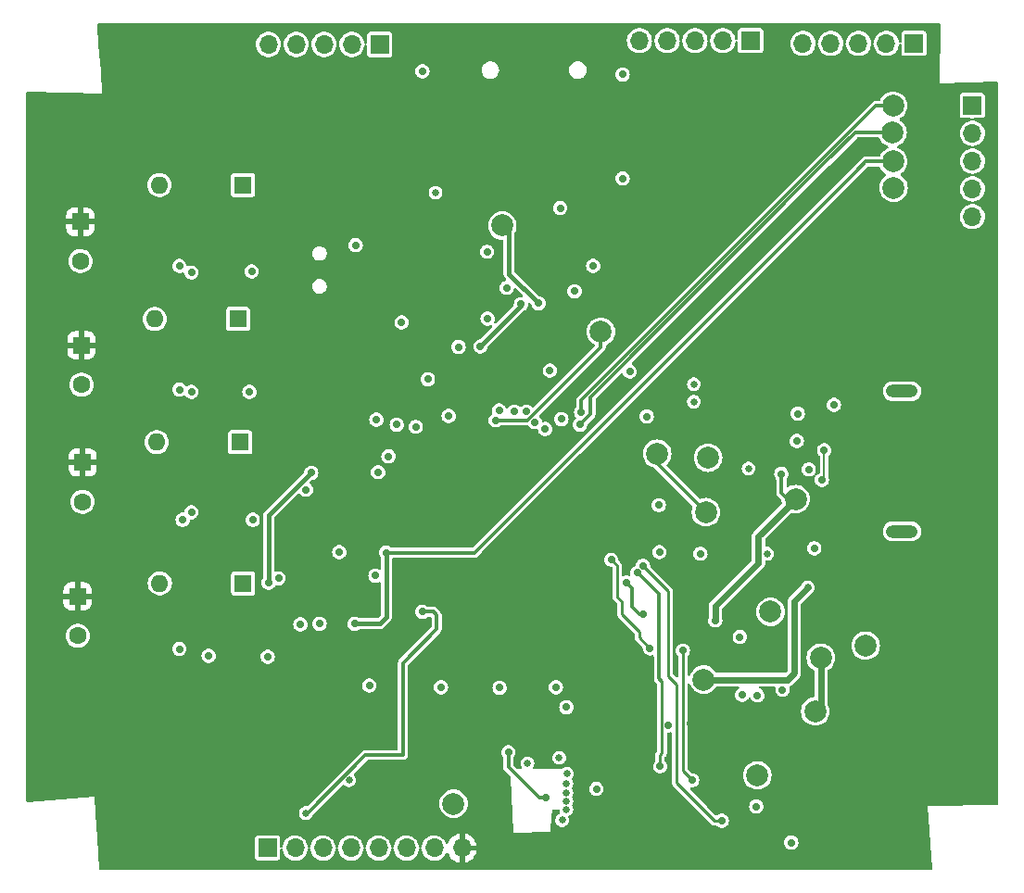
<source format=gbl>
%TF.GenerationSoftware,KiCad,Pcbnew,8.0.8*%
%TF.CreationDate,2025-03-13T11:35:54-04:00*%
%TF.ProjectId,ECE477-SeniorDesign,45434534-3737-42d5-9365-6e696f724465,rev?*%
%TF.SameCoordinates,Original*%
%TF.FileFunction,Copper,L4,Bot*%
%TF.FilePolarity,Positive*%
%FSLAX46Y46*%
G04 Gerber Fmt 4.6, Leading zero omitted, Abs format (unit mm)*
G04 Created by KiCad (PCBNEW 8.0.8) date 2025-03-13 11:35:54*
%MOMM*%
%LPD*%
G01*
G04 APERTURE LIST*
G04 Aperture macros list*
%AMRoundRect*
0 Rectangle with rounded corners*
0 $1 Rounding radius*
0 $2 $3 $4 $5 $6 $7 $8 $9 X,Y pos of 4 corners*
0 Add a 4 corners polygon primitive as box body*
4,1,4,$2,$3,$4,$5,$6,$7,$8,$9,$2,$3,0*
0 Add four circle primitives for the rounded corners*
1,1,$1+$1,$2,$3*
1,1,$1+$1,$4,$5*
1,1,$1+$1,$6,$7*
1,1,$1+$1,$8,$9*
0 Add four rect primitives between the rounded corners*
20,1,$1+$1,$2,$3,$4,$5,0*
20,1,$1+$1,$4,$5,$6,$7,0*
20,1,$1+$1,$6,$7,$8,$9,0*
20,1,$1+$1,$8,$9,$2,$3,0*%
G04 Aperture macros list end*
%TA.AperFunction,ComponentPad*%
%ADD10RoundRect,0.250000X-0.550000X0.550000X-0.550000X-0.550000X0.550000X-0.550000X0.550000X0.550000X0*%
%TD*%
%TA.AperFunction,ComponentPad*%
%ADD11C,1.600000*%
%TD*%
%TA.AperFunction,ComponentPad*%
%ADD12R,1.600000X1.600000*%
%TD*%
%TA.AperFunction,ComponentPad*%
%ADD13O,1.600000X1.600000*%
%TD*%
%TA.AperFunction,ComponentPad*%
%ADD14R,1.700000X1.700000*%
%TD*%
%TA.AperFunction,ComponentPad*%
%ADD15O,1.700000X1.700000*%
%TD*%
%TA.AperFunction,HeatsinkPad*%
%ADD16O,2.900000X1.200000*%
%TD*%
%TA.AperFunction,ViaPad*%
%ADD17C,0.700000*%
%TD*%
%TA.AperFunction,ViaPad*%
%ADD18C,2.000000*%
%TD*%
%TA.AperFunction,ViaPad*%
%ADD19C,0.650000*%
%TD*%
%TA.AperFunction,Conductor*%
%ADD20C,0.250000*%
%TD*%
%TA.AperFunction,Conductor*%
%ADD21C,0.300000*%
%TD*%
%TA.AperFunction,Conductor*%
%ADD22C,0.400000*%
%TD*%
%TA.AperFunction,Conductor*%
%ADD23C,0.600000*%
%TD*%
%TA.AperFunction,Conductor*%
%ADD24C,0.330000*%
%TD*%
%TA.AperFunction,Conductor*%
%ADD25C,0.200000*%
%TD*%
G04 APERTURE END LIST*
D10*
%TO.P,J5,1,Pin_1*%
%TO.N,+3.3V*%
X117150000Y-63350000D03*
D11*
%TO.P,J5,2,Pin_2*%
%TO.N,Net-(D4-A)*%
X117150000Y-66950000D03*
%TD*%
D12*
%TO.P,D4,1,K*%
%TO.N,Net-(D4-K)*%
X132000000Y-60000000D03*
D13*
%TO.P,D4,2,A*%
%TO.N,Net-(D4-A)*%
X124380000Y-60000000D03*
%TD*%
D14*
%TO.P,J2,1,Pin_1*%
%TO.N,Extra_5*%
X144490000Y-47150000D03*
D15*
%TO.P,J2,2,Pin_2*%
%TO.N,Extra_4*%
X141950000Y-47150000D03*
%TO.P,J2,3,Pin_3*%
%TO.N,Extra_3*%
X139410000Y-47150000D03*
%TO.P,J2,4,Pin_4*%
%TO.N,Extra_2*%
X136870000Y-47150000D03*
%TO.P,J2,5,Pin_5*%
%TO.N,Extra_1*%
X134330000Y-47150000D03*
%TD*%
D10*
%TO.P,J9,1,Pin_1*%
%TO.N,+3.3V*%
X117250000Y-74650000D03*
D11*
%TO.P,J9,2,Pin_2*%
%TO.N,Net-(D5-A)*%
X117250000Y-78250000D03*
%TD*%
D14*
%TO.P,J3,1,Pin_1*%
%TO.N,unconnected-(J3-Pin_1-Pad1)*%
X193325000Y-47050000D03*
D15*
%TO.P,J3,2,Pin_2*%
%TO.N,SPI2_NSS*%
X190785000Y-47050000D03*
%TO.P,J3,3,Pin_3*%
%TO.N,SPI2_SCK*%
X188245000Y-47050000D03*
%TO.P,J3,4,Pin_4*%
%TO.N,SPI2_MISO*%
X185705000Y-47050000D03*
%TO.P,J3,5,Pin_5*%
%TO.N,SPI2_MOSI*%
X183165000Y-47050000D03*
%TD*%
D14*
%TO.P,J1,1,Pin_1*%
%TO.N,SWCLK*%
X198650000Y-52720000D03*
D15*
%TO.P,J1,2,Pin_2*%
%TO.N,SWDIO*%
X198650000Y-55260000D03*
%TO.P,J1,3,Pin_3*%
%TO.N,NRST*%
X198650000Y-57800000D03*
%TO.P,J1,4,Pin_4*%
%TO.N,GND*%
X198650000Y-60340000D03*
%TO.P,J1,5,Pin_5*%
%TO.N,unconnected-(J1-Pin_5-Pad5)*%
X198650000Y-62880000D03*
%TD*%
D10*
%TO.P,J10,1,Pin_1*%
%TO.N,+3.3V*%
X117350000Y-85350000D03*
D11*
%TO.P,J10,2,Pin_2*%
%TO.N,Net-(D6-A)*%
X117350000Y-88950000D03*
%TD*%
D12*
%TO.P,D6,1,K*%
%TO.N,Net-(D6-K)*%
X131750000Y-83500000D03*
D13*
%TO.P,D6,2,A*%
%TO.N,Net-(D6-A)*%
X124130000Y-83500000D03*
%TD*%
D12*
%TO.P,D5,1,K*%
%TO.N,Net-(D5-K)*%
X131560000Y-72250000D03*
D13*
%TO.P,D5,2,A*%
%TO.N,Net-(D5-A)*%
X123940000Y-72250000D03*
%TD*%
D14*
%TO.P,J4,1,Pin_1*%
%TO.N,unconnected-(J4-Pin_1-Pad1)*%
X178380000Y-46800000D03*
D15*
%TO.P,J4,2,Pin_2*%
%TO.N,USART2_TX*%
X175840000Y-46800000D03*
%TO.P,J4,3,Pin_3*%
%TO.N,USART2_RX*%
X173300000Y-46800000D03*
%TO.P,J4,4,Pin_4*%
%TO.N,I2C4_SCL*%
X170760000Y-46800000D03*
%TO.P,J4,5,Pin_5*%
%TO.N,I2C4_SDA*%
X168220000Y-46800000D03*
%TD*%
D10*
%TO.P,J12,1,Pin_1*%
%TO.N,+3.3V*%
X116900000Y-97600000D03*
D11*
%TO.P,J12,2,Pin_2*%
%TO.N,Net-(D7-A)*%
X116900000Y-101200000D03*
%TD*%
D16*
%TO.P,J7,5,Shield*%
%TO.N,GND*%
X192210000Y-91650000D03*
X192210000Y-78850000D03*
%TD*%
D14*
%TO.P,EinkDispCon1,1,VCC*%
%TO.N,/MCU/SPI1_NSS*%
X134240000Y-120600000D03*
D15*
%TO.P,EinkDispCon1,2,GND*%
%TO.N,/MCU/SPI1_SCK*%
X136780000Y-120600000D03*
%TO.P,EinkDispCon1,3,DIN*%
%TO.N,/MCU/Eink_Busy*%
X139320000Y-120600000D03*
%TO.P,EinkDispCon1,4,CLK*%
%TO.N,/MCU/SPI1_MOSI*%
X141860000Y-120600000D03*
%TO.P,EinkDispCon1,5,CS*%
%TO.N,/MCU/Eink_D{slash}C*%
X144400000Y-120600000D03*
%TO.P,EinkDispCon1,6,D/C*%
%TO.N,/MCU/Eink_RST*%
X146940000Y-120600000D03*
%TO.P,EinkDispCon1,7,RST*%
%TO.N,GND*%
X149480000Y-120600000D03*
%TO.P,EinkDispCon1,8,BUSY*%
%TO.N,+3.3V*%
X152020000Y-120600000D03*
%TD*%
D12*
%TO.P,D7,1,K*%
%TO.N,Net-(D7-K)*%
X132030499Y-96400000D03*
D13*
%TO.P,D7,2,A*%
%TO.N,Net-(D7-A)*%
X124410499Y-96400000D03*
%TD*%
D17*
%TO.N,+3.3V*%
X171975000Y-75900000D03*
X140825000Y-91075000D03*
%TO.N,GND*%
X161550000Y-107725000D03*
X170875000Y-109375000D03*
X161000000Y-62100000D03*
%TO.N,+3.3V*%
X158500000Y-62100000D03*
%TO.N,GND*%
X154350000Y-72200000D03*
X134269501Y-103125001D03*
X126200000Y-102400000D03*
X128869501Y-103025001D03*
%TO.N,+3.3V*%
X161700000Y-120150000D03*
X164300000Y-120200000D03*
X166950000Y-120100000D03*
X168600000Y-119050000D03*
X165300000Y-118950000D03*
%TO.N,GND*%
X182100000Y-120100000D03*
%TO.N,+3.3V*%
X176500000Y-120100000D03*
X172900000Y-109200000D03*
X145500000Y-105750000D03*
%TO.N,GND*%
X143550000Y-105750000D03*
X140800000Y-93550000D03*
%TO.N,+3.3V*%
X137900000Y-97100000D03*
X149600000Y-75000000D03*
%TO.N,GND*%
X151700000Y-74800000D03*
X160050000Y-76950000D03*
%TO.N,+3.3V*%
X155750000Y-74700000D03*
%TO.N,Extra_3*%
X147800000Y-82100000D03*
%TO.N,I2C4_SCL*%
X144350000Y-86250000D03*
%TO.N,/ExtraPeriphs/SD_MISO*%
X153700000Y-74750000D03*
X157400000Y-70900000D03*
%TO.N,SWDIO*%
X162800000Y-81900000D03*
D18*
X191350000Y-55200000D03*
%TO.N,/MCU/USART1_RX*%
X169850000Y-84550000D03*
X174300000Y-89900000D03*
D17*
%TO.N,SWCLK*%
X162900000Y-80782806D03*
D18*
X191400000Y-52750000D03*
D17*
%TO.N,/ExtraPeriphs/SD_CS*%
X155100000Y-81500000D03*
D18*
X164700000Y-73400000D03*
D17*
%TO.N,NRST*%
X145100000Y-93600000D03*
D18*
X191400000Y-57850000D03*
D17*
X142200000Y-100100000D03*
%TO.N,GND*%
X183700000Y-86000000D03*
D19*
X178200000Y-85900000D03*
D18*
X174500000Y-84925900D03*
D17*
X148400000Y-49600000D03*
X144100000Y-95700000D03*
X177400000Y-101300000D03*
X162300000Y-69700000D03*
X170000000Y-89250000D03*
X182600000Y-83400000D03*
X132800000Y-67900000D03*
X154300000Y-66100000D03*
X182700000Y-80900000D03*
X186000000Y-80100000D03*
X179000000Y-106650000D03*
X135250000Y-95950000D03*
X139000000Y-100100000D03*
X127300000Y-68000000D03*
X167350000Y-77050000D03*
D19*
X141700000Y-114400000D03*
D17*
X166700000Y-49900000D03*
D18*
X180200000Y-99000000D03*
D19*
X161175000Y-118050000D03*
X158000000Y-112850000D03*
D17*
X137750000Y-87850000D03*
X178900000Y-116800000D03*
D19*
X161550000Y-117050000D03*
D17*
X132600000Y-78900000D03*
D18*
X188900000Y-102100000D03*
D19*
X161550000Y-115550000D03*
X161550000Y-116300000D03*
D18*
X191450000Y-60250000D03*
D17*
X127300000Y-78900000D03*
X181300000Y-106150000D03*
X137250000Y-100150000D03*
X160600000Y-105900000D03*
X126500000Y-90600000D03*
X168900000Y-81150000D03*
D18*
X179000000Y-113950000D03*
D17*
X156100000Y-69400000D03*
D19*
X179900000Y-93700000D03*
D17*
X177600000Y-106600000D03*
D19*
X161550000Y-114700000D03*
X160900000Y-112350000D03*
D17*
X127300000Y-89900000D03*
X150100000Y-105900000D03*
X173800000Y-93700000D03*
X170050000Y-93550000D03*
D19*
X173200000Y-79800000D03*
D18*
X151250000Y-116550000D03*
D17*
X164000000Y-67400000D03*
D19*
X161600000Y-113800000D03*
D17*
X164300000Y-115200000D03*
X184200000Y-93200000D03*
D19*
X173200000Y-78200000D03*
D17*
X132900000Y-90600000D03*
X155450000Y-105950000D03*
X146500000Y-72550000D03*
X142300000Y-65500000D03*
X166700000Y-59400000D03*
X126200000Y-67400000D03*
X126200000Y-78700000D03*
D19*
X149600000Y-60700000D03*
D17*
%TO.N,USART2_TX*%
X156800000Y-80700000D03*
D19*
%TO.N,V_5V*%
X183600000Y-96800000D03*
D18*
X174100000Y-105200000D03*
D17*
%TO.N,/MCU/SPI1_SCK*%
X148400000Y-99000000D03*
D19*
X137750000Y-117400000D03*
D17*
%TO.N,Extra_1*%
X144200000Y-81450000D03*
%TO.N,Extra_4*%
X148900000Y-77750000D03*
%TO.N,/LipoPower/Recharge_ST1*%
X168600000Y-99200000D03*
X167050000Y-96350000D03*
%TO.N,Extra_2*%
X146050000Y-81900000D03*
%TO.N,USART2_RX*%
X155400000Y-80600000D03*
D18*
%TO.N,+3.3V*%
X153650000Y-116500000D03*
D17*
X143500000Y-72650000D03*
X167400000Y-78250000D03*
X140400000Y-100150000D03*
X119200000Y-62900000D03*
X153900000Y-105750000D03*
X141200000Y-83700000D03*
X170150000Y-87700000D03*
X142400000Y-71900000D03*
X119600000Y-74100000D03*
X119450000Y-96600000D03*
X168800000Y-82500000D03*
X119700000Y-84800000D03*
X137900000Y-103600000D03*
X159400000Y-104650000D03*
X163050000Y-105900000D03*
X164100000Y-65600000D03*
X169950000Y-91300000D03*
%TO.N,I2C4_SDA*%
X145300000Y-84800000D03*
%TO.N,Extra_5*%
X150800000Y-81100000D03*
D18*
%TO.N,V_Batt*%
X184800000Y-103200000D03*
X184300000Y-108100000D03*
D17*
%TO.N,VBUS*%
X175150000Y-99800000D03*
D18*
X182500000Y-88700000D03*
D17*
X181200000Y-86400000D03*
%TO.N,/LipoPower/Monitor_GPOUT*%
X170125000Y-113125000D03*
X168050000Y-95450000D03*
%TO.N,SPI2_NSS*%
X161100000Y-81400000D03*
%TO.N,SPI2_MOSI*%
X157900000Y-80700000D03*
%TO.N,SPI2_MISO*%
X158660000Y-81674386D03*
%TO.N,SPI2_SCK*%
X159600000Y-82300000D03*
%TO.N,/LipoPower/Monitor_SDA*%
X173050000Y-114400000D03*
X165650000Y-94250000D03*
X169200000Y-102350000D03*
X172200000Y-102550000D03*
%TO.N,/LipoPower/Monitor_SCL*%
X168550000Y-94800000D03*
X175750000Y-118100000D03*
%TO.N,/ExtraPeriphs/switch*%
X138250000Y-86300000D03*
X134350000Y-96350000D03*
%TO.N,/USB-UART/USB_D+*%
X184900000Y-86950000D03*
X185100000Y-84250000D03*
%TO.N,CS_LLS*%
X159000000Y-70800000D03*
D18*
X155700000Y-63700000D03*
D17*
%TO.N,Net-(U10-PG)*%
X159650000Y-116000000D03*
X156250000Y-111850000D03*
%TD*%
D20*
%TO.N,/LipoPower/Monitor_SCL*%
X170875000Y-97125000D02*
X168550000Y-94800000D01*
X171645000Y-114629889D02*
X171645000Y-105645000D01*
X171645000Y-105645000D02*
X170875000Y-104875000D01*
X175115111Y-118100000D02*
X171645000Y-114629889D01*
X170875000Y-104875000D02*
X170875000Y-97125000D01*
X175700000Y-118100000D02*
X175115111Y-118100000D01*
D21*
%TO.N,/LipoPower/Recharge_ST1*%
X168250000Y-99200000D02*
X168600000Y-99200000D01*
X167575000Y-98525000D02*
X168250000Y-99200000D01*
X167575000Y-96875000D02*
X167575000Y-98525000D01*
X167100000Y-96400000D02*
X167575000Y-96875000D01*
D20*
%TO.N,/LipoPower/Monitor_SDA*%
X166650000Y-98100000D02*
X166200000Y-97650000D01*
X166200000Y-97650000D02*
X166200000Y-94800000D01*
X168200000Y-100800000D02*
X166650000Y-99250000D01*
X168200000Y-101350000D02*
X168200000Y-100800000D01*
X169200000Y-102350000D02*
X168200000Y-101350000D01*
X166650000Y-99250000D02*
X166650000Y-98100000D01*
X166200000Y-94800000D02*
X165650000Y-94250000D01*
D22*
%TO.N,/ExtraPeriphs/SD_MISO*%
X153700000Y-74750000D02*
X157400000Y-71050000D01*
X157400000Y-71050000D02*
X157400000Y-70900000D01*
D21*
%TO.N,SWDIO*%
X163760000Y-79377402D02*
X185200000Y-57937402D01*
X162700000Y-82000000D02*
X162800000Y-81900000D01*
X163760000Y-80940000D02*
X163760000Y-79377402D01*
X162800000Y-81900000D02*
X163760000Y-80940000D01*
X185200000Y-57937402D02*
X187937402Y-55200000D01*
X187937402Y-55200000D02*
X191350000Y-55200000D01*
%TO.N,/MCU/USART1_RX*%
X169850000Y-84550000D02*
X169850000Y-85450000D01*
X169850000Y-85450000D02*
X174300000Y-89900000D01*
%TO.N,SWCLK*%
X189835858Y-52750000D02*
X191400000Y-52750000D01*
X183970000Y-58615858D02*
X189835858Y-52750000D01*
X162900000Y-79685858D02*
X183970000Y-58615858D01*
X162900000Y-80782806D02*
X162900000Y-79685858D01*
%TO.N,/ExtraPeriphs/SD_CS*%
X164700000Y-74800000D02*
X164700000Y-73400000D01*
X155100000Y-81500000D02*
X158000000Y-81500000D01*
X161000000Y-78500000D02*
X164700000Y-74800000D01*
X158000000Y-81500000D02*
X161000000Y-78500000D01*
D22*
%TO.N,NRST*%
X145100000Y-99500000D02*
X144900000Y-99700000D01*
X144500000Y-100100000D02*
X142200000Y-100100000D01*
D21*
X188000000Y-58720244D02*
X153120244Y-93600000D01*
X188870244Y-57850000D02*
X191400000Y-57850000D01*
X153120244Y-93600000D02*
X145100000Y-93600000D01*
D22*
X145100000Y-93600000D02*
X145100000Y-99500000D01*
X144900000Y-99700000D02*
X144500000Y-100100000D01*
D21*
X188000000Y-58720244D02*
X188870244Y-57850000D01*
D23*
%TO.N,V_5V*%
X183600000Y-96800000D02*
X182400000Y-98000000D01*
X182400000Y-104600000D02*
X181800000Y-105200000D01*
X182400000Y-98000000D02*
X182400000Y-104600000D01*
X174200000Y-105300000D02*
X174300000Y-105300000D01*
X181800000Y-105200000D02*
X174100000Y-105200000D01*
X174100000Y-105200000D02*
X174200000Y-105300000D01*
D21*
%TO.N,/MCU/SPI1_SCK*%
X137900000Y-117400000D02*
X137750000Y-117400000D01*
X146600000Y-112100000D02*
X143200000Y-112100000D01*
X149700000Y-100600000D02*
X149700000Y-99300000D01*
X146600000Y-103700000D02*
X149700000Y-100600000D01*
X143200000Y-112100000D02*
X137900000Y-117400000D01*
X149700000Y-99300000D02*
X149400000Y-99000000D01*
X146600000Y-112100000D02*
X146600000Y-103700000D01*
X149400000Y-99000000D02*
X148400000Y-99000000D01*
D23*
%TO.N,V_Batt*%
X184800000Y-107600000D02*
X184800000Y-103200000D01*
X184300000Y-108100000D02*
X184800000Y-107600000D01*
D24*
%TO.N,VBUS*%
X181800000Y-88700000D02*
X182500000Y-88700000D01*
X181200000Y-86400000D02*
X181200000Y-88100000D01*
X181200000Y-88100000D02*
X181800000Y-88700000D01*
D23*
X175150000Y-98500000D02*
X179100000Y-94550000D01*
X179100000Y-94550000D02*
X179100000Y-92100000D01*
X179100000Y-92100000D02*
X182500000Y-88700000D01*
X175150000Y-99800000D02*
X175150000Y-98500000D01*
D21*
%TO.N,/LipoPower/Monitor_GPOUT*%
X168050000Y-95450000D02*
X170000000Y-97400000D01*
D20*
X170300000Y-105400000D02*
X170300000Y-111900000D01*
D21*
X170000000Y-105100000D02*
X170300000Y-105400000D01*
D20*
X170100000Y-112100000D02*
X170100000Y-113100000D01*
D21*
X170000000Y-97400000D02*
X170000000Y-105100000D01*
D20*
X170300000Y-111900000D02*
X170100000Y-112100000D01*
%TO.N,/LipoPower/Monitor_SDA*%
X172200000Y-113550000D02*
X173050000Y-114400000D01*
X172200000Y-102550000D02*
X172200000Y-113550000D01*
D22*
%TO.N,/ExtraPeriphs/switch*%
X134350000Y-90200000D02*
X138250000Y-86300000D01*
X134350000Y-96350000D02*
X134350000Y-90200000D01*
D25*
%TO.N,/USB-UART/USB_D+*%
X185100000Y-84250000D02*
X185100000Y-84300000D01*
X185100000Y-86800000D02*
X185000000Y-86900000D01*
X185100000Y-84300000D02*
X185100000Y-86800000D01*
X185100000Y-84200000D02*
X185100000Y-84250000D01*
D22*
%TO.N,CS_LLS*%
X156320000Y-68120000D02*
X159000000Y-70800000D01*
X156320000Y-64320000D02*
X156320000Y-68120000D01*
X155700000Y-63700000D02*
X156320000Y-64320000D01*
D24*
%TO.N,Net-(U10-PG)*%
X159650000Y-116000000D02*
X159050000Y-116000000D01*
X156250000Y-113200000D02*
X156250000Y-111850000D01*
X159050000Y-116000000D02*
X156250000Y-113200000D01*
%TD*%
%TA.AperFunction,Conductor*%
%TO.N,+3.3V*%
G36*
X195690605Y-45220185D02*
G01*
X195736360Y-45272989D01*
X195747561Y-45325597D01*
X195699999Y-50699999D01*
X195699999Y-50700000D01*
X195700000Y-50699999D01*
X195700000Y-50700000D01*
X200871657Y-50539638D01*
X200939274Y-50557235D01*
X200986644Y-50608595D01*
X200999500Y-50663578D01*
X200999500Y-116576577D01*
X200979815Y-116643616D01*
X200927011Y-116689371D01*
X200876469Y-116700573D01*
X194549999Y-116749999D01*
X195014671Y-122465452D01*
X195000484Y-122533866D01*
X194951561Y-122583749D01*
X194891079Y-122599500D01*
X118968753Y-122599500D01*
X118901714Y-122579815D01*
X118855959Y-122527011D01*
X118844976Y-122482927D01*
X118678308Y-119705131D01*
X133089500Y-119705131D01*
X133089500Y-121494856D01*
X133089502Y-121494882D01*
X133092413Y-121519987D01*
X133092415Y-121519991D01*
X133137793Y-121622764D01*
X133137794Y-121622765D01*
X133217235Y-121702206D01*
X133320009Y-121747585D01*
X133345135Y-121750500D01*
X135134864Y-121750499D01*
X135134879Y-121750497D01*
X135134882Y-121750497D01*
X135159987Y-121747586D01*
X135159988Y-121747585D01*
X135159991Y-121747585D01*
X135262765Y-121702206D01*
X135342206Y-121622765D01*
X135387585Y-121519991D01*
X135390500Y-121494865D01*
X135390499Y-120756046D01*
X135410183Y-120689009D01*
X135462987Y-120643254D01*
X135532146Y-120633310D01*
X135595702Y-120662335D01*
X135633476Y-120721113D01*
X135637970Y-120744606D01*
X135642454Y-120792993D01*
X135644244Y-120812310D01*
X135697675Y-121000099D01*
X135702596Y-121017392D01*
X135702596Y-121017394D01*
X135797632Y-121208253D01*
X135926127Y-121378406D01*
X135926128Y-121378407D01*
X136083698Y-121522052D01*
X136264981Y-121634298D01*
X136463802Y-121711321D01*
X136673390Y-121750500D01*
X136673392Y-121750500D01*
X136886608Y-121750500D01*
X136886610Y-121750500D01*
X137096198Y-121711321D01*
X137295019Y-121634298D01*
X137476302Y-121522052D01*
X137633872Y-121378407D01*
X137762366Y-121208255D01*
X137816270Y-121100000D01*
X137857403Y-121017394D01*
X137857403Y-121017393D01*
X137857405Y-121017389D01*
X137915756Y-120812310D01*
X137926529Y-120696047D01*
X137952315Y-120631111D01*
X137994622Y-120600804D01*
X138103130Y-120600804D01*
X138139503Y-120621668D01*
X138171693Y-120683681D01*
X138173470Y-120696047D01*
X138184244Y-120812310D01*
X138237675Y-121000099D01*
X138242596Y-121017392D01*
X138242596Y-121017394D01*
X138337632Y-121208253D01*
X138466127Y-121378406D01*
X138466128Y-121378407D01*
X138623698Y-121522052D01*
X138804981Y-121634298D01*
X139003802Y-121711321D01*
X139213390Y-121750500D01*
X139213392Y-121750500D01*
X139426608Y-121750500D01*
X139426610Y-121750500D01*
X139636198Y-121711321D01*
X139835019Y-121634298D01*
X140016302Y-121522052D01*
X140173872Y-121378407D01*
X140302366Y-121208255D01*
X140356270Y-121100000D01*
X140397403Y-121017394D01*
X140397403Y-121017393D01*
X140397405Y-121017389D01*
X140455756Y-120812310D01*
X140466529Y-120696047D01*
X140492315Y-120631111D01*
X140534622Y-120600804D01*
X140643130Y-120600804D01*
X140679503Y-120621668D01*
X140711693Y-120683681D01*
X140713470Y-120696047D01*
X140724244Y-120812310D01*
X140777675Y-121000099D01*
X140782596Y-121017392D01*
X140782596Y-121017394D01*
X140877632Y-121208253D01*
X141006127Y-121378406D01*
X141006128Y-121378407D01*
X141163698Y-121522052D01*
X141344981Y-121634298D01*
X141543802Y-121711321D01*
X141753390Y-121750500D01*
X141753392Y-121750500D01*
X141966608Y-121750500D01*
X141966610Y-121750500D01*
X142176198Y-121711321D01*
X142375019Y-121634298D01*
X142556302Y-121522052D01*
X142713872Y-121378407D01*
X142842366Y-121208255D01*
X142896270Y-121100000D01*
X142937403Y-121017394D01*
X142937403Y-121017393D01*
X142937405Y-121017389D01*
X142995756Y-120812310D01*
X143006529Y-120696047D01*
X143032315Y-120631111D01*
X143074622Y-120600804D01*
X143183130Y-120600804D01*
X143219503Y-120621668D01*
X143251693Y-120683681D01*
X143253470Y-120696047D01*
X143264244Y-120812310D01*
X143317675Y-121000099D01*
X143322596Y-121017392D01*
X143322596Y-121017394D01*
X143417632Y-121208253D01*
X143546127Y-121378406D01*
X143546128Y-121378407D01*
X143703698Y-121522052D01*
X143884981Y-121634298D01*
X144083802Y-121711321D01*
X144293390Y-121750500D01*
X144293392Y-121750500D01*
X144506608Y-121750500D01*
X144506610Y-121750500D01*
X144716198Y-121711321D01*
X144915019Y-121634298D01*
X145096302Y-121522052D01*
X145253872Y-121378407D01*
X145382366Y-121208255D01*
X145436270Y-121100000D01*
X145477403Y-121017394D01*
X145477403Y-121017393D01*
X145477405Y-121017389D01*
X145535756Y-120812310D01*
X145546529Y-120696047D01*
X145572315Y-120631111D01*
X145614622Y-120600804D01*
X145723130Y-120600804D01*
X145759503Y-120621668D01*
X145791693Y-120683681D01*
X145793470Y-120696047D01*
X145804244Y-120812310D01*
X145857675Y-121000099D01*
X145862596Y-121017392D01*
X145862596Y-121017394D01*
X145957632Y-121208253D01*
X146086127Y-121378406D01*
X146086128Y-121378407D01*
X146243698Y-121522052D01*
X146424981Y-121634298D01*
X146623802Y-121711321D01*
X146833390Y-121750500D01*
X146833392Y-121750500D01*
X147046608Y-121750500D01*
X147046610Y-121750500D01*
X147256198Y-121711321D01*
X147455019Y-121634298D01*
X147636302Y-121522052D01*
X147793872Y-121378407D01*
X147922366Y-121208255D01*
X147976270Y-121100000D01*
X148017403Y-121017394D01*
X148017403Y-121017393D01*
X148017405Y-121017389D01*
X148075756Y-120812310D01*
X148086529Y-120696047D01*
X148112315Y-120631111D01*
X148154622Y-120600804D01*
X148263130Y-120600804D01*
X148299503Y-120621668D01*
X148331693Y-120683681D01*
X148333470Y-120696047D01*
X148344244Y-120812310D01*
X148397675Y-121000099D01*
X148402596Y-121017392D01*
X148402596Y-121017394D01*
X148497632Y-121208253D01*
X148626127Y-121378406D01*
X148626128Y-121378407D01*
X148783698Y-121522052D01*
X148964981Y-121634298D01*
X149163802Y-121711321D01*
X149373390Y-121750500D01*
X149373392Y-121750500D01*
X149586608Y-121750500D01*
X149586610Y-121750500D01*
X149796198Y-121711321D01*
X149995019Y-121634298D01*
X150176302Y-121522052D01*
X150333872Y-121378407D01*
X150462366Y-121208255D01*
X150529325Y-121073781D01*
X150576825Y-121022548D01*
X150644488Y-121005126D01*
X150710828Y-121027051D01*
X150752705Y-121076651D01*
X150846399Y-121277578D01*
X150981894Y-121471082D01*
X151148917Y-121638105D01*
X151342421Y-121773600D01*
X151556507Y-121873429D01*
X151556516Y-121873433D01*
X151770000Y-121930634D01*
X151770000Y-121033012D01*
X151827007Y-121065925D01*
X151954174Y-121100000D01*
X152085826Y-121100000D01*
X152212993Y-121065925D01*
X152270000Y-121033012D01*
X152270000Y-121930633D01*
X152483483Y-121873433D01*
X152483492Y-121873429D01*
X152697578Y-121773600D01*
X152891082Y-121638105D01*
X153058105Y-121471082D01*
X153193600Y-121277578D01*
X153293429Y-121063492D01*
X153293432Y-121063486D01*
X153350636Y-120850000D01*
X152453012Y-120850000D01*
X152485925Y-120792993D01*
X152520000Y-120665826D01*
X152520000Y-120534174D01*
X152485925Y-120407007D01*
X152453012Y-120350000D01*
X153350636Y-120350000D01*
X153350635Y-120349999D01*
X153293432Y-120136513D01*
X153293429Y-120136507D01*
X153276405Y-120099999D01*
X181444722Y-120099999D01*
X181444722Y-120100000D01*
X181463762Y-120256818D01*
X181499102Y-120350000D01*
X181519780Y-120404523D01*
X181609517Y-120534530D01*
X181727760Y-120639283D01*
X181727762Y-120639284D01*
X181867634Y-120712696D01*
X182021014Y-120750500D01*
X182021015Y-120750500D01*
X182178985Y-120750500D01*
X182332365Y-120712696D01*
X182472240Y-120639283D01*
X182590483Y-120534530D01*
X182680220Y-120404523D01*
X182736237Y-120256818D01*
X182755278Y-120100000D01*
X182736237Y-119943182D01*
X182680220Y-119795477D01*
X182590483Y-119665470D01*
X182472240Y-119560717D01*
X182472238Y-119560716D01*
X182472237Y-119560715D01*
X182332365Y-119487303D01*
X182178986Y-119449500D01*
X182178985Y-119449500D01*
X182021015Y-119449500D01*
X182021014Y-119449500D01*
X181867634Y-119487303D01*
X181727762Y-119560715D01*
X181609516Y-119665471D01*
X181519781Y-119795475D01*
X181519780Y-119795476D01*
X181463762Y-119943181D01*
X181444722Y-120099999D01*
X153276405Y-120099999D01*
X153193600Y-119922422D01*
X153193599Y-119922420D01*
X153058113Y-119728926D01*
X153058108Y-119728920D01*
X152891082Y-119561894D01*
X152697578Y-119426399D01*
X152483492Y-119326570D01*
X152483486Y-119326567D01*
X152270000Y-119269364D01*
X152270000Y-120166988D01*
X152212993Y-120134075D01*
X152085826Y-120100000D01*
X151954174Y-120100000D01*
X151827007Y-120134075D01*
X151770000Y-120166988D01*
X151770000Y-119269364D01*
X151769999Y-119269364D01*
X151556513Y-119326567D01*
X151556507Y-119326570D01*
X151342422Y-119426399D01*
X151342420Y-119426400D01*
X151148926Y-119561886D01*
X151148920Y-119561891D01*
X150981891Y-119728920D01*
X150981886Y-119728926D01*
X150846400Y-119922420D01*
X150846399Y-119922422D01*
X150752705Y-120123348D01*
X150706532Y-120175787D01*
X150639339Y-120194939D01*
X150572457Y-120174723D01*
X150529324Y-120126216D01*
X150462366Y-119991745D01*
X150444231Y-119967731D01*
X150333872Y-119821593D01*
X150305222Y-119795475D01*
X150176302Y-119677948D01*
X149995019Y-119565702D01*
X149995017Y-119565701D01*
X149895608Y-119527190D01*
X149796198Y-119488679D01*
X149586610Y-119449500D01*
X149373390Y-119449500D01*
X149163802Y-119488679D01*
X149163799Y-119488679D01*
X149163799Y-119488680D01*
X148964982Y-119565701D01*
X148964980Y-119565702D01*
X148783699Y-119677947D01*
X148626127Y-119821593D01*
X148497632Y-119991746D01*
X148402596Y-120182605D01*
X148402596Y-120182607D01*
X148344244Y-120387689D01*
X148333471Y-120503951D01*
X148307685Y-120568888D01*
X148263130Y-120600804D01*
X148154622Y-120600804D01*
X148156869Y-120599194D01*
X148120497Y-120578331D01*
X148088307Y-120516318D01*
X148086529Y-120503951D01*
X148083175Y-120467759D01*
X148075756Y-120387690D01*
X148017405Y-120182611D01*
X148017403Y-120182606D01*
X148017403Y-120182605D01*
X147922367Y-119991746D01*
X147793872Y-119821593D01*
X147765222Y-119795475D01*
X147636302Y-119677948D01*
X147455019Y-119565702D01*
X147455017Y-119565701D01*
X147355608Y-119527190D01*
X147256198Y-119488679D01*
X147046610Y-119449500D01*
X146833390Y-119449500D01*
X146623802Y-119488679D01*
X146623799Y-119488679D01*
X146623799Y-119488680D01*
X146424982Y-119565701D01*
X146424980Y-119565702D01*
X146243699Y-119677947D01*
X146086127Y-119821593D01*
X145957632Y-119991746D01*
X145862596Y-120182605D01*
X145862596Y-120182607D01*
X145804244Y-120387689D01*
X145793471Y-120503951D01*
X145767685Y-120568888D01*
X145723130Y-120600804D01*
X145614622Y-120600804D01*
X145616869Y-120599194D01*
X145580497Y-120578331D01*
X145548307Y-120516318D01*
X145546529Y-120503951D01*
X145543175Y-120467759D01*
X145535756Y-120387690D01*
X145477405Y-120182611D01*
X145477403Y-120182606D01*
X145477403Y-120182605D01*
X145382367Y-119991746D01*
X145253872Y-119821593D01*
X145225222Y-119795475D01*
X145096302Y-119677948D01*
X144915019Y-119565702D01*
X144915017Y-119565701D01*
X144815608Y-119527190D01*
X144716198Y-119488679D01*
X144506610Y-119449500D01*
X144293390Y-119449500D01*
X144083802Y-119488679D01*
X144083799Y-119488679D01*
X144083799Y-119488680D01*
X143884982Y-119565701D01*
X143884980Y-119565702D01*
X143703699Y-119677947D01*
X143546127Y-119821593D01*
X143417632Y-119991746D01*
X143322596Y-120182605D01*
X143322596Y-120182607D01*
X143264244Y-120387689D01*
X143253471Y-120503951D01*
X143227685Y-120568888D01*
X143183130Y-120600804D01*
X143074622Y-120600804D01*
X143076869Y-120599194D01*
X143040497Y-120578331D01*
X143008307Y-120516318D01*
X143006529Y-120503951D01*
X143003175Y-120467759D01*
X142995756Y-120387690D01*
X142937405Y-120182611D01*
X142937403Y-120182606D01*
X142937403Y-120182605D01*
X142842367Y-119991746D01*
X142713872Y-119821593D01*
X142685222Y-119795475D01*
X142556302Y-119677948D01*
X142375019Y-119565702D01*
X142375017Y-119565701D01*
X142275608Y-119527190D01*
X142176198Y-119488679D01*
X141966610Y-119449500D01*
X141753390Y-119449500D01*
X141543802Y-119488679D01*
X141543799Y-119488679D01*
X141543799Y-119488680D01*
X141344982Y-119565701D01*
X141344980Y-119565702D01*
X141163699Y-119677947D01*
X141006127Y-119821593D01*
X140877632Y-119991746D01*
X140782596Y-120182605D01*
X140782596Y-120182607D01*
X140724244Y-120387689D01*
X140713471Y-120503951D01*
X140687685Y-120568888D01*
X140643130Y-120600804D01*
X140534622Y-120600804D01*
X140536869Y-120599194D01*
X140500497Y-120578331D01*
X140468307Y-120516318D01*
X140466529Y-120503951D01*
X140463175Y-120467759D01*
X140455756Y-120387690D01*
X140397405Y-120182611D01*
X140397403Y-120182606D01*
X140397403Y-120182605D01*
X140302367Y-119991746D01*
X140173872Y-119821593D01*
X140145222Y-119795475D01*
X140016302Y-119677948D01*
X139835019Y-119565702D01*
X139835017Y-119565701D01*
X139735608Y-119527190D01*
X139636198Y-119488679D01*
X139426610Y-119449500D01*
X139213390Y-119449500D01*
X139003802Y-119488679D01*
X139003799Y-119488679D01*
X139003799Y-119488680D01*
X138804982Y-119565701D01*
X138804980Y-119565702D01*
X138623699Y-119677947D01*
X138466127Y-119821593D01*
X138337632Y-119991746D01*
X138242596Y-120182605D01*
X138242596Y-120182607D01*
X138184244Y-120387689D01*
X138173471Y-120503951D01*
X138147685Y-120568888D01*
X138103130Y-120600804D01*
X137994622Y-120600804D01*
X137996869Y-120599194D01*
X137960497Y-120578331D01*
X137928307Y-120516318D01*
X137926529Y-120503951D01*
X137923175Y-120467759D01*
X137915756Y-120387690D01*
X137857405Y-120182611D01*
X137857403Y-120182606D01*
X137857403Y-120182605D01*
X137762367Y-119991746D01*
X137633872Y-119821593D01*
X137605222Y-119795475D01*
X137476302Y-119677948D01*
X137295019Y-119565702D01*
X137295017Y-119565701D01*
X137195608Y-119527190D01*
X137096198Y-119488679D01*
X136886610Y-119449500D01*
X136673390Y-119449500D01*
X136463802Y-119488679D01*
X136463799Y-119488679D01*
X136463799Y-119488680D01*
X136264982Y-119565701D01*
X136264980Y-119565702D01*
X136083699Y-119677947D01*
X135926127Y-119821593D01*
X135797632Y-119991746D01*
X135702596Y-120182605D01*
X135702596Y-120182607D01*
X135644244Y-120387689D01*
X135637970Y-120455394D01*
X135612183Y-120520331D01*
X135555383Y-120561018D01*
X135485602Y-120564538D01*
X135424995Y-120529772D01*
X135392806Y-120467759D01*
X135390499Y-120443952D01*
X135390499Y-119705143D01*
X135390499Y-119705136D01*
X135390497Y-119705117D01*
X135387586Y-119680012D01*
X135387585Y-119680010D01*
X135387585Y-119680009D01*
X135342206Y-119577235D01*
X135262765Y-119497794D01*
X135242124Y-119488680D01*
X135159992Y-119452415D01*
X135134865Y-119449500D01*
X133345143Y-119449500D01*
X133345117Y-119449502D01*
X133320012Y-119452413D01*
X133320008Y-119452415D01*
X133217235Y-119497793D01*
X133137794Y-119577234D01*
X133092415Y-119680006D01*
X133092415Y-119680008D01*
X133089500Y-119705131D01*
X118678308Y-119705131D01*
X118540000Y-117400000D01*
X137119906Y-117400000D01*
X137138215Y-117550791D01*
X137192079Y-117692819D01*
X137278368Y-117817830D01*
X137392066Y-117918557D01*
X137526566Y-117989148D01*
X137600308Y-118007324D01*
X137674050Y-118025500D01*
X137674051Y-118025500D01*
X137825950Y-118025500D01*
X137875110Y-118013382D01*
X137973434Y-117989148D01*
X138107934Y-117918557D01*
X138221632Y-117817830D01*
X138307921Y-117692819D01*
X138337362Y-117615185D01*
X138365619Y-117571482D01*
X139387103Y-116549998D01*
X149944532Y-116549998D01*
X149944532Y-116550001D01*
X149964364Y-116776686D01*
X149964366Y-116776697D01*
X150023258Y-116996488D01*
X150023261Y-116996497D01*
X150119431Y-117202732D01*
X150119432Y-117202734D01*
X150249954Y-117389141D01*
X150410858Y-117550045D01*
X150426095Y-117560714D01*
X150597266Y-117680568D01*
X150803504Y-117776739D01*
X151023308Y-117835635D01*
X151185230Y-117849801D01*
X151249998Y-117855468D01*
X151250000Y-117855468D01*
X151250002Y-117855468D01*
X151306673Y-117850509D01*
X151476692Y-117835635D01*
X151696496Y-117776739D01*
X151902734Y-117680568D01*
X152089139Y-117550047D01*
X152250047Y-117389139D01*
X152380568Y-117202734D01*
X152476739Y-116996496D01*
X152535635Y-116776692D01*
X152555468Y-116550000D01*
X152535635Y-116323308D01*
X152476739Y-116103504D01*
X152380568Y-115897266D01*
X152250047Y-115710861D01*
X152250045Y-115710858D01*
X152089141Y-115549954D01*
X151902734Y-115419432D01*
X151902732Y-115419431D01*
X151696497Y-115323261D01*
X151696488Y-115323258D01*
X151476697Y-115264366D01*
X151476693Y-115264365D01*
X151476692Y-115264365D01*
X151476691Y-115264364D01*
X151476686Y-115264364D01*
X151250002Y-115244532D01*
X151249998Y-115244532D01*
X151023313Y-115264364D01*
X151023302Y-115264366D01*
X150803511Y-115323258D01*
X150803502Y-115323261D01*
X150597267Y-115419431D01*
X150597265Y-115419432D01*
X150410858Y-115549954D01*
X150249954Y-115710858D01*
X150119432Y-115897265D01*
X150119431Y-115897267D01*
X150023261Y-116103502D01*
X150023258Y-116103511D01*
X149964366Y-116323302D01*
X149964364Y-116323313D01*
X149944532Y-116549998D01*
X139387103Y-116549998D01*
X141087984Y-114849117D01*
X141149305Y-114815634D01*
X141218997Y-114820618D01*
X141257889Y-114843983D01*
X141342066Y-114918557D01*
X141476566Y-114989148D01*
X141550308Y-115007324D01*
X141624050Y-115025500D01*
X141624051Y-115025500D01*
X141775950Y-115025500D01*
X141827897Y-115012696D01*
X141923434Y-114989148D01*
X142057934Y-114918557D01*
X142171632Y-114817830D01*
X142257921Y-114692819D01*
X142311785Y-114550791D01*
X142330094Y-114400000D01*
X142311785Y-114249209D01*
X142257921Y-114107181D01*
X142171632Y-113982170D01*
X142171630Y-113982167D01*
X142155326Y-113967723D01*
X142118200Y-113908533D01*
X142118968Y-113838668D01*
X142149871Y-113787230D01*
X143350284Y-112586819D01*
X143411607Y-112553334D01*
X143437965Y-112550500D01*
X146659306Y-112550500D01*
X146659309Y-112550500D01*
X146773886Y-112519799D01*
X146876613Y-112460489D01*
X146960489Y-112376613D01*
X147019799Y-112273886D01*
X147050500Y-112159309D01*
X147050500Y-111849999D01*
X155594722Y-111849999D01*
X155594722Y-111850000D01*
X155613762Y-112006818D01*
X155669780Y-112154523D01*
X155669780Y-112154524D01*
X155700624Y-112199209D01*
X155759517Y-112284530D01*
X155759518Y-112284531D01*
X155762550Y-112288923D01*
X155784433Y-112355277D01*
X155784500Y-112359363D01*
X155784500Y-113138716D01*
X155784500Y-113261284D01*
X155816223Y-113379677D01*
X155877507Y-113485824D01*
X155877509Y-113485826D01*
X156445527Y-114053844D01*
X156479012Y-114115167D01*
X156481731Y-114136185D01*
X156700000Y-119200000D01*
X160100000Y-119100000D01*
X160204966Y-117665470D01*
X160241589Y-117164951D01*
X160266113Y-117099527D01*
X160322115Y-117057747D01*
X160365258Y-117050000D01*
X160810051Y-117050000D01*
X160877090Y-117069685D01*
X160922845Y-117122489D01*
X160933147Y-117159053D01*
X160938215Y-117200792D01*
X160983732Y-117320809D01*
X160989099Y-117390472D01*
X160955952Y-117451978D01*
X160925417Y-117474575D01*
X160817066Y-117531443D01*
X160795227Y-117550791D01*
X160703367Y-117632171D01*
X160617080Y-117757179D01*
X160617079Y-117757180D01*
X160579804Y-117855468D01*
X160563215Y-117899209D01*
X160544906Y-118050000D01*
X160563215Y-118200791D01*
X160617079Y-118342819D01*
X160703368Y-118467830D01*
X160817066Y-118568557D01*
X160951566Y-118639148D01*
X161025308Y-118657324D01*
X161099050Y-118675500D01*
X161099051Y-118675500D01*
X161250950Y-118675500D01*
X161300110Y-118663382D01*
X161398434Y-118639148D01*
X161532934Y-118568557D01*
X161646632Y-118467830D01*
X161732921Y-118342819D01*
X161786785Y-118200791D01*
X161805094Y-118050000D01*
X161786785Y-117899209D01*
X161741266Y-117779186D01*
X161735900Y-117709528D01*
X161769047Y-117648021D01*
X161799577Y-117625426D01*
X161907934Y-117568557D01*
X162021632Y-117467830D01*
X162107921Y-117342819D01*
X162161785Y-117200791D01*
X162180094Y-117050000D01*
X162161785Y-116899209D01*
X162107921Y-116757181D01*
X162099817Y-116745440D01*
X162077933Y-116679090D01*
X162095396Y-116611437D01*
X162099807Y-116604573D01*
X162107921Y-116592819D01*
X162161785Y-116450791D01*
X162180094Y-116300000D01*
X162161785Y-116149209D01*
X162107921Y-116007181D01*
X162099817Y-115995440D01*
X162077933Y-115929090D01*
X162095396Y-115861437D01*
X162099807Y-115854573D01*
X162107921Y-115842819D01*
X162161785Y-115700791D01*
X162180094Y-115550000D01*
X162161785Y-115399209D01*
X162107921Y-115257181D01*
X162093047Y-115235633D01*
X162068451Y-115199999D01*
X163644722Y-115199999D01*
X163644722Y-115200000D01*
X163663762Y-115356818D01*
X163687509Y-115419432D01*
X163719780Y-115504523D01*
X163809517Y-115634530D01*
X163927760Y-115739283D01*
X163927762Y-115739284D01*
X164067634Y-115812696D01*
X164221014Y-115850500D01*
X164221015Y-115850500D01*
X164378985Y-115850500D01*
X164532365Y-115812696D01*
X164672240Y-115739283D01*
X164790483Y-115634530D01*
X164880220Y-115504523D01*
X164936237Y-115356818D01*
X164955278Y-115200000D01*
X164946172Y-115125000D01*
X164936237Y-115043181D01*
X164914992Y-114987164D01*
X164880220Y-114895477D01*
X164790483Y-114765470D01*
X164672240Y-114660717D01*
X164672238Y-114660716D01*
X164672237Y-114660715D01*
X164532365Y-114587303D01*
X164378986Y-114549500D01*
X164378985Y-114549500D01*
X164221015Y-114549500D01*
X164221014Y-114549500D01*
X164067634Y-114587303D01*
X163927762Y-114660715D01*
X163809516Y-114765471D01*
X163719781Y-114895475D01*
X163719780Y-114895476D01*
X163663762Y-115043181D01*
X163644722Y-115199999D01*
X162068451Y-115199999D01*
X162065304Y-115195440D01*
X162043421Y-115129086D01*
X162060886Y-115061434D01*
X162065304Y-115054560D01*
X162067888Y-115050816D01*
X162107921Y-114992819D01*
X162161785Y-114850791D01*
X162180094Y-114700000D01*
X162161785Y-114549209D01*
X162107921Y-114407181D01*
X162073045Y-114356655D01*
X162051164Y-114290304D01*
X162068629Y-114222653D01*
X162073033Y-114215799D01*
X162157921Y-114092819D01*
X162211785Y-113950791D01*
X162230094Y-113800000D01*
X162211785Y-113649209D01*
X162157921Y-113507181D01*
X162071632Y-113382170D01*
X161957934Y-113281443D01*
X161823434Y-113210852D01*
X161823433Y-113210851D01*
X161823432Y-113210851D01*
X161675950Y-113174500D01*
X161675949Y-113174500D01*
X161524051Y-113174500D01*
X161524050Y-113174500D01*
X161376567Y-113210851D01*
X161242067Y-113281442D01*
X161143442Y-113368816D01*
X161080209Y-113398537D01*
X161061215Y-113400000D01*
X158616664Y-113400000D01*
X158549625Y-113380315D01*
X158503870Y-113327511D01*
X158493926Y-113258353D01*
X158514614Y-113205560D01*
X158536053Y-113174500D01*
X158557921Y-113142819D01*
X158611785Y-113000791D01*
X158630094Y-112850000D01*
X158611785Y-112699209D01*
X158557921Y-112557181D01*
X158471632Y-112432170D01*
X158378881Y-112350000D01*
X160269906Y-112350000D01*
X160288215Y-112500791D01*
X160342079Y-112642819D01*
X160428368Y-112767830D01*
X160542066Y-112868557D01*
X160676566Y-112939148D01*
X160744211Y-112955821D01*
X160824050Y-112975500D01*
X160824051Y-112975500D01*
X160975950Y-112975500D01*
X161055789Y-112955821D01*
X161123434Y-112939148D01*
X161257934Y-112868557D01*
X161371632Y-112767830D01*
X161457921Y-112642819D01*
X161511785Y-112500791D01*
X161530094Y-112350000D01*
X161511785Y-112199209D01*
X161457921Y-112057181D01*
X161371632Y-111932170D01*
X161257934Y-111831443D01*
X161123434Y-111760852D01*
X161123433Y-111760851D01*
X161123432Y-111760851D01*
X160975950Y-111724500D01*
X160975949Y-111724500D01*
X160824051Y-111724500D01*
X160824050Y-111724500D01*
X160676567Y-111760851D01*
X160542067Y-111831442D01*
X160428367Y-111932171D01*
X160342080Y-112057179D01*
X160342079Y-112057180D01*
X160302608Y-112161259D01*
X160288215Y-112199209D01*
X160269906Y-112350000D01*
X158378881Y-112350000D01*
X158357934Y-112331443D01*
X158223434Y-112260852D01*
X158223433Y-112260851D01*
X158223432Y-112260851D01*
X158075950Y-112224500D01*
X158075949Y-112224500D01*
X157924051Y-112224500D01*
X157924050Y-112224500D01*
X157776567Y-112260851D01*
X157642067Y-112331442D01*
X157528367Y-112432171D01*
X157442080Y-112557179D01*
X157442079Y-112557180D01*
X157388215Y-112699208D01*
X157369906Y-112850000D01*
X157388215Y-113000791D01*
X157442079Y-113142819D01*
X157442080Y-113142820D01*
X157485386Y-113205560D01*
X157507269Y-113271914D01*
X157489804Y-113339566D01*
X157438536Y-113387036D01*
X157383336Y-113400000D01*
X157159679Y-113400000D01*
X157092640Y-113380315D01*
X157071998Y-113363681D01*
X156751819Y-113043502D01*
X156718334Y-112982179D01*
X156715500Y-112955821D01*
X156715500Y-112359363D01*
X156735185Y-112292324D01*
X156737450Y-112288923D01*
X156740481Y-112284531D01*
X156740483Y-112284530D01*
X156830220Y-112154523D01*
X156886237Y-112006818D01*
X156905278Y-111850000D01*
X156903911Y-111838737D01*
X156886237Y-111693181D01*
X156848068Y-111592539D01*
X156830220Y-111545477D01*
X156740483Y-111415470D01*
X156622240Y-111310717D01*
X156622238Y-111310716D01*
X156622237Y-111310715D01*
X156482365Y-111237303D01*
X156328986Y-111199500D01*
X156328985Y-111199500D01*
X156171015Y-111199500D01*
X156171014Y-111199500D01*
X156017634Y-111237303D01*
X155877762Y-111310715D01*
X155759516Y-111415471D01*
X155669781Y-111545475D01*
X155669780Y-111545476D01*
X155613762Y-111693181D01*
X155594722Y-111849999D01*
X147050500Y-111849999D01*
X147050500Y-107724999D01*
X160894722Y-107724999D01*
X160894722Y-107725000D01*
X160913762Y-107881818D01*
X160969780Y-108029523D01*
X161059517Y-108159530D01*
X161177760Y-108264283D01*
X161177762Y-108264284D01*
X161317634Y-108337696D01*
X161471014Y-108375500D01*
X161471015Y-108375500D01*
X161628985Y-108375500D01*
X161782365Y-108337696D01*
X161922240Y-108264283D01*
X162040483Y-108159530D01*
X162130220Y-108029523D01*
X162186237Y-107881818D01*
X162205278Y-107725000D01*
X162186237Y-107568182D01*
X162130220Y-107420477D01*
X162040483Y-107290470D01*
X161922240Y-107185717D01*
X161922238Y-107185716D01*
X161922237Y-107185715D01*
X161782365Y-107112303D01*
X161628986Y-107074500D01*
X161628985Y-107074500D01*
X161471015Y-107074500D01*
X161471014Y-107074500D01*
X161317634Y-107112303D01*
X161177762Y-107185715D01*
X161059516Y-107290471D01*
X160969781Y-107420475D01*
X160969780Y-107420476D01*
X160913762Y-107568181D01*
X160894722Y-107724999D01*
X147050500Y-107724999D01*
X147050500Y-105899999D01*
X149444722Y-105899999D01*
X149444722Y-105900000D01*
X149463762Y-106056818D01*
X149512197Y-106184528D01*
X149519780Y-106204523D01*
X149609517Y-106334530D01*
X149727760Y-106439283D01*
X149727762Y-106439284D01*
X149867634Y-106512696D01*
X150021014Y-106550500D01*
X150021015Y-106550500D01*
X150178985Y-106550500D01*
X150332365Y-106512696D01*
X150376974Y-106489283D01*
X150472240Y-106439283D01*
X150590483Y-106334530D01*
X150680220Y-106204523D01*
X150736237Y-106056818D01*
X150749207Y-105949999D01*
X154794722Y-105949999D01*
X154794722Y-105950000D01*
X154813762Y-106106818D01*
X154869780Y-106254523D01*
X154959517Y-106384530D01*
X155077760Y-106489283D01*
X155077762Y-106489284D01*
X155217634Y-106562696D01*
X155371014Y-106600500D01*
X155371015Y-106600500D01*
X155528985Y-106600500D01*
X155682365Y-106562696D01*
X155705602Y-106550500D01*
X155822240Y-106489283D01*
X155940483Y-106384530D01*
X156030220Y-106254523D01*
X156086237Y-106106818D01*
X156105278Y-105950000D01*
X156104325Y-105942147D01*
X156099207Y-105899999D01*
X159944722Y-105899999D01*
X159944722Y-105900000D01*
X159963762Y-106056818D01*
X160012197Y-106184528D01*
X160019780Y-106204523D01*
X160109517Y-106334530D01*
X160227760Y-106439283D01*
X160227762Y-106439284D01*
X160367634Y-106512696D01*
X160521014Y-106550500D01*
X160521015Y-106550500D01*
X160678985Y-106550500D01*
X160832365Y-106512696D01*
X160876974Y-106489283D01*
X160972240Y-106439283D01*
X161090483Y-106334530D01*
X161180220Y-106204523D01*
X161236237Y-106056818D01*
X161255278Y-105900000D01*
X161236237Y-105743182D01*
X161180220Y-105595477D01*
X161090483Y-105465470D01*
X160972240Y-105360717D01*
X160972238Y-105360716D01*
X160972237Y-105360715D01*
X160832365Y-105287303D01*
X160678986Y-105249500D01*
X160678985Y-105249500D01*
X160521015Y-105249500D01*
X160521014Y-105249500D01*
X160367634Y-105287303D01*
X160227762Y-105360715D01*
X160171323Y-105410715D01*
X160116472Y-105459309D01*
X160109516Y-105465471D01*
X160019781Y-105595475D01*
X160019780Y-105595476D01*
X159963762Y-105743181D01*
X159944722Y-105899999D01*
X156099207Y-105899999D01*
X156086237Y-105793181D01*
X156056764Y-105715469D01*
X156030220Y-105645477D01*
X155940483Y-105515470D01*
X155822240Y-105410717D01*
X155822238Y-105410716D01*
X155822237Y-105410715D01*
X155682365Y-105337303D01*
X155528986Y-105299500D01*
X155528985Y-105299500D01*
X155371015Y-105299500D01*
X155371014Y-105299500D01*
X155217634Y-105337303D01*
X155077762Y-105410715D01*
X154959516Y-105515471D01*
X154869781Y-105645475D01*
X154869780Y-105645476D01*
X154813762Y-105793181D01*
X154794722Y-105949999D01*
X150749207Y-105949999D01*
X150755278Y-105900000D01*
X150736237Y-105743182D01*
X150680220Y-105595477D01*
X150590483Y-105465470D01*
X150472240Y-105360717D01*
X150472238Y-105360716D01*
X150472237Y-105360715D01*
X150332365Y-105287303D01*
X150178986Y-105249500D01*
X150178985Y-105249500D01*
X150021015Y-105249500D01*
X150021014Y-105249500D01*
X149867634Y-105287303D01*
X149727762Y-105360715D01*
X149671323Y-105410715D01*
X149616472Y-105459309D01*
X149609516Y-105465471D01*
X149519781Y-105595475D01*
X149519780Y-105595476D01*
X149463762Y-105743181D01*
X149444722Y-105899999D01*
X147050500Y-105899999D01*
X147050500Y-103937965D01*
X147070185Y-103870926D01*
X147086819Y-103850284D01*
X148562602Y-102374501D01*
X150060489Y-100876614D01*
X150119799Y-100773887D01*
X150142468Y-100689283D01*
X150150500Y-100659309D01*
X150150500Y-99240691D01*
X150119799Y-99126114D01*
X150119799Y-99126113D01*
X150060489Y-99023386D01*
X149676614Y-98639511D01*
X149625250Y-98609856D01*
X149573888Y-98580201D01*
X149561780Y-98576957D01*
X149549673Y-98573713D01*
X149549670Y-98573712D01*
X149511478Y-98563478D01*
X149459309Y-98549500D01*
X149459308Y-98549500D01*
X148919483Y-98549500D01*
X148852444Y-98529815D01*
X148837256Y-98518316D01*
X148772240Y-98460717D01*
X148772238Y-98460716D01*
X148772237Y-98460715D01*
X148632365Y-98387303D01*
X148478986Y-98349500D01*
X148478985Y-98349500D01*
X148321015Y-98349500D01*
X148321014Y-98349500D01*
X148167634Y-98387303D01*
X148027762Y-98460715D01*
X147909516Y-98565471D01*
X147819781Y-98695475D01*
X147819780Y-98695476D01*
X147763762Y-98843181D01*
X147744722Y-98999999D01*
X147744722Y-99000000D01*
X147763762Y-99156818D01*
X147815291Y-99292686D01*
X147819780Y-99304523D01*
X147909517Y-99434530D01*
X148027760Y-99539283D01*
X148027762Y-99539284D01*
X148167634Y-99612696D01*
X148321014Y-99650500D01*
X148321015Y-99650500D01*
X148478985Y-99650500D01*
X148632365Y-99612696D01*
X148636139Y-99610715D01*
X148772240Y-99539283D01*
X148837256Y-99481683D01*
X148900490Y-99451963D01*
X148919483Y-99450500D01*
X149125500Y-99450500D01*
X149192539Y-99470185D01*
X149238294Y-99522989D01*
X149249500Y-99574500D01*
X149249500Y-100362035D01*
X149229815Y-100429074D01*
X149213181Y-100449716D01*
X146239513Y-103423383D01*
X146239509Y-103423389D01*
X146180201Y-103526112D01*
X146180200Y-103526117D01*
X146149500Y-103640691D01*
X146149500Y-111525500D01*
X146129815Y-111592539D01*
X146077011Y-111638294D01*
X146025500Y-111649500D01*
X143140691Y-111649500D01*
X143050325Y-111673713D01*
X143050324Y-111673712D01*
X143026116Y-111680199D01*
X143026113Y-111680200D01*
X142923386Y-111739511D01*
X142923383Y-111739513D01*
X137924326Y-116738569D01*
X137863003Y-116772054D01*
X137833449Y-116773435D01*
X137833449Y-116774500D01*
X137674050Y-116774500D01*
X137526567Y-116810851D01*
X137392067Y-116881442D01*
X137278367Y-116982171D01*
X137192080Y-117107179D01*
X137192079Y-117107180D01*
X137143783Y-117234528D01*
X137138215Y-117249209D01*
X137119906Y-117400000D01*
X118540000Y-117400000D01*
X118450000Y-115900000D01*
X118449999Y-115900000D01*
X112334234Y-116381555D01*
X112265856Y-116367194D01*
X112216097Y-116318145D01*
X112200500Y-116257938D01*
X112200500Y-105749999D01*
X142894722Y-105749999D01*
X142894722Y-105750000D01*
X142913762Y-105906818D01*
X142951265Y-106005703D01*
X142969780Y-106054523D01*
X143059517Y-106184530D01*
X143177760Y-106289283D01*
X143177762Y-106289284D01*
X143317634Y-106362696D01*
X143471014Y-106400500D01*
X143471015Y-106400500D01*
X143628985Y-106400500D01*
X143782365Y-106362696D01*
X143804747Y-106350949D01*
X143922240Y-106289283D01*
X144040483Y-106184530D01*
X144130220Y-106054523D01*
X144186237Y-105906818D01*
X144205278Y-105750000D01*
X144201086Y-105715471D01*
X144186237Y-105593181D01*
X144156765Y-105515470D01*
X144130220Y-105445477D01*
X144040483Y-105315470D01*
X143922240Y-105210717D01*
X143922238Y-105210716D01*
X143922237Y-105210715D01*
X143782365Y-105137303D01*
X143628986Y-105099500D01*
X143628985Y-105099500D01*
X143471015Y-105099500D01*
X143471014Y-105099500D01*
X143317634Y-105137303D01*
X143177762Y-105210715D01*
X143059516Y-105315471D01*
X142969781Y-105445475D01*
X142969780Y-105445476D01*
X142913762Y-105593181D01*
X142894722Y-105749999D01*
X112200500Y-105749999D01*
X112200500Y-102399999D01*
X125544722Y-102399999D01*
X125544722Y-102400000D01*
X125563762Y-102556818D01*
X125600818Y-102654524D01*
X125619780Y-102704523D01*
X125709517Y-102834530D01*
X125827760Y-102939283D01*
X125827762Y-102939284D01*
X125967634Y-103012696D01*
X126121014Y-103050500D01*
X126121015Y-103050500D01*
X126278985Y-103050500D01*
X126382445Y-103025000D01*
X128214223Y-103025000D01*
X128214223Y-103025001D01*
X128233263Y-103181819D01*
X128271189Y-103281819D01*
X128289281Y-103329524D01*
X128379018Y-103459531D01*
X128497261Y-103564284D01*
X128497263Y-103564285D01*
X128637135Y-103637697D01*
X128790515Y-103675501D01*
X128790516Y-103675501D01*
X128948486Y-103675501D01*
X129101866Y-103637697D01*
X129241741Y-103564284D01*
X129359984Y-103459531D01*
X129449721Y-103329524D01*
X129505738Y-103181819D01*
X129512637Y-103125000D01*
X133614223Y-103125000D01*
X133614223Y-103125001D01*
X133633263Y-103281819D01*
X133651356Y-103329525D01*
X133689281Y-103429524D01*
X133779018Y-103559531D01*
X133897261Y-103664284D01*
X133897263Y-103664285D01*
X134037135Y-103737697D01*
X134190515Y-103775501D01*
X134190516Y-103775501D01*
X134348486Y-103775501D01*
X134501866Y-103737697D01*
X134641741Y-103664284D01*
X134759984Y-103559531D01*
X134849721Y-103429524D01*
X134905738Y-103281819D01*
X134924779Y-103125001D01*
X134905738Y-102968183D01*
X134849721Y-102820478D01*
X134759984Y-102690471D01*
X134641741Y-102585718D01*
X134641739Y-102585717D01*
X134641738Y-102585716D01*
X134501866Y-102512304D01*
X134348487Y-102474501D01*
X134348486Y-102474501D01*
X134190516Y-102474501D01*
X134190515Y-102474501D01*
X134037135Y-102512304D01*
X133897263Y-102585716D01*
X133779017Y-102690472D01*
X133689282Y-102820476D01*
X133689281Y-102820477D01*
X133633263Y-102968182D01*
X133614223Y-103125000D01*
X129512637Y-103125000D01*
X129524779Y-103025001D01*
X129522362Y-103005090D01*
X129505738Y-102868182D01*
X129484493Y-102812165D01*
X129449721Y-102720478D01*
X129359984Y-102590471D01*
X129241741Y-102485718D01*
X129241739Y-102485717D01*
X129241738Y-102485716D01*
X129101866Y-102412304D01*
X128948487Y-102374501D01*
X128948486Y-102374501D01*
X128790516Y-102374501D01*
X128790515Y-102374501D01*
X128637135Y-102412304D01*
X128497263Y-102485716D01*
X128379017Y-102590472D01*
X128289282Y-102720476D01*
X128289281Y-102720477D01*
X128233263Y-102868182D01*
X128214223Y-103025000D01*
X126382445Y-103025000D01*
X126432365Y-103012696D01*
X126504624Y-102974771D01*
X126572240Y-102939283D01*
X126690483Y-102834530D01*
X126780220Y-102704523D01*
X126836237Y-102556818D01*
X126855278Y-102400000D01*
X126846378Y-102326697D01*
X126836237Y-102243181D01*
X126814992Y-102187164D01*
X126780220Y-102095477D01*
X126690483Y-101965470D01*
X126572240Y-101860717D01*
X126572238Y-101860716D01*
X126572237Y-101860715D01*
X126432365Y-101787303D01*
X126278986Y-101749500D01*
X126278985Y-101749500D01*
X126121015Y-101749500D01*
X126121014Y-101749500D01*
X125967634Y-101787303D01*
X125827762Y-101860715D01*
X125709516Y-101965471D01*
X125619781Y-102095475D01*
X125619780Y-102095476D01*
X125563762Y-102243181D01*
X125544722Y-102399999D01*
X112200500Y-102399999D01*
X112200500Y-101199999D01*
X115794785Y-101199999D01*
X115794785Y-101200000D01*
X115813602Y-101403082D01*
X115869417Y-101599247D01*
X115869422Y-101599260D01*
X115960327Y-101781821D01*
X116083237Y-101944581D01*
X116233958Y-102081980D01*
X116233960Y-102081982D01*
X116288047Y-102115471D01*
X116407363Y-102189348D01*
X116597544Y-102263024D01*
X116798024Y-102300500D01*
X116798026Y-102300500D01*
X117001974Y-102300500D01*
X117001976Y-102300500D01*
X117202456Y-102263024D01*
X117392637Y-102189348D01*
X117566041Y-102081981D01*
X117716764Y-101944579D01*
X117839673Y-101781821D01*
X117930582Y-101599250D01*
X117986397Y-101403083D01*
X118005215Y-101200000D01*
X117995944Y-101099953D01*
X117986397Y-100996917D01*
X117951213Y-100873261D01*
X117930582Y-100800750D01*
X117917206Y-100773888D01*
X117850181Y-100639283D01*
X117839673Y-100618179D01*
X117716764Y-100455421D01*
X117716762Y-100455418D01*
X117566041Y-100318019D01*
X117566039Y-100318017D01*
X117392642Y-100210655D01*
X117392635Y-100210651D01*
X117236072Y-100149999D01*
X136594722Y-100149999D01*
X136594722Y-100150000D01*
X136613762Y-100306818D01*
X136650818Y-100404524D01*
X136669780Y-100454523D01*
X136759517Y-100584530D01*
X136877760Y-100689283D01*
X136877762Y-100689284D01*
X137017634Y-100762696D01*
X137171014Y-100800500D01*
X137171015Y-100800500D01*
X137328985Y-100800500D01*
X137482365Y-100762696D01*
X137518021Y-100743982D01*
X137622240Y-100689283D01*
X137740483Y-100584530D01*
X137830220Y-100454523D01*
X137886237Y-100306818D01*
X137905278Y-100150000D01*
X137902919Y-100130567D01*
X137899207Y-100099999D01*
X138344722Y-100099999D01*
X138344722Y-100100000D01*
X138363762Y-100256818D01*
X138395038Y-100339284D01*
X138419780Y-100404523D01*
X138509517Y-100534530D01*
X138627760Y-100639283D01*
X138627762Y-100639284D01*
X138767634Y-100712696D01*
X138921014Y-100750500D01*
X138921015Y-100750500D01*
X139078985Y-100750500D01*
X139232365Y-100712696D01*
X139276974Y-100689283D01*
X139372240Y-100639283D01*
X139490483Y-100534530D01*
X139580220Y-100404523D01*
X139636237Y-100256818D01*
X139655278Y-100100000D01*
X139655278Y-100099999D01*
X141544722Y-100099999D01*
X141544722Y-100100000D01*
X141563762Y-100256818D01*
X141595038Y-100339284D01*
X141619780Y-100404523D01*
X141709517Y-100534530D01*
X141827760Y-100639283D01*
X141827762Y-100639284D01*
X141967634Y-100712696D01*
X142121014Y-100750500D01*
X142121015Y-100750500D01*
X142278985Y-100750500D01*
X142432365Y-100712696D01*
X142572233Y-100639287D01*
X142572234Y-100639285D01*
X142572240Y-100639283D01*
X142580818Y-100631683D01*
X142644050Y-100601963D01*
X142663044Y-100600500D01*
X144565890Y-100600500D01*
X144565892Y-100600500D01*
X144693186Y-100566392D01*
X144807314Y-100500500D01*
X145300499Y-100007315D01*
X145300500Y-100007314D01*
X145500500Y-99807314D01*
X145566392Y-99693186D01*
X145600500Y-99565892D01*
X145600500Y-99434107D01*
X145600500Y-94249999D01*
X164994722Y-94249999D01*
X164994722Y-94250000D01*
X165013762Y-94406818D01*
X165063792Y-94538734D01*
X165069780Y-94554523D01*
X165159517Y-94684530D01*
X165277760Y-94789283D01*
X165277762Y-94789284D01*
X165417634Y-94862696D01*
X165571014Y-94900500D01*
X165571015Y-94900500D01*
X165647390Y-94900500D01*
X165714429Y-94920185D01*
X165735071Y-94936819D01*
X165738181Y-94939929D01*
X165771666Y-95001252D01*
X165774500Y-95027610D01*
X165774500Y-97593982D01*
X165774500Y-97706018D01*
X165803497Y-97814237D01*
X165859515Y-97911263D01*
X165859517Y-97911265D01*
X166188181Y-98239929D01*
X166221666Y-98301252D01*
X166224500Y-98327610D01*
X166224500Y-99193982D01*
X166224500Y-99306018D01*
X166253497Y-99414237D01*
X166309515Y-99511263D01*
X166309517Y-99511265D01*
X167738181Y-100939929D01*
X167771666Y-101001252D01*
X167774500Y-101027610D01*
X167774500Y-101293982D01*
X167774500Y-101406018D01*
X167803497Y-101514237D01*
X167859515Y-101611263D01*
X167859517Y-101611265D01*
X168508403Y-102260151D01*
X168541888Y-102321474D01*
X168544722Y-102347832D01*
X168544722Y-102350000D01*
X168563762Y-102506818D01*
X168619780Y-102654523D01*
X168709517Y-102784530D01*
X168827760Y-102889283D01*
X168827762Y-102889284D01*
X168967634Y-102962696D01*
X169121014Y-103000500D01*
X169121015Y-103000500D01*
X169278985Y-103000500D01*
X169395825Y-102971702D01*
X169465628Y-102974771D01*
X169522690Y-103015091D01*
X169548895Y-103079861D01*
X169549500Y-103092099D01*
X169549500Y-105159309D01*
X169563275Y-105210715D01*
X169566015Y-105220942D01*
X169566015Y-105220943D01*
X169580199Y-105273885D01*
X169615440Y-105334922D01*
X169639511Y-105376614D01*
X169639513Y-105376616D01*
X169838181Y-105575284D01*
X169871666Y-105636607D01*
X169874500Y-105662965D01*
X169874500Y-111672390D01*
X169854815Y-111739429D01*
X169838181Y-111760071D01*
X169759517Y-111838734D01*
X169759513Y-111838740D01*
X169703498Y-111935760D01*
X169703497Y-111935763D01*
X169674500Y-112043982D01*
X169674500Y-112599240D01*
X169654815Y-112666279D01*
X169639153Y-112684556D01*
X169639491Y-112684856D01*
X169634515Y-112690472D01*
X169544781Y-112820475D01*
X169544780Y-112820476D01*
X169488762Y-112968181D01*
X169469722Y-113124999D01*
X169469722Y-113125000D01*
X169488762Y-113281818D01*
X169533583Y-113400000D01*
X169544780Y-113429523D01*
X169634517Y-113559530D01*
X169752760Y-113664283D01*
X169752762Y-113664284D01*
X169892634Y-113737696D01*
X170046014Y-113775500D01*
X170046015Y-113775500D01*
X170203985Y-113775500D01*
X170357365Y-113737696D01*
X170384769Y-113723313D01*
X170497240Y-113664283D01*
X170615483Y-113559530D01*
X170705220Y-113429523D01*
X170761237Y-113281818D01*
X170780278Y-113125000D01*
X170770383Y-113043502D01*
X170761237Y-112968181D01*
X170723454Y-112868557D01*
X170705220Y-112820477D01*
X170615483Y-112690470D01*
X170615480Y-112690467D01*
X170615478Y-112690465D01*
X170567273Y-112647759D01*
X170530146Y-112588570D01*
X170525500Y-112554944D01*
X170525500Y-112327610D01*
X170545185Y-112260571D01*
X170561819Y-112239929D01*
X170577248Y-112224500D01*
X170640485Y-112161263D01*
X170696503Y-112064237D01*
X170725500Y-111956018D01*
X170725500Y-111843981D01*
X170725500Y-110149500D01*
X170745185Y-110082461D01*
X170797989Y-110036706D01*
X170849500Y-110025500D01*
X170953985Y-110025500D01*
X171065826Y-109997934D01*
X171135627Y-110001003D01*
X171192689Y-110041323D01*
X171218895Y-110106092D01*
X171219500Y-110118331D01*
X171219500Y-114573871D01*
X171219500Y-114685907D01*
X171247162Y-114789141D01*
X171248497Y-114794125D01*
X171248498Y-114794128D01*
X171263792Y-114820618D01*
X171304515Y-114891152D01*
X174774626Y-118361263D01*
X174853848Y-118440485D01*
X174950874Y-118496503D01*
X175059093Y-118525500D01*
X175202298Y-118525500D01*
X175269337Y-118545185D01*
X175284517Y-118556678D01*
X175359070Y-118622725D01*
X175377762Y-118639285D01*
X175517634Y-118712696D01*
X175671014Y-118750500D01*
X175671015Y-118750500D01*
X175828985Y-118750500D01*
X175982365Y-118712696D01*
X176053235Y-118675500D01*
X176122240Y-118639283D01*
X176240483Y-118534530D01*
X176330220Y-118404523D01*
X176386237Y-118256818D01*
X176405278Y-118100000D01*
X176386237Y-117943182D01*
X176330220Y-117795477D01*
X176240483Y-117665470D01*
X176122240Y-117560717D01*
X176122238Y-117560716D01*
X176122237Y-117560715D01*
X175982365Y-117487303D01*
X175828986Y-117449500D01*
X175828985Y-117449500D01*
X175671015Y-117449500D01*
X175671014Y-117449500D01*
X175517634Y-117487303D01*
X175377764Y-117560714D01*
X175377756Y-117560719D01*
X175358980Y-117577353D01*
X175295746Y-117607072D01*
X175226483Y-117597887D01*
X175189075Y-117572216D01*
X174416858Y-116799999D01*
X178244722Y-116799999D01*
X178244722Y-116800000D01*
X178263762Y-116956818D01*
X178317885Y-117099527D01*
X178319780Y-117104523D01*
X178409517Y-117234530D01*
X178527760Y-117339283D01*
X178527762Y-117339284D01*
X178667634Y-117412696D01*
X178821014Y-117450500D01*
X178821015Y-117450500D01*
X178978985Y-117450500D01*
X179132365Y-117412696D01*
X179156555Y-117400000D01*
X179272240Y-117339283D01*
X179390483Y-117234530D01*
X179480220Y-117104523D01*
X179536237Y-116956818D01*
X179555278Y-116800000D01*
X179552053Y-116773435D01*
X179536237Y-116643181D01*
X179500897Y-116549998D01*
X179480220Y-116495477D01*
X179390483Y-116365470D01*
X179272240Y-116260717D01*
X179272238Y-116260716D01*
X179272237Y-116260715D01*
X179132365Y-116187303D01*
X178978986Y-116149500D01*
X178978985Y-116149500D01*
X178821015Y-116149500D01*
X178821014Y-116149500D01*
X178667634Y-116187303D01*
X178527762Y-116260715D01*
X178409516Y-116365471D01*
X178319781Y-116495475D01*
X178319780Y-116495476D01*
X178263762Y-116643181D01*
X178244722Y-116799999D01*
X174416858Y-116799999D01*
X172879040Y-115262181D01*
X172845555Y-115200858D01*
X172850539Y-115131166D01*
X172892411Y-115075233D01*
X172957875Y-115050816D01*
X172966721Y-115050500D01*
X173128985Y-115050500D01*
X173282365Y-115012696D01*
X173327231Y-114989148D01*
X173422240Y-114939283D01*
X173540483Y-114834530D01*
X173630220Y-114704523D01*
X173686237Y-114556818D01*
X173705278Y-114400000D01*
X173700016Y-114356659D01*
X173686237Y-114243181D01*
X173637687Y-114115167D01*
X173630220Y-114095477D01*
X173540483Y-113965470D01*
X173523019Y-113949998D01*
X177694532Y-113949998D01*
X177694532Y-113950001D01*
X177714364Y-114176686D01*
X177714366Y-114176697D01*
X177773258Y-114396488D01*
X177773261Y-114396497D01*
X177869431Y-114602732D01*
X177869432Y-114602734D01*
X177999954Y-114789141D01*
X178160858Y-114950045D01*
X178160861Y-114950047D01*
X178347266Y-115080568D01*
X178553504Y-115176739D01*
X178773308Y-115235635D01*
X178935230Y-115249801D01*
X178999998Y-115255468D01*
X179000000Y-115255468D01*
X179000002Y-115255468D01*
X179056673Y-115250509D01*
X179226692Y-115235635D01*
X179446496Y-115176739D01*
X179652734Y-115080568D01*
X179839139Y-114950047D01*
X180000047Y-114789139D01*
X180130568Y-114602734D01*
X180226739Y-114396496D01*
X180285635Y-114176692D01*
X180303917Y-113967723D01*
X180305468Y-113950001D01*
X180305468Y-113949998D01*
X180295728Y-113838668D01*
X180285635Y-113723308D01*
X180226739Y-113503504D01*
X180130568Y-113297266D01*
X180009947Y-113125000D01*
X180000045Y-113110858D01*
X179839141Y-112949954D01*
X179652734Y-112819432D01*
X179652732Y-112819431D01*
X179446497Y-112723261D01*
X179446488Y-112723258D01*
X179226697Y-112664366D01*
X179226693Y-112664365D01*
X179226692Y-112664365D01*
X179226691Y-112664364D01*
X179226686Y-112664364D01*
X179000002Y-112644532D01*
X178999998Y-112644532D01*
X178773313Y-112664364D01*
X178773302Y-112664366D01*
X178553511Y-112723258D01*
X178553502Y-112723261D01*
X178347267Y-112819431D01*
X178347265Y-112819432D01*
X178160858Y-112949954D01*
X177999954Y-113110858D01*
X177869432Y-113297265D01*
X177869431Y-113297267D01*
X177773261Y-113503502D01*
X177773258Y-113503511D01*
X177714366Y-113723302D01*
X177714364Y-113723313D01*
X177694532Y-113949998D01*
X173523019Y-113949998D01*
X173422240Y-113860717D01*
X173422238Y-113860716D01*
X173422237Y-113860715D01*
X173282365Y-113787303D01*
X173128986Y-113749500D01*
X173128985Y-113749500D01*
X173052610Y-113749500D01*
X172985571Y-113729815D01*
X172964929Y-113713181D01*
X172661819Y-113410071D01*
X172628334Y-113348748D01*
X172625500Y-113322390D01*
X172625500Y-108099998D01*
X182994532Y-108099998D01*
X182994532Y-108100001D01*
X183014364Y-108326686D01*
X183014366Y-108326697D01*
X183073258Y-108546488D01*
X183073261Y-108546497D01*
X183169431Y-108752732D01*
X183169432Y-108752734D01*
X183299954Y-108939141D01*
X183460858Y-109100045D01*
X183460861Y-109100047D01*
X183647266Y-109230568D01*
X183853504Y-109326739D01*
X184073308Y-109385635D01*
X184235230Y-109399801D01*
X184299998Y-109405468D01*
X184300000Y-109405468D01*
X184300002Y-109405468D01*
X184356673Y-109400509D01*
X184526692Y-109385635D01*
X184746496Y-109326739D01*
X184952734Y-109230568D01*
X185139139Y-109100047D01*
X185300047Y-108939139D01*
X185430568Y-108752734D01*
X185526739Y-108546496D01*
X185585635Y-108326692D01*
X185605468Y-108100000D01*
X185585635Y-107873308D01*
X185526739Y-107653504D01*
X185430568Y-107447266D01*
X185422921Y-107436345D01*
X185400597Y-107370140D01*
X185400500Y-107365227D01*
X185400500Y-104431692D01*
X185420185Y-104364653D01*
X185453374Y-104330119D01*
X185639139Y-104200047D01*
X185800047Y-104039139D01*
X185930568Y-103852734D01*
X186026739Y-103646496D01*
X186085635Y-103426692D01*
X186105468Y-103200000D01*
X186085635Y-102973308D01*
X186026739Y-102753504D01*
X185930568Y-102547266D01*
X185800047Y-102360861D01*
X185800045Y-102360858D01*
X185639141Y-102199954D01*
X185496387Y-102099998D01*
X187594532Y-102099998D01*
X187594532Y-102100001D01*
X187614364Y-102326686D01*
X187614366Y-102326697D01*
X187673258Y-102546488D01*
X187673261Y-102546497D01*
X187769431Y-102752732D01*
X187769432Y-102752734D01*
X187899954Y-102939141D01*
X188060858Y-103100045D01*
X188060861Y-103100047D01*
X188247266Y-103230568D01*
X188453504Y-103326739D01*
X188453509Y-103326740D01*
X188453511Y-103326741D01*
X188506415Y-103340916D01*
X188673308Y-103385635D01*
X188835230Y-103399801D01*
X188899998Y-103405468D01*
X188900000Y-103405468D01*
X188900002Y-103405468D01*
X188956673Y-103400509D01*
X189126692Y-103385635D01*
X189346496Y-103326739D01*
X189552734Y-103230568D01*
X189739139Y-103100047D01*
X189900047Y-102939139D01*
X190030568Y-102752734D01*
X190126739Y-102546496D01*
X190185635Y-102326692D01*
X190202634Y-102132384D01*
X190205468Y-102100001D01*
X190205468Y-102099998D01*
X190194380Y-101973261D01*
X190185635Y-101873308D01*
X190126739Y-101653504D01*
X190030568Y-101447266D01*
X189900047Y-101260861D01*
X189900045Y-101260858D01*
X189739141Y-101099954D01*
X189552734Y-100969432D01*
X189552732Y-100969431D01*
X189346497Y-100873261D01*
X189346488Y-100873258D01*
X189126697Y-100814366D01*
X189126693Y-100814365D01*
X189126692Y-100814365D01*
X189126691Y-100814364D01*
X189126686Y-100814364D01*
X188900002Y-100794532D01*
X188899998Y-100794532D01*
X188673313Y-100814364D01*
X188673302Y-100814366D01*
X188453511Y-100873258D01*
X188453502Y-100873261D01*
X188247267Y-100969431D01*
X188247265Y-100969432D01*
X188060858Y-101099954D01*
X187899954Y-101260858D01*
X187769432Y-101447265D01*
X187769431Y-101447267D01*
X187673261Y-101653502D01*
X187673258Y-101653511D01*
X187614366Y-101873302D01*
X187614364Y-101873313D01*
X187594532Y-102099998D01*
X185496387Y-102099998D01*
X185452734Y-102069432D01*
X185452732Y-102069431D01*
X185246497Y-101973261D01*
X185246488Y-101973258D01*
X185026697Y-101914366D01*
X185026693Y-101914365D01*
X185026692Y-101914365D01*
X185026691Y-101914364D01*
X185026686Y-101914364D01*
X184800002Y-101894532D01*
X184799998Y-101894532D01*
X184573313Y-101914364D01*
X184573302Y-101914366D01*
X184353511Y-101973258D01*
X184353502Y-101973261D01*
X184147267Y-102069431D01*
X184147265Y-102069432D01*
X183960858Y-102199954D01*
X183799954Y-102360858D01*
X183669432Y-102547265D01*
X183669431Y-102547267D01*
X183573261Y-102753502D01*
X183573258Y-102753511D01*
X183514366Y-102973302D01*
X183514364Y-102973313D01*
X183494532Y-103199998D01*
X183494532Y-103200001D01*
X183514364Y-103426686D01*
X183514366Y-103426697D01*
X183573258Y-103646488D01*
X183573261Y-103646497D01*
X183669431Y-103852732D01*
X183669432Y-103852734D01*
X183799954Y-104039141D01*
X183960858Y-104200045D01*
X183960861Y-104200047D01*
X184146624Y-104330118D01*
X184190248Y-104384693D01*
X184199500Y-104431692D01*
X184199500Y-106689699D01*
X184179815Y-106756738D01*
X184127011Y-106802493D01*
X184086313Y-106813227D01*
X184080421Y-106813742D01*
X184073308Y-106814365D01*
X184073306Y-106814365D01*
X184073302Y-106814366D01*
X183853511Y-106873258D01*
X183853502Y-106873261D01*
X183647267Y-106969431D01*
X183647265Y-106969432D01*
X183460858Y-107099954D01*
X183299954Y-107260858D01*
X183169432Y-107447265D01*
X183169431Y-107447267D01*
X183073261Y-107653502D01*
X183073258Y-107653511D01*
X183014366Y-107873302D01*
X183014364Y-107873313D01*
X182994532Y-108099998D01*
X172625500Y-108099998D01*
X172625500Y-105663714D01*
X172645185Y-105596675D01*
X172697989Y-105550920D01*
X172767147Y-105540976D01*
X172830703Y-105570001D01*
X172868477Y-105628779D01*
X172869275Y-105631621D01*
X172873258Y-105646488D01*
X172873261Y-105646497D01*
X172969431Y-105852732D01*
X172969432Y-105852734D01*
X173099954Y-106039141D01*
X173260858Y-106200045D01*
X173282889Y-106215471D01*
X173447266Y-106330568D01*
X173653504Y-106426739D01*
X173873308Y-106485635D01*
X174035230Y-106499801D01*
X174099998Y-106505468D01*
X174100000Y-106505468D01*
X174100002Y-106505468D01*
X174156673Y-106500509D01*
X174326692Y-106485635D01*
X174546496Y-106426739D01*
X174752734Y-106330568D01*
X174939139Y-106200047D01*
X175100047Y-106039139D01*
X175230118Y-105853375D01*
X175284693Y-105809752D01*
X175331692Y-105800500D01*
X177220473Y-105800500D01*
X177287512Y-105820185D01*
X177333267Y-105872989D01*
X177343211Y-105942147D01*
X177314186Y-106005703D01*
X177278100Y-106034296D01*
X177227761Y-106060716D01*
X177109516Y-106165471D01*
X177019781Y-106295475D01*
X177019780Y-106295476D01*
X176963762Y-106443181D01*
X176944722Y-106599999D01*
X176944722Y-106600000D01*
X176963762Y-106756818D01*
X177007923Y-106873258D01*
X177019780Y-106904523D01*
X177109517Y-107034530D01*
X177227760Y-107139283D01*
X177227762Y-107139284D01*
X177367634Y-107212696D01*
X177521014Y-107250500D01*
X177521015Y-107250500D01*
X177678985Y-107250500D01*
X177832365Y-107212696D01*
X177876974Y-107189283D01*
X177972240Y-107139283D01*
X178090483Y-107034530D01*
X178180220Y-106904523D01*
X178180224Y-106904511D01*
X178180234Y-106904494D01*
X178180255Y-106904471D01*
X178184481Y-106898350D01*
X178185498Y-106899052D01*
X178228813Y-106854275D01*
X178296830Y-106838292D01*
X178362691Y-106861619D01*
X178405485Y-106916850D01*
X178405972Y-106918115D01*
X178419780Y-106954523D01*
X178509517Y-107084530D01*
X178627760Y-107189283D01*
X178627762Y-107189284D01*
X178767634Y-107262696D01*
X178921014Y-107300500D01*
X178921015Y-107300500D01*
X179078985Y-107300500D01*
X179232365Y-107262696D01*
X179255602Y-107250500D01*
X179372240Y-107189283D01*
X179490483Y-107084530D01*
X179580220Y-106954523D01*
X179636237Y-106806818D01*
X179655278Y-106650000D01*
X179644678Y-106562696D01*
X179636237Y-106493181D01*
X179611039Y-106426741D01*
X179580220Y-106345477D01*
X179490483Y-106215470D01*
X179372240Y-106110717D01*
X179372237Y-106110714D01*
X179226635Y-106034296D01*
X179176422Y-105985711D01*
X179160448Y-105917692D01*
X179183783Y-105851835D01*
X179239020Y-105809048D01*
X179284261Y-105800500D01*
X180557192Y-105800500D01*
X180624231Y-105820185D01*
X180669986Y-105872989D01*
X180679930Y-105942147D01*
X180673134Y-105968470D01*
X180663763Y-105993178D01*
X180663763Y-105993180D01*
X180644722Y-106149999D01*
X180644722Y-106150000D01*
X180663762Y-106306818D01*
X180715479Y-106443182D01*
X180719780Y-106454523D01*
X180809517Y-106584530D01*
X180927760Y-106689283D01*
X180927762Y-106689284D01*
X181067634Y-106762696D01*
X181221014Y-106800500D01*
X181221015Y-106800500D01*
X181378985Y-106800500D01*
X181532365Y-106762696D01*
X181543717Y-106756738D01*
X181672240Y-106689283D01*
X181790483Y-106584530D01*
X181880220Y-106454523D01*
X181936237Y-106306818D01*
X181955278Y-106150000D01*
X181936237Y-105993182D01*
X181913266Y-105932612D01*
X181907899Y-105862949D01*
X181941046Y-105801443D01*
X181997113Y-105768867D01*
X182031785Y-105759577D01*
X182108180Y-105715470D01*
X182168716Y-105680520D01*
X182280520Y-105568716D01*
X182280520Y-105568714D01*
X182290724Y-105558511D01*
X182290728Y-105558506D01*
X182758506Y-105090728D01*
X182758511Y-105090724D01*
X182768714Y-105080520D01*
X182768716Y-105080520D01*
X182880520Y-104968716D01*
X182948784Y-104850478D01*
X182959577Y-104831785D01*
X183000500Y-104679057D01*
X183000500Y-104520943D01*
X183000500Y-98300096D01*
X183020185Y-98233057D01*
X183036815Y-98212419D01*
X183887229Y-97362004D01*
X183917278Y-97339893D01*
X183957934Y-97318557D01*
X184071632Y-97217830D01*
X184157921Y-97092819D01*
X184211785Y-96950791D01*
X184230094Y-96800000D01*
X184211785Y-96649209D01*
X184157921Y-96507181D01*
X184071632Y-96382170D01*
X183957934Y-96281443D01*
X183823434Y-96210852D01*
X183823433Y-96210851D01*
X183823432Y-96210851D01*
X183675950Y-96174500D01*
X183675949Y-96174500D01*
X183524051Y-96174500D01*
X183524050Y-96174500D01*
X183376567Y-96210851D01*
X183242067Y-96281442D01*
X183146387Y-96366207D01*
X183128368Y-96382170D01*
X183126739Y-96384530D01*
X183045127Y-96502765D01*
X183030758Y-96520005D01*
X182031286Y-97519478D01*
X181919481Y-97631282D01*
X181919477Y-97631287D01*
X181895171Y-97673390D01*
X181893310Y-97676613D01*
X181866866Y-97722414D01*
X181840423Y-97768214D01*
X181828091Y-97814237D01*
X181799499Y-97920943D01*
X181799499Y-97920945D01*
X181799499Y-98089046D01*
X181799500Y-98089059D01*
X181799500Y-104299903D01*
X181779815Y-104366942D01*
X181763181Y-104387584D01*
X181587584Y-104563181D01*
X181526261Y-104596666D01*
X181499903Y-104599500D01*
X175331692Y-104599500D01*
X175264653Y-104579815D01*
X175230119Y-104546625D01*
X175100047Y-104360861D01*
X175100045Y-104360858D01*
X174939141Y-104199954D01*
X174752734Y-104069432D01*
X174752732Y-104069431D01*
X174546497Y-103973261D01*
X174546488Y-103973258D01*
X174326697Y-103914366D01*
X174326693Y-103914365D01*
X174326692Y-103914365D01*
X174326691Y-103914364D01*
X174326686Y-103914364D01*
X174100002Y-103894532D01*
X174099998Y-103894532D01*
X173873313Y-103914364D01*
X173873302Y-103914366D01*
X173653511Y-103973258D01*
X173653502Y-103973261D01*
X173447267Y-104069431D01*
X173447265Y-104069432D01*
X173260858Y-104199954D01*
X173099954Y-104360858D01*
X172969432Y-104547265D01*
X172969431Y-104547267D01*
X172873261Y-104753502D01*
X172873259Y-104753509D01*
X172869275Y-104768379D01*
X172832909Y-104828040D01*
X172770062Y-104858568D01*
X172700687Y-104850273D01*
X172646809Y-104805787D01*
X172625535Y-104739235D01*
X172625500Y-104736285D01*
X172625500Y-103097907D01*
X172645185Y-103030868D01*
X172667270Y-103005094D01*
X172690483Y-102984530D01*
X172780220Y-102854523D01*
X172836237Y-102706818D01*
X172855278Y-102550000D01*
X172836237Y-102393182D01*
X172780220Y-102245477D01*
X172690483Y-102115470D01*
X172572240Y-102010717D01*
X172572238Y-102010716D01*
X172572237Y-102010715D01*
X172432365Y-101937303D01*
X172278986Y-101899500D01*
X172278985Y-101899500D01*
X172121015Y-101899500D01*
X172121014Y-101899500D01*
X171967634Y-101937303D01*
X171827762Y-102010715D01*
X171827760Y-102010717D01*
X171726982Y-102099998D01*
X171709516Y-102115471D01*
X171619781Y-102245475D01*
X171619780Y-102245476D01*
X171563762Y-102393181D01*
X171547596Y-102526330D01*
X171538893Y-102546548D01*
X171543477Y-102553680D01*
X171547596Y-102573669D01*
X171563763Y-102706818D01*
X171619780Y-102854523D01*
X171619781Y-102854524D01*
X171709515Y-102984528D01*
X171709516Y-102984529D01*
X171709517Y-102984530D01*
X171732727Y-103005092D01*
X171769853Y-103064279D01*
X171774500Y-103097907D01*
X171774500Y-104873390D01*
X171754815Y-104940429D01*
X171702011Y-104986184D01*
X171632853Y-104996128D01*
X171569297Y-104967103D01*
X171562819Y-104961071D01*
X171336819Y-104735071D01*
X171303334Y-104673748D01*
X171300500Y-104647390D01*
X171300500Y-102588615D01*
X171311527Y-102551058D01*
X171302179Y-102531723D01*
X171300500Y-102511384D01*
X171300500Y-101299999D01*
X176744722Y-101299999D01*
X176744722Y-101300000D01*
X176763762Y-101456818D01*
X176817779Y-101599247D01*
X176819780Y-101604523D01*
X176909517Y-101734530D01*
X177027760Y-101839283D01*
X177027762Y-101839284D01*
X177167634Y-101912696D01*
X177321014Y-101950500D01*
X177321015Y-101950500D01*
X177478985Y-101950500D01*
X177632365Y-101912696D01*
X177772240Y-101839283D01*
X177890483Y-101734530D01*
X177980220Y-101604523D01*
X178036237Y-101456818D01*
X178055278Y-101300000D01*
X178036237Y-101143182D01*
X178019842Y-101099953D01*
X177980766Y-100996917D01*
X177980220Y-100995477D01*
X177890483Y-100865470D01*
X177772240Y-100760717D01*
X177772238Y-100760716D01*
X177772237Y-100760715D01*
X177632365Y-100687303D01*
X177478986Y-100649500D01*
X177478985Y-100649500D01*
X177321015Y-100649500D01*
X177321014Y-100649500D01*
X177167634Y-100687303D01*
X177027762Y-100760715D01*
X176909516Y-100865471D01*
X176819781Y-100995475D01*
X176819780Y-100995476D01*
X176763762Y-101143181D01*
X176744722Y-101299999D01*
X171300500Y-101299999D01*
X171300500Y-99799999D01*
X174494722Y-99799999D01*
X174494722Y-99800000D01*
X174513762Y-99956818D01*
X174567875Y-100099500D01*
X174569780Y-100104523D01*
X174659517Y-100234530D01*
X174777760Y-100339283D01*
X174777762Y-100339284D01*
X174917634Y-100412696D01*
X175071014Y-100450500D01*
X175071015Y-100450500D01*
X175228985Y-100450500D01*
X175382365Y-100412696D01*
X175397937Y-100404523D01*
X175522240Y-100339283D01*
X175640483Y-100234530D01*
X175730220Y-100104523D01*
X175786237Y-99956818D01*
X175805278Y-99800000D01*
X175786237Y-99643182D01*
X175758558Y-99570198D01*
X175750500Y-99526227D01*
X175750500Y-98999998D01*
X178894532Y-98999998D01*
X178894532Y-99000001D01*
X178914364Y-99226686D01*
X178914366Y-99226697D01*
X178973258Y-99446488D01*
X178973261Y-99446497D01*
X179069431Y-99652732D01*
X179069432Y-99652734D01*
X179199954Y-99839141D01*
X179360858Y-100000045D01*
X179360861Y-100000047D01*
X179547266Y-100130568D01*
X179753504Y-100226739D01*
X179753509Y-100226740D01*
X179753511Y-100226741D01*
X179806415Y-100240916D01*
X179973308Y-100285635D01*
X180135230Y-100299801D01*
X180199998Y-100305468D01*
X180200000Y-100305468D01*
X180200002Y-100305468D01*
X180256673Y-100300509D01*
X180426692Y-100285635D01*
X180646496Y-100226739D01*
X180852734Y-100130568D01*
X181039139Y-100000047D01*
X181200047Y-99839139D01*
X181330568Y-99652734D01*
X181426739Y-99446496D01*
X181485635Y-99226692D01*
X181505468Y-99000000D01*
X181485635Y-98773308D01*
X181429945Y-98565470D01*
X181426741Y-98553511D01*
X181426738Y-98553502D01*
X181424872Y-98549500D01*
X181330568Y-98347266D01*
X181227433Y-98199973D01*
X181200045Y-98160858D01*
X181039141Y-97999954D01*
X180852734Y-97869432D01*
X180852732Y-97869431D01*
X180646497Y-97773261D01*
X180646488Y-97773258D01*
X180426697Y-97714366D01*
X180426693Y-97714365D01*
X180426692Y-97714365D01*
X180426691Y-97714364D01*
X180426686Y-97714364D01*
X180200002Y-97694532D01*
X180199998Y-97694532D01*
X179973313Y-97714364D01*
X179973302Y-97714366D01*
X179753511Y-97773258D01*
X179753502Y-97773261D01*
X179547267Y-97869431D01*
X179547265Y-97869432D01*
X179360858Y-97999954D01*
X179199954Y-98160858D01*
X179069432Y-98347265D01*
X179069431Y-98347267D01*
X178973261Y-98553502D01*
X178973258Y-98553511D01*
X178914366Y-98773302D01*
X178914364Y-98773313D01*
X178894532Y-98999998D01*
X175750500Y-98999998D01*
X175750500Y-98800097D01*
X175770185Y-98733058D01*
X175786819Y-98712416D01*
X177656250Y-96842985D01*
X179580520Y-94918716D01*
X179659577Y-94781784D01*
X179700501Y-94629057D01*
X179700501Y-94470942D01*
X179700501Y-94463347D01*
X179700500Y-94463329D01*
X179700500Y-94449500D01*
X179720185Y-94382461D01*
X179772989Y-94336706D01*
X179824500Y-94325500D01*
X179975950Y-94325500D01*
X180027897Y-94312696D01*
X180123434Y-94289148D01*
X180257934Y-94218557D01*
X180371632Y-94117830D01*
X180457921Y-93992819D01*
X180511785Y-93850791D01*
X180530094Y-93700000D01*
X180511785Y-93549209D01*
X180457921Y-93407181D01*
X180371632Y-93282170D01*
X180278880Y-93199999D01*
X183544722Y-93199999D01*
X183544722Y-93200000D01*
X183563762Y-93356818D01*
X183596516Y-93443181D01*
X183619780Y-93504523D01*
X183709517Y-93634530D01*
X183827760Y-93739283D01*
X183827762Y-93739284D01*
X183967634Y-93812696D01*
X184121014Y-93850500D01*
X184121015Y-93850500D01*
X184278985Y-93850500D01*
X184432365Y-93812696D01*
X184572240Y-93739283D01*
X184690483Y-93634530D01*
X184780220Y-93504523D01*
X184836237Y-93356818D01*
X184855278Y-93200000D01*
X184851086Y-93165471D01*
X184836237Y-93043181D01*
X184796082Y-92937303D01*
X184780220Y-92895477D01*
X184690483Y-92765470D01*
X184572240Y-92660717D01*
X184572238Y-92660716D01*
X184572237Y-92660715D01*
X184432365Y-92587303D01*
X184278986Y-92549500D01*
X184278985Y-92549500D01*
X184121015Y-92549500D01*
X184121014Y-92549500D01*
X183967634Y-92587303D01*
X183827762Y-92660715D01*
X183709516Y-92765471D01*
X183619781Y-92895475D01*
X183619780Y-92895476D01*
X183563762Y-93043181D01*
X183544722Y-93199999D01*
X180278880Y-93199999D01*
X180257934Y-93181443D01*
X180123434Y-93110852D01*
X180123433Y-93110851D01*
X180123432Y-93110851D01*
X179975950Y-93074500D01*
X179975949Y-93074500D01*
X179824500Y-93074500D01*
X179757461Y-93054815D01*
X179711706Y-93002011D01*
X179700500Y-92950500D01*
X179700500Y-92400096D01*
X179720185Y-92333057D01*
X179736814Y-92312420D01*
X180487930Y-91561304D01*
X190459500Y-91561304D01*
X190459500Y-91738695D01*
X190494103Y-91912658D01*
X190494106Y-91912667D01*
X190561983Y-92076540D01*
X190561990Y-92076553D01*
X190660535Y-92224034D01*
X190660538Y-92224038D01*
X190785961Y-92349461D01*
X190785965Y-92349464D01*
X190933446Y-92448009D01*
X190933459Y-92448016D01*
X191056363Y-92498923D01*
X191097334Y-92515894D01*
X191097336Y-92515894D01*
X191097341Y-92515896D01*
X191271304Y-92550499D01*
X191271307Y-92550500D01*
X191271309Y-92550500D01*
X193148693Y-92550500D01*
X193148694Y-92550499D01*
X193206682Y-92538964D01*
X193322658Y-92515896D01*
X193322661Y-92515894D01*
X193322666Y-92515894D01*
X193486547Y-92448013D01*
X193634035Y-92349464D01*
X193759464Y-92224035D01*
X193858013Y-92076547D01*
X193925894Y-91912666D01*
X193944706Y-91818095D01*
X193960499Y-91738695D01*
X193960500Y-91738693D01*
X193960500Y-91561306D01*
X193960499Y-91561304D01*
X193925896Y-91387341D01*
X193925893Y-91387332D01*
X193858016Y-91223459D01*
X193858009Y-91223446D01*
X193759464Y-91075965D01*
X193759461Y-91075961D01*
X193634038Y-90950538D01*
X193634034Y-90950535D01*
X193486553Y-90851990D01*
X193486540Y-90851983D01*
X193322667Y-90784106D01*
X193322658Y-90784103D01*
X193148694Y-90749500D01*
X193148691Y-90749500D01*
X191271309Y-90749500D01*
X191271306Y-90749500D01*
X191097341Y-90784103D01*
X191097332Y-90784106D01*
X190933459Y-90851983D01*
X190933446Y-90851990D01*
X190785965Y-90950535D01*
X190785961Y-90950538D01*
X190660538Y-91075961D01*
X190660535Y-91075965D01*
X190561990Y-91223446D01*
X190561983Y-91223459D01*
X190494106Y-91387332D01*
X190494103Y-91387341D01*
X190459500Y-91561304D01*
X180487930Y-91561304D01*
X182057294Y-89991939D01*
X182118615Y-89958456D01*
X182177066Y-89959847D01*
X182196604Y-89965082D01*
X182273308Y-89985635D01*
X182435230Y-89999801D01*
X182499998Y-90005468D01*
X182500000Y-90005468D01*
X182500002Y-90005468D01*
X182556673Y-90000509D01*
X182726692Y-89985635D01*
X182946496Y-89926739D01*
X183152734Y-89830568D01*
X183339139Y-89700047D01*
X183500047Y-89539139D01*
X183630568Y-89352734D01*
X183726739Y-89146496D01*
X183785635Y-88926692D01*
X183805468Y-88700000D01*
X183803128Y-88673259D01*
X183785635Y-88473313D01*
X183785635Y-88473308D01*
X183726739Y-88253504D01*
X183630568Y-88047266D01*
X183500047Y-87860861D01*
X183500045Y-87860858D01*
X183339141Y-87699954D01*
X183152734Y-87569432D01*
X183152732Y-87569431D01*
X182946497Y-87473261D01*
X182946488Y-87473258D01*
X182726697Y-87414366D01*
X182726693Y-87414365D01*
X182726692Y-87414365D01*
X182726691Y-87414364D01*
X182726686Y-87414364D01*
X182500002Y-87394532D01*
X182499998Y-87394532D01*
X182273313Y-87414364D01*
X182273302Y-87414366D01*
X182053511Y-87473258D01*
X182053502Y-87473261D01*
X181898642Y-87545475D01*
X181847266Y-87569432D01*
X181847264Y-87569432D01*
X181842360Y-87571720D01*
X181841318Y-87569486D01*
X181783458Y-87583453D01*
X181717457Y-87560525D01*
X181674330Y-87505554D01*
X181665500Y-87459600D01*
X181665500Y-86909363D01*
X181685185Y-86842324D01*
X181687450Y-86838923D01*
X181690481Y-86834531D01*
X181690483Y-86834530D01*
X181780220Y-86704523D01*
X181836237Y-86556818D01*
X181855278Y-86400000D01*
X181852086Y-86373707D01*
X181836237Y-86243181D01*
X181814992Y-86187164D01*
X181780220Y-86095477D01*
X181714317Y-85999999D01*
X183044722Y-85999999D01*
X183044722Y-86000000D01*
X183063762Y-86156818D01*
X183118064Y-86299999D01*
X183119780Y-86304523D01*
X183209517Y-86434530D01*
X183327760Y-86539283D01*
X183327762Y-86539284D01*
X183467634Y-86612696D01*
X183621014Y-86650500D01*
X183621015Y-86650500D01*
X183778985Y-86650500D01*
X183932365Y-86612696D01*
X184072238Y-86539284D01*
X184072237Y-86539284D01*
X184072240Y-86539283D01*
X184133698Y-86484836D01*
X184196930Y-86455115D01*
X184266193Y-86464298D01*
X184319497Y-86509471D01*
X184339917Y-86576290D01*
X184322421Y-86638389D01*
X184323267Y-86638833D01*
X184321171Y-86642826D01*
X184320970Y-86643541D01*
X184320112Y-86644842D01*
X184319780Y-86645476D01*
X184263762Y-86793181D01*
X184244722Y-86949999D01*
X184244722Y-86950000D01*
X184263762Y-87106818D01*
X184294073Y-87186739D01*
X184319780Y-87254523D01*
X184409517Y-87384530D01*
X184527760Y-87489283D01*
X184527762Y-87489284D01*
X184667634Y-87562696D01*
X184821014Y-87600500D01*
X184821015Y-87600500D01*
X184978985Y-87600500D01*
X185132365Y-87562696D01*
X185136501Y-87560525D01*
X185272240Y-87489283D01*
X185390483Y-87384530D01*
X185480220Y-87254523D01*
X185536237Y-87106818D01*
X185555278Y-86950000D01*
X185536237Y-86793182D01*
X185508558Y-86720198D01*
X185500500Y-86676227D01*
X185500500Y-84820055D01*
X185520185Y-84753016D01*
X185542274Y-84727239D01*
X185590482Y-84684531D01*
X185590483Y-84684530D01*
X185680220Y-84554523D01*
X185736237Y-84406818D01*
X185755278Y-84250000D01*
X185747666Y-84187304D01*
X185736237Y-84093181D01*
X185705713Y-84012696D01*
X185680220Y-83945477D01*
X185590483Y-83815470D01*
X185472240Y-83710717D01*
X185472238Y-83710716D01*
X185472237Y-83710715D01*
X185332365Y-83637303D01*
X185178986Y-83599500D01*
X185178985Y-83599500D01*
X185021015Y-83599500D01*
X185021014Y-83599500D01*
X184867634Y-83637303D01*
X184727762Y-83710715D01*
X184727760Y-83710717D01*
X184632250Y-83795331D01*
X184609516Y-83815471D01*
X184519781Y-83945475D01*
X184519780Y-83945476D01*
X184463762Y-84093181D01*
X184444722Y-84249999D01*
X184444722Y-84250000D01*
X184463762Y-84406818D01*
X184518064Y-84549998D01*
X184519780Y-84554523D01*
X184525648Y-84563024D01*
X184609517Y-84684531D01*
X184657726Y-84727239D01*
X184694853Y-84786428D01*
X184699500Y-84820055D01*
X184699500Y-86245619D01*
X184679815Y-86312658D01*
X184633127Y-86355415D01*
X184527758Y-86410717D01*
X184466301Y-86465163D01*
X184403068Y-86494884D01*
X184333804Y-86485700D01*
X184280501Y-86440527D01*
X184260082Y-86373707D01*
X184277577Y-86311610D01*
X184276733Y-86311167D01*
X184278826Y-86307177D01*
X184279030Y-86306456D01*
X184279894Y-86305143D01*
X184280215Y-86304529D01*
X184280220Y-86304523D01*
X184336237Y-86156818D01*
X184355278Y-86000000D01*
X184351086Y-85965471D01*
X184336237Y-85843181D01*
X184311039Y-85776741D01*
X184280220Y-85695477D01*
X184190483Y-85565470D01*
X184072240Y-85460717D01*
X184072238Y-85460716D01*
X184072237Y-85460715D01*
X183932365Y-85387303D01*
X183778986Y-85349500D01*
X183778985Y-85349500D01*
X183621015Y-85349500D01*
X183621014Y-85349500D01*
X183467634Y-85387303D01*
X183327762Y-85460715D01*
X183209516Y-85565471D01*
X183119781Y-85695475D01*
X183119780Y-85695476D01*
X183063762Y-85843181D01*
X183044722Y-85999999D01*
X181714317Y-85999999D01*
X181690483Y-85965470D01*
X181572240Y-85860717D01*
X181572238Y-85860716D01*
X181572237Y-85860715D01*
X181432365Y-85787303D01*
X181278986Y-85749500D01*
X181278985Y-85749500D01*
X181121015Y-85749500D01*
X181121014Y-85749500D01*
X180967634Y-85787303D01*
X180827762Y-85860715D01*
X180709516Y-85965471D01*
X180619781Y-86095475D01*
X180619780Y-86095476D01*
X180563762Y-86243181D01*
X180544722Y-86399999D01*
X180544722Y-86400000D01*
X180563762Y-86556818D01*
X180619780Y-86704523D01*
X180619780Y-86704524D01*
X180640491Y-86734528D01*
X180709517Y-86834530D01*
X180709518Y-86834531D01*
X180712550Y-86838923D01*
X180734433Y-86905277D01*
X180734500Y-86909363D01*
X180734500Y-88038716D01*
X180734500Y-88161284D01*
X180766223Y-88279677D01*
X180827507Y-88385824D01*
X180827509Y-88385826D01*
X181167684Y-88726001D01*
X181201169Y-88787324D01*
X181203531Y-88802873D01*
X181214364Y-88926687D01*
X181214366Y-88926697D01*
X181240152Y-89022931D01*
X181238489Y-89092781D01*
X181208058Y-89142705D01*
X178731286Y-91619478D01*
X178619481Y-91731282D01*
X178619479Y-91731285D01*
X178569361Y-91818094D01*
X178569359Y-91818096D01*
X178540425Y-91868209D01*
X178540424Y-91868210D01*
X178540423Y-91868215D01*
X178499499Y-92020943D01*
X178499499Y-92020945D01*
X178499499Y-92189046D01*
X178499500Y-92189059D01*
X178499500Y-94249902D01*
X178479815Y-94316941D01*
X178463181Y-94337583D01*
X174669482Y-98131281D01*
X174669480Y-98131283D01*
X174658405Y-98150466D01*
X174650297Y-98164511D01*
X174590423Y-98268215D01*
X174549499Y-98420943D01*
X174549499Y-98420945D01*
X174549499Y-98589046D01*
X174549500Y-98589059D01*
X174549500Y-99526227D01*
X174541442Y-99570198D01*
X174513763Y-99643181D01*
X174494722Y-99799999D01*
X171300500Y-99799999D01*
X171300500Y-97068984D01*
X171300500Y-97068982D01*
X171271503Y-96960763D01*
X171215485Y-96863737D01*
X171136263Y-96784515D01*
X169241597Y-94889849D01*
X169208112Y-94828526D01*
X169205278Y-94802168D01*
X169205278Y-94799999D01*
X169186237Y-94643181D01*
X169164992Y-94587164D01*
X169130220Y-94495477D01*
X169040483Y-94365470D01*
X168922240Y-94260717D01*
X168922238Y-94260716D01*
X168922237Y-94260715D01*
X168782365Y-94187303D01*
X168628986Y-94149500D01*
X168628985Y-94149500D01*
X168471015Y-94149500D01*
X168471014Y-94149500D01*
X168317634Y-94187303D01*
X168177762Y-94260715D01*
X168059516Y-94365471D01*
X167969781Y-94495475D01*
X167969780Y-94495476D01*
X167913763Y-94643180D01*
X167902730Y-94734044D01*
X167875108Y-94798222D01*
X167823611Y-94835037D01*
X167817633Y-94837304D01*
X167677762Y-94910715D01*
X167559516Y-95015471D01*
X167469781Y-95145475D01*
X167469780Y-95145476D01*
X167413762Y-95293181D01*
X167394722Y-95449999D01*
X167394722Y-95450000D01*
X167412495Y-95596380D01*
X167401034Y-95665303D01*
X167354130Y-95717089D01*
X167286674Y-95735296D01*
X167259725Y-95731723D01*
X167128986Y-95699500D01*
X167128985Y-95699500D01*
X166971015Y-95699500D01*
X166971014Y-95699500D01*
X166817637Y-95737303D01*
X166817635Y-95737303D01*
X166817635Y-95737304D01*
X166807124Y-95742820D01*
X166738617Y-95756545D01*
X166673564Y-95731052D01*
X166632620Y-95674436D01*
X166625500Y-95633023D01*
X166625500Y-94743984D01*
X166625500Y-94743982D01*
X166596503Y-94635763D01*
X166540485Y-94538737D01*
X166461263Y-94459515D01*
X166341597Y-94339849D01*
X166308112Y-94278526D01*
X166305278Y-94252168D01*
X166305278Y-94250000D01*
X166301460Y-94218557D01*
X166286237Y-94093182D01*
X166230220Y-93945477D01*
X166140483Y-93815470D01*
X166022240Y-93710717D01*
X166022238Y-93710716D01*
X166022237Y-93710715D01*
X165882365Y-93637303D01*
X165728986Y-93599500D01*
X165728985Y-93599500D01*
X165571015Y-93599500D01*
X165571014Y-93599500D01*
X165417634Y-93637303D01*
X165277762Y-93710715D01*
X165159516Y-93815471D01*
X165069781Y-93945475D01*
X165069780Y-93945476D01*
X165013762Y-94093181D01*
X164994722Y-94249999D01*
X145600500Y-94249999D01*
X145600500Y-94174500D01*
X145620185Y-94107461D01*
X145672989Y-94061706D01*
X145724500Y-94050500D01*
X153179552Y-94050500D01*
X153179553Y-94050500D01*
X153269917Y-94026286D01*
X153294131Y-94019799D01*
X153396858Y-93960489D01*
X153807348Y-93549999D01*
X169394722Y-93549999D01*
X169394722Y-93550000D01*
X169413762Y-93706818D01*
X169468254Y-93850500D01*
X169469780Y-93854523D01*
X169559517Y-93984530D01*
X169677760Y-94089283D01*
X169677762Y-94089284D01*
X169817634Y-94162696D01*
X169971014Y-94200500D01*
X169971015Y-94200500D01*
X170128985Y-94200500D01*
X170282365Y-94162696D01*
X170422240Y-94089283D01*
X170540483Y-93984530D01*
X170630220Y-93854523D01*
X170686237Y-93706818D01*
X170687065Y-93699999D01*
X173144722Y-93699999D01*
X173144722Y-93700000D01*
X173163762Y-93856818D01*
X173212197Y-93984528D01*
X173219780Y-94004523D01*
X173309517Y-94134530D01*
X173427760Y-94239283D01*
X173427762Y-94239284D01*
X173567634Y-94312696D01*
X173721014Y-94350500D01*
X173721015Y-94350500D01*
X173878985Y-94350500D01*
X174032365Y-94312696D01*
X174172240Y-94239283D01*
X174290483Y-94134530D01*
X174380220Y-94004523D01*
X174436237Y-93856818D01*
X174455278Y-93700000D01*
X174447666Y-93637304D01*
X174436237Y-93543181D01*
X174398312Y-93443182D01*
X174380220Y-93395477D01*
X174290483Y-93265470D01*
X174172240Y-93160717D01*
X174172238Y-93160716D01*
X174172237Y-93160715D01*
X174032365Y-93087303D01*
X173878986Y-93049500D01*
X173878985Y-93049500D01*
X173721015Y-93049500D01*
X173721014Y-93049500D01*
X173567634Y-93087303D01*
X173427762Y-93160715D01*
X173309516Y-93265471D01*
X173219781Y-93395475D01*
X173219780Y-93395476D01*
X173163762Y-93543181D01*
X173144722Y-93699999D01*
X170687065Y-93699999D01*
X170705278Y-93550000D01*
X170686516Y-93395475D01*
X170686237Y-93393181D01*
X170649182Y-93295476D01*
X170630220Y-93245477D01*
X170540483Y-93115470D01*
X170422240Y-93010717D01*
X170422238Y-93010716D01*
X170422237Y-93010715D01*
X170282365Y-92937303D01*
X170128986Y-92899500D01*
X170128985Y-92899500D01*
X169971015Y-92899500D01*
X169971014Y-92899500D01*
X169817634Y-92937303D01*
X169677762Y-93010715D01*
X169627983Y-93054815D01*
X169571390Y-93104952D01*
X169559516Y-93115471D01*
X169469781Y-93245475D01*
X169469780Y-93245476D01*
X169413762Y-93393181D01*
X169394722Y-93549999D01*
X153807348Y-93549999D01*
X158107348Y-89249999D01*
X169344722Y-89249999D01*
X169344722Y-89250000D01*
X169363762Y-89406818D01*
X169411170Y-89531821D01*
X169419780Y-89554523D01*
X169509517Y-89684530D01*
X169627760Y-89789283D01*
X169627762Y-89789284D01*
X169767634Y-89862696D01*
X169921014Y-89900500D01*
X169921015Y-89900500D01*
X170078985Y-89900500D01*
X170232365Y-89862696D01*
X170274758Y-89840446D01*
X170372240Y-89789283D01*
X170490483Y-89684530D01*
X170580220Y-89554523D01*
X170636237Y-89406818D01*
X170655278Y-89250000D01*
X170642711Y-89146496D01*
X170636237Y-89093181D01*
X170581935Y-88950000D01*
X170580220Y-88945477D01*
X170490483Y-88815470D01*
X170372240Y-88710717D01*
X170372238Y-88710716D01*
X170372237Y-88710715D01*
X170232365Y-88637303D01*
X170078986Y-88599500D01*
X170078985Y-88599500D01*
X169921015Y-88599500D01*
X169921014Y-88599500D01*
X169767634Y-88637303D01*
X169627762Y-88710715D01*
X169509516Y-88815471D01*
X169419781Y-88945475D01*
X169419780Y-88945476D01*
X169363762Y-89093181D01*
X169344722Y-89249999D01*
X158107348Y-89249999D01*
X162807349Y-84549998D01*
X168544532Y-84549998D01*
X168544532Y-84550001D01*
X168564364Y-84776686D01*
X168564366Y-84776697D01*
X168623258Y-84996488D01*
X168623261Y-84996497D01*
X168719431Y-85202732D01*
X168719432Y-85202734D01*
X168849954Y-85389141D01*
X169010858Y-85550045D01*
X169032889Y-85565471D01*
X169197266Y-85680568D01*
X169403504Y-85776739D01*
X169557370Y-85817967D01*
X169612957Y-85850060D01*
X173057386Y-89294489D01*
X173090871Y-89355812D01*
X173085887Y-89425504D01*
X173082090Y-89434569D01*
X173073259Y-89453508D01*
X173014366Y-89673302D01*
X173014364Y-89673313D01*
X172994532Y-89899998D01*
X172994532Y-89900001D01*
X173014364Y-90126686D01*
X173014366Y-90126697D01*
X173073258Y-90346488D01*
X173073261Y-90346497D01*
X173169431Y-90552732D01*
X173169432Y-90552734D01*
X173299954Y-90739141D01*
X173460858Y-90900045D01*
X173460861Y-90900047D01*
X173647266Y-91030568D01*
X173853504Y-91126739D01*
X174073308Y-91185635D01*
X174235230Y-91199801D01*
X174299998Y-91205468D01*
X174300000Y-91205468D01*
X174300002Y-91205468D01*
X174356673Y-91200509D01*
X174526692Y-91185635D01*
X174746496Y-91126739D01*
X174952734Y-91030568D01*
X175139139Y-90900047D01*
X175300047Y-90739139D01*
X175430568Y-90552734D01*
X175526739Y-90346496D01*
X175585635Y-90126692D01*
X175603129Y-89926738D01*
X175605468Y-89900001D01*
X175605468Y-89899998D01*
X175596675Y-89799500D01*
X175585635Y-89673308D01*
X175526739Y-89453504D01*
X175430568Y-89247266D01*
X175300047Y-89060861D01*
X175300045Y-89060858D01*
X175139141Y-88899954D01*
X174952734Y-88769432D01*
X174952732Y-88769431D01*
X174746497Y-88673261D01*
X174746488Y-88673258D01*
X174526697Y-88614366D01*
X174526693Y-88614365D01*
X174526692Y-88614365D01*
X174526691Y-88614364D01*
X174526686Y-88614364D01*
X174300002Y-88594532D01*
X174299998Y-88594532D01*
X174073313Y-88614364D01*
X174073302Y-88614366D01*
X173853508Y-88673259D01*
X173834569Y-88682090D01*
X173765491Y-88692578D01*
X173701709Y-88664055D01*
X173694489Y-88657386D01*
X170725826Y-85688723D01*
X170692341Y-85627400D01*
X170697325Y-85557708D01*
X170725826Y-85513361D01*
X170850045Y-85389141D01*
X170850047Y-85389139D01*
X170980568Y-85202734D01*
X171076739Y-84996496D01*
X171095656Y-84925898D01*
X173194532Y-84925898D01*
X173194532Y-84925901D01*
X173214364Y-85152586D01*
X173214366Y-85152597D01*
X173273258Y-85372388D01*
X173273261Y-85372397D01*
X173369431Y-85578632D01*
X173369432Y-85578634D01*
X173499954Y-85765041D01*
X173660858Y-85925945D01*
X173688753Y-85945477D01*
X173847266Y-86056468D01*
X174053504Y-86152639D01*
X174273308Y-86211535D01*
X174435230Y-86225701D01*
X174499998Y-86231368D01*
X174500000Y-86231368D01*
X174500002Y-86231368D01*
X174556673Y-86226409D01*
X174726692Y-86211535D01*
X174946496Y-86152639D01*
X175152734Y-86056468D01*
X175339139Y-85925947D01*
X175365086Y-85900000D01*
X177569906Y-85900000D01*
X177588215Y-86050791D01*
X177642079Y-86192819D01*
X177728368Y-86317830D01*
X177842066Y-86418557D01*
X177976566Y-86489148D01*
X177999838Y-86494884D01*
X178124050Y-86525500D01*
X178124051Y-86525500D01*
X178275950Y-86525500D01*
X178340981Y-86509471D01*
X178423434Y-86489148D01*
X178557934Y-86418557D01*
X178671632Y-86317830D01*
X178757921Y-86192819D01*
X178811785Y-86050791D01*
X178830094Y-85900000D01*
X178811785Y-85749209D01*
X178757921Y-85607181D01*
X178671632Y-85482170D01*
X178557934Y-85381443D01*
X178423434Y-85310852D01*
X178423433Y-85310851D01*
X178423432Y-85310851D01*
X178275950Y-85274500D01*
X178275949Y-85274500D01*
X178124051Y-85274500D01*
X178124050Y-85274500D01*
X177976567Y-85310851D01*
X177842067Y-85381442D01*
X177728367Y-85482171D01*
X177642080Y-85607179D01*
X177642079Y-85607180D01*
X177588215Y-85749208D01*
X177569906Y-85900000D01*
X175365086Y-85900000D01*
X175500047Y-85765039D01*
X175630568Y-85578634D01*
X175726739Y-85372396D01*
X175785635Y-85152592D01*
X175805468Y-84925900D01*
X175785635Y-84699208D01*
X175731046Y-84495477D01*
X175726741Y-84479411D01*
X175726738Y-84479402D01*
X175681310Y-84381982D01*
X175630568Y-84273166D01*
X175511775Y-84103511D01*
X175500045Y-84086758D01*
X175339141Y-83925854D01*
X175152734Y-83795332D01*
X175152732Y-83795331D01*
X174946497Y-83699161D01*
X174946488Y-83699158D01*
X174726697Y-83640266D01*
X174726693Y-83640265D01*
X174726692Y-83640265D01*
X174726691Y-83640264D01*
X174726686Y-83640264D01*
X174500002Y-83620432D01*
X174499998Y-83620432D01*
X174273313Y-83640264D01*
X174273302Y-83640266D01*
X174053511Y-83699158D01*
X174053502Y-83699161D01*
X173847267Y-83795331D01*
X173847265Y-83795332D01*
X173660858Y-83925854D01*
X173499954Y-84086758D01*
X173369432Y-84273165D01*
X173369431Y-84273167D01*
X173273261Y-84479402D01*
X173273258Y-84479411D01*
X173214366Y-84699202D01*
X173214364Y-84699213D01*
X173194532Y-84925898D01*
X171095656Y-84925898D01*
X171135635Y-84776692D01*
X171155468Y-84550000D01*
X171135635Y-84323308D01*
X171076739Y-84103504D01*
X170980568Y-83897266D01*
X170850047Y-83710861D01*
X170850045Y-83710858D01*
X170689141Y-83549954D01*
X170502734Y-83419432D01*
X170502732Y-83419431D01*
X170461060Y-83399999D01*
X181944722Y-83399999D01*
X181944722Y-83400000D01*
X181963762Y-83556818D01*
X182019234Y-83703083D01*
X182019780Y-83704523D01*
X182109517Y-83834530D01*
X182227760Y-83939283D01*
X182227762Y-83939284D01*
X182367634Y-84012696D01*
X182521014Y-84050500D01*
X182521015Y-84050500D01*
X182678985Y-84050500D01*
X182832365Y-84012696D01*
X182972240Y-83939283D01*
X183090483Y-83834530D01*
X183180220Y-83704523D01*
X183236237Y-83556818D01*
X183255278Y-83400000D01*
X183236237Y-83243182D01*
X183180220Y-83095477D01*
X183090483Y-82965470D01*
X182972240Y-82860717D01*
X182972238Y-82860716D01*
X182972237Y-82860715D01*
X182832365Y-82787303D01*
X182678986Y-82749500D01*
X182678985Y-82749500D01*
X182521015Y-82749500D01*
X182521014Y-82749500D01*
X182367634Y-82787303D01*
X182227762Y-82860715D01*
X182109516Y-82965471D01*
X182019781Y-83095475D01*
X182019780Y-83095476D01*
X181963762Y-83243181D01*
X181944722Y-83399999D01*
X170461060Y-83399999D01*
X170296497Y-83323261D01*
X170296488Y-83323258D01*
X170076697Y-83264366D01*
X170076693Y-83264365D01*
X170076692Y-83264365D01*
X170076691Y-83264364D01*
X170076686Y-83264364D01*
X169850002Y-83244532D01*
X169849998Y-83244532D01*
X169623313Y-83264364D01*
X169623302Y-83264366D01*
X169403511Y-83323258D01*
X169403502Y-83323261D01*
X169197267Y-83419431D01*
X169197265Y-83419432D01*
X169010858Y-83549954D01*
X168849954Y-83710858D01*
X168719432Y-83897265D01*
X168719431Y-83897267D01*
X168623261Y-84103502D01*
X168623258Y-84103511D01*
X168564366Y-84323302D01*
X168564364Y-84323313D01*
X168544532Y-84549998D01*
X162807349Y-84549998D01*
X166207348Y-81149999D01*
X168244722Y-81149999D01*
X168244722Y-81150000D01*
X168263762Y-81306818D01*
X168300818Y-81404524D01*
X168319780Y-81454523D01*
X168409517Y-81584530D01*
X168527760Y-81689283D01*
X168527762Y-81689284D01*
X168667634Y-81762696D01*
X168821014Y-81800500D01*
X168821015Y-81800500D01*
X168978985Y-81800500D01*
X169132365Y-81762696D01*
X169169547Y-81743181D01*
X169272240Y-81689283D01*
X169390483Y-81584530D01*
X169480220Y-81454523D01*
X169536237Y-81306818D01*
X169555278Y-81150000D01*
X169547669Y-81087329D01*
X169536237Y-80993181D01*
X169504961Y-80910715D01*
X169500897Y-80899999D01*
X182044722Y-80899999D01*
X182044722Y-80900000D01*
X182063762Y-81056818D01*
X182116349Y-81195476D01*
X182119780Y-81204523D01*
X182209517Y-81334530D01*
X182327760Y-81439283D01*
X182327762Y-81439284D01*
X182467634Y-81512696D01*
X182621014Y-81550500D01*
X182621015Y-81550500D01*
X182778985Y-81550500D01*
X182932365Y-81512696D01*
X182956557Y-81499999D01*
X183072240Y-81439283D01*
X183190483Y-81334530D01*
X183280220Y-81204523D01*
X183336237Y-81056818D01*
X183355278Y-80900000D01*
X183347666Y-80837304D01*
X183336237Y-80743181D01*
X183306765Y-80665470D01*
X183280220Y-80595477D01*
X183190483Y-80465470D01*
X183072240Y-80360717D01*
X183072238Y-80360716D01*
X183072237Y-80360715D01*
X182932365Y-80287303D01*
X182778986Y-80249500D01*
X182778985Y-80249500D01*
X182621015Y-80249500D01*
X182621014Y-80249500D01*
X182467634Y-80287303D01*
X182327762Y-80360715D01*
X182209516Y-80465471D01*
X182119781Y-80595475D01*
X182119780Y-80595476D01*
X182063762Y-80743181D01*
X182044722Y-80899999D01*
X169500897Y-80899999D01*
X169480220Y-80845477D01*
X169390483Y-80715470D01*
X169272240Y-80610717D01*
X169272238Y-80610716D01*
X169272237Y-80610715D01*
X169132365Y-80537303D01*
X168978986Y-80499500D01*
X168978985Y-80499500D01*
X168821015Y-80499500D01*
X168821014Y-80499500D01*
X168667634Y-80537303D01*
X168527762Y-80610715D01*
X168409516Y-80715471D01*
X168319781Y-80845475D01*
X168319780Y-80845476D01*
X168263762Y-80993181D01*
X168244722Y-81149999D01*
X166207348Y-81149999D01*
X167557347Y-79800000D01*
X172569906Y-79800000D01*
X172588215Y-79950791D01*
X172642079Y-80092819D01*
X172728368Y-80217830D01*
X172842066Y-80318557D01*
X172976566Y-80389148D01*
X173038949Y-80404524D01*
X173124050Y-80425500D01*
X173124051Y-80425500D01*
X173275950Y-80425500D01*
X173361051Y-80404524D01*
X173423434Y-80389148D01*
X173557934Y-80318557D01*
X173671632Y-80217830D01*
X173752965Y-80099999D01*
X185344722Y-80099999D01*
X185344722Y-80100000D01*
X185363762Y-80256818D01*
X185404070Y-80363099D01*
X185419780Y-80404523D01*
X185509517Y-80534530D01*
X185627760Y-80639283D01*
X185627762Y-80639284D01*
X185767634Y-80712696D01*
X185921014Y-80750500D01*
X185921015Y-80750500D01*
X186078985Y-80750500D01*
X186232365Y-80712696D01*
X186256555Y-80700000D01*
X186372240Y-80639283D01*
X186490483Y-80534530D01*
X186580220Y-80404523D01*
X186636237Y-80256818D01*
X186655278Y-80100000D01*
X186653737Y-80087304D01*
X186636237Y-79943181D01*
X186581935Y-79800000D01*
X186580220Y-79795477D01*
X186490483Y-79665470D01*
X186372240Y-79560717D01*
X186372238Y-79560716D01*
X186372237Y-79560715D01*
X186232365Y-79487303D01*
X186078986Y-79449500D01*
X186078985Y-79449500D01*
X185921015Y-79449500D01*
X185921014Y-79449500D01*
X185767634Y-79487303D01*
X185627762Y-79560715D01*
X185509516Y-79665471D01*
X185419781Y-79795475D01*
X185419780Y-79795476D01*
X185363762Y-79943181D01*
X185344722Y-80099999D01*
X173752965Y-80099999D01*
X173757921Y-80092819D01*
X173811785Y-79950791D01*
X173830094Y-79800000D01*
X173811785Y-79649209D01*
X173757921Y-79507181D01*
X173671632Y-79382170D01*
X173557934Y-79281443D01*
X173423434Y-79210852D01*
X173423433Y-79210851D01*
X173423432Y-79210851D01*
X173275950Y-79174500D01*
X173275949Y-79174500D01*
X173124051Y-79174500D01*
X173124050Y-79174500D01*
X172976567Y-79210851D01*
X172842067Y-79281442D01*
X172728367Y-79382171D01*
X172642080Y-79507179D01*
X172642079Y-79507180D01*
X172588215Y-79649208D01*
X172586240Y-79665471D01*
X172569906Y-79800000D01*
X167557347Y-79800000D01*
X169157347Y-78200000D01*
X172569906Y-78200000D01*
X172588215Y-78350791D01*
X172642079Y-78492819D01*
X172728368Y-78617830D01*
X172842066Y-78718557D01*
X172976566Y-78789148D01*
X173050308Y-78807324D01*
X173124050Y-78825500D01*
X173124051Y-78825500D01*
X173275950Y-78825500D01*
X173325110Y-78813382D01*
X173423434Y-78789148D01*
X173476486Y-78761304D01*
X190459500Y-78761304D01*
X190459500Y-78938695D01*
X190494103Y-79112658D01*
X190494106Y-79112667D01*
X190561983Y-79276540D01*
X190561990Y-79276553D01*
X190660535Y-79424034D01*
X190660538Y-79424038D01*
X190785961Y-79549461D01*
X190785965Y-79549464D01*
X190933446Y-79648009D01*
X190933459Y-79648016D01*
X191056363Y-79698923D01*
X191097334Y-79715894D01*
X191097336Y-79715894D01*
X191097341Y-79715896D01*
X191271304Y-79750499D01*
X191271307Y-79750500D01*
X191271309Y-79750500D01*
X193148693Y-79750500D01*
X193148694Y-79750499D01*
X193206682Y-79738964D01*
X193322658Y-79715896D01*
X193322661Y-79715894D01*
X193322666Y-79715894D01*
X193486547Y-79648013D01*
X193634035Y-79549464D01*
X193759464Y-79424035D01*
X193858013Y-79276547D01*
X193925894Y-79112666D01*
X193960500Y-78938691D01*
X193960500Y-78761309D01*
X193960500Y-78761306D01*
X193960499Y-78761304D01*
X193925896Y-78587341D01*
X193925893Y-78587332D01*
X193858016Y-78423459D01*
X193858009Y-78423446D01*
X193759464Y-78275965D01*
X193759461Y-78275961D01*
X193634038Y-78150538D01*
X193634034Y-78150535D01*
X193486553Y-78051990D01*
X193486540Y-78051983D01*
X193322667Y-77984106D01*
X193322658Y-77984103D01*
X193148694Y-77949500D01*
X193148691Y-77949500D01*
X191271309Y-77949500D01*
X191271306Y-77949500D01*
X191097341Y-77984103D01*
X191097332Y-77984106D01*
X190933459Y-78051983D01*
X190933446Y-78051990D01*
X190785965Y-78150535D01*
X190785961Y-78150538D01*
X190660538Y-78275961D01*
X190660535Y-78275965D01*
X190561990Y-78423446D01*
X190561983Y-78423459D01*
X190494106Y-78587332D01*
X190494103Y-78587341D01*
X190459500Y-78761304D01*
X173476486Y-78761304D01*
X173557934Y-78718557D01*
X173671632Y-78617830D01*
X173757921Y-78492819D01*
X173811785Y-78350791D01*
X173830094Y-78200000D01*
X173811785Y-78049209D01*
X173757921Y-77907181D01*
X173671632Y-77782170D01*
X173557934Y-77681443D01*
X173423434Y-77610852D01*
X173423433Y-77610851D01*
X173423432Y-77610851D01*
X173275950Y-77574500D01*
X173275949Y-77574500D01*
X173124051Y-77574500D01*
X173124050Y-77574500D01*
X172976567Y-77610851D01*
X172842067Y-77681442D01*
X172728367Y-77782171D01*
X172642080Y-77907179D01*
X172642079Y-77907180D01*
X172588215Y-78049208D01*
X172577251Y-78139508D01*
X172569906Y-78200000D01*
X169157347Y-78200000D01*
X188360489Y-58996858D01*
X189020528Y-58336819D01*
X189081851Y-58303334D01*
X189108209Y-58300500D01*
X190096131Y-58300500D01*
X190163170Y-58320185D01*
X190208513Y-58372095D01*
X190269430Y-58502731D01*
X190399954Y-58689141D01*
X190560858Y-58850045D01*
X190560861Y-58850047D01*
X190726361Y-58965930D01*
X190769985Y-59020505D01*
X190777179Y-59090003D01*
X190745657Y-59152358D01*
X190726361Y-59169079D01*
X190610856Y-59249956D01*
X190449954Y-59410858D01*
X190319432Y-59597265D01*
X190319431Y-59597267D01*
X190223261Y-59803502D01*
X190223258Y-59803511D01*
X190164366Y-60023302D01*
X190164364Y-60023313D01*
X190144532Y-60249998D01*
X190144532Y-60250001D01*
X190164364Y-60476686D01*
X190164366Y-60476697D01*
X190223258Y-60696488D01*
X190223261Y-60696497D01*
X190319431Y-60902732D01*
X190319432Y-60902734D01*
X190449954Y-61089141D01*
X190610858Y-61250045D01*
X190610861Y-61250047D01*
X190797266Y-61380568D01*
X191003504Y-61476739D01*
X191003509Y-61476740D01*
X191003511Y-61476741D01*
X191042933Y-61487304D01*
X191223308Y-61535635D01*
X191385230Y-61549801D01*
X191449998Y-61555468D01*
X191450000Y-61555468D01*
X191450002Y-61555468D01*
X191506673Y-61550509D01*
X191676692Y-61535635D01*
X191896496Y-61476739D01*
X192102734Y-61380568D01*
X192289139Y-61250047D01*
X192450047Y-61089139D01*
X192580568Y-60902734D01*
X192676739Y-60696496D01*
X192735635Y-60476692D01*
X192755468Y-60250000D01*
X192735635Y-60023308D01*
X192676739Y-59803504D01*
X192580568Y-59597266D01*
X192450047Y-59410861D01*
X192450045Y-59410858D01*
X192289141Y-59249954D01*
X192153725Y-59155136D01*
X192123638Y-59134069D01*
X192080014Y-59079494D01*
X192072820Y-59009995D01*
X192104342Y-58947640D01*
X192123639Y-58930920D01*
X192239139Y-58850047D01*
X192400047Y-58689139D01*
X192530568Y-58502734D01*
X192626739Y-58296496D01*
X192685635Y-58076692D01*
X192705468Y-57850000D01*
X192701093Y-57799999D01*
X192685635Y-57623313D01*
X192685635Y-57623308D01*
X192626739Y-57403504D01*
X192530568Y-57197266D01*
X192400047Y-57010861D01*
X192400045Y-57010858D01*
X192239141Y-56849954D01*
X192052734Y-56719432D01*
X192052732Y-56719431D01*
X192024536Y-56706283D01*
X191851776Y-56625723D01*
X191799338Y-56579552D01*
X191780186Y-56512358D01*
X191800402Y-56445477D01*
X191851774Y-56400961D01*
X192002734Y-56330568D01*
X192189139Y-56200047D01*
X192350047Y-56039139D01*
X192480568Y-55852734D01*
X192576739Y-55646496D01*
X192635635Y-55426692D01*
X192650219Y-55259999D01*
X197494571Y-55259999D01*
X197494571Y-55260000D01*
X197514244Y-55472310D01*
X197572596Y-55677392D01*
X197572596Y-55677394D01*
X197667632Y-55868253D01*
X197667634Y-55868255D01*
X197796128Y-56038407D01*
X197953698Y-56182052D01*
X198134981Y-56294298D01*
X198333802Y-56371321D01*
X198530613Y-56408111D01*
X198592893Y-56439779D01*
X198628166Y-56500092D01*
X198625232Y-56569900D01*
X198585023Y-56627040D01*
X198530613Y-56651888D01*
X198333802Y-56688679D01*
X198333799Y-56688679D01*
X198333799Y-56688680D01*
X198134982Y-56765701D01*
X198134980Y-56765702D01*
X197953699Y-56877947D01*
X197796127Y-57021593D01*
X197667632Y-57191746D01*
X197572596Y-57382605D01*
X197572596Y-57382607D01*
X197514244Y-57587689D01*
X197510944Y-57623308D01*
X197494571Y-57800000D01*
X197514244Y-58012310D01*
X197571634Y-58214013D01*
X197572596Y-58217392D01*
X197572596Y-58217394D01*
X197667632Y-58408253D01*
X197738980Y-58502732D01*
X197796128Y-58578407D01*
X197953698Y-58722052D01*
X198134981Y-58834298D01*
X198333802Y-58911321D01*
X198530613Y-58948111D01*
X198592893Y-58979779D01*
X198628166Y-59040092D01*
X198625232Y-59109900D01*
X198585023Y-59167040D01*
X198530613Y-59191888D01*
X198333802Y-59228679D01*
X198333799Y-59228679D01*
X198333799Y-59228680D01*
X198134982Y-59305701D01*
X198134980Y-59305702D01*
X197953699Y-59417947D01*
X197796127Y-59561593D01*
X197667632Y-59731746D01*
X197572596Y-59922605D01*
X197572596Y-59922607D01*
X197514244Y-60127689D01*
X197499930Y-60282171D01*
X197494571Y-60340000D01*
X197514244Y-60552310D01*
X197555269Y-60696497D01*
X197572596Y-60757392D01*
X197572596Y-60757394D01*
X197667632Y-60948253D01*
X197782603Y-61100497D01*
X197796128Y-61118407D01*
X197953698Y-61262052D01*
X198134981Y-61374298D01*
X198333802Y-61451321D01*
X198530613Y-61488111D01*
X198592893Y-61519779D01*
X198628166Y-61580092D01*
X198625232Y-61649900D01*
X198585023Y-61707040D01*
X198530613Y-61731888D01*
X198333802Y-61768679D01*
X198333799Y-61768679D01*
X198333799Y-61768680D01*
X198134982Y-61845701D01*
X198134980Y-61845702D01*
X197953699Y-61957947D01*
X197796127Y-62101593D01*
X197667632Y-62271746D01*
X197572596Y-62462605D01*
X197572596Y-62462607D01*
X197522327Y-62639283D01*
X197514244Y-62667690D01*
X197494571Y-62880000D01*
X197514244Y-63092310D01*
X197560110Y-63253511D01*
X197572596Y-63297392D01*
X197572596Y-63297394D01*
X197667632Y-63488253D01*
X197789779Y-63650000D01*
X197796128Y-63658407D01*
X197953698Y-63802052D01*
X198134981Y-63914298D01*
X198333802Y-63991321D01*
X198543390Y-64030500D01*
X198543392Y-64030500D01*
X198756608Y-64030500D01*
X198756610Y-64030500D01*
X198966198Y-63991321D01*
X199165019Y-63914298D01*
X199346302Y-63802052D01*
X199503872Y-63658407D01*
X199632366Y-63488255D01*
X199727405Y-63297389D01*
X199785756Y-63092310D01*
X199805429Y-62880000D01*
X199785756Y-62667690D01*
X199727405Y-62462611D01*
X199727403Y-62462606D01*
X199727403Y-62462605D01*
X199632367Y-62271746D01*
X199503872Y-62101593D01*
X199458789Y-62060494D01*
X199346302Y-61957948D01*
X199165019Y-61845702D01*
X199165017Y-61845701D01*
X199035372Y-61795477D01*
X198966198Y-61768679D01*
X198769385Y-61731888D01*
X198707106Y-61700221D01*
X198671833Y-61639908D01*
X198674767Y-61570100D01*
X198714976Y-61512960D01*
X198769384Y-61488111D01*
X198966198Y-61451321D01*
X199165019Y-61374298D01*
X199346302Y-61262052D01*
X199503872Y-61118407D01*
X199632366Y-60948255D01*
X199665367Y-60881980D01*
X199727403Y-60757394D01*
X199727403Y-60757393D01*
X199727405Y-60757389D01*
X199785756Y-60552310D01*
X199805429Y-60340000D01*
X199785756Y-60127690D01*
X199727405Y-59922611D01*
X199727403Y-59922606D01*
X199727403Y-59922605D01*
X199632367Y-59731746D01*
X199503872Y-59561593D01*
X199498634Y-59556818D01*
X199346302Y-59417948D01*
X199165019Y-59305702D01*
X199165017Y-59305701D01*
X199065608Y-59267190D01*
X198966198Y-59228679D01*
X198769385Y-59191888D01*
X198707106Y-59160221D01*
X198671833Y-59099908D01*
X198674767Y-59030100D01*
X198714976Y-58972960D01*
X198769384Y-58948111D01*
X198966198Y-58911321D01*
X199165019Y-58834298D01*
X199346302Y-58722052D01*
X199503872Y-58578407D01*
X199632366Y-58408255D01*
X199686021Y-58300500D01*
X199727403Y-58217394D01*
X199727403Y-58217393D01*
X199727405Y-58217389D01*
X199785756Y-58012310D01*
X199805429Y-57800000D01*
X199785756Y-57587690D01*
X199727405Y-57382611D01*
X199727403Y-57382606D01*
X199727403Y-57382605D01*
X199632367Y-57191746D01*
X199503872Y-57021593D01*
X199492096Y-57010858D01*
X199346302Y-56877948D01*
X199165019Y-56765702D01*
X199165017Y-56765701D01*
X199045579Y-56719431D01*
X198966198Y-56688679D01*
X198769385Y-56651888D01*
X198707106Y-56620221D01*
X198671833Y-56559908D01*
X198674767Y-56490100D01*
X198714976Y-56432960D01*
X198769384Y-56408111D01*
X198966198Y-56371321D01*
X199165019Y-56294298D01*
X199346302Y-56182052D01*
X199503872Y-56038407D01*
X199632366Y-55868255D01*
X199632367Y-55868253D01*
X199727403Y-55677394D01*
X199727403Y-55677393D01*
X199727405Y-55677389D01*
X199785756Y-55472310D01*
X199805429Y-55260000D01*
X199785756Y-55047690D01*
X199727405Y-54842611D01*
X199727403Y-54842606D01*
X199727403Y-54842605D01*
X199632367Y-54651746D01*
X199503872Y-54481593D01*
X199346302Y-54337948D01*
X199165019Y-54225702D01*
X199165017Y-54225701D01*
X199065608Y-54187190D01*
X198966198Y-54148679D01*
X198793456Y-54116387D01*
X198731176Y-54084719D01*
X198695903Y-54024407D01*
X198698837Y-53954599D01*
X198739046Y-53897459D01*
X198803764Y-53871128D01*
X198816233Y-53870499D01*
X199544864Y-53870499D01*
X199544879Y-53870497D01*
X199544882Y-53870497D01*
X199569987Y-53867586D01*
X199569988Y-53867585D01*
X199569991Y-53867585D01*
X199672765Y-53822206D01*
X199752206Y-53742765D01*
X199797585Y-53639991D01*
X199800500Y-53614865D01*
X199800499Y-51825136D01*
X199800497Y-51825117D01*
X199797586Y-51800012D01*
X199797585Y-51800010D01*
X199797585Y-51800009D01*
X199752206Y-51697235D01*
X199672765Y-51617794D01*
X199672763Y-51617793D01*
X199569992Y-51572415D01*
X199544865Y-51569500D01*
X197755143Y-51569500D01*
X197755117Y-51569502D01*
X197730012Y-51572413D01*
X197730008Y-51572415D01*
X197627235Y-51617793D01*
X197547794Y-51697234D01*
X197502415Y-51800006D01*
X197502415Y-51800008D01*
X197499500Y-51825131D01*
X197499500Y-53614856D01*
X197499502Y-53614882D01*
X197502413Y-53639987D01*
X197502415Y-53639991D01*
X197547793Y-53742764D01*
X197547794Y-53742765D01*
X197627235Y-53822206D01*
X197730009Y-53867585D01*
X197755135Y-53870500D01*
X198483758Y-53870499D01*
X198550795Y-53890183D01*
X198596550Y-53942987D01*
X198606494Y-54012146D01*
X198577469Y-54075702D01*
X198518691Y-54113476D01*
X198506542Y-54116388D01*
X198450116Y-54126935D01*
X198333802Y-54148679D01*
X198333800Y-54148679D01*
X198333798Y-54148680D01*
X198134982Y-54225701D01*
X198134980Y-54225702D01*
X197953699Y-54337947D01*
X197796127Y-54481593D01*
X197667632Y-54651746D01*
X197572596Y-54842605D01*
X197572596Y-54842607D01*
X197514244Y-55047689D01*
X197494571Y-55259999D01*
X192650219Y-55259999D01*
X192655468Y-55200000D01*
X192635635Y-54973308D01*
X192576739Y-54753504D01*
X192480568Y-54547266D01*
X192350047Y-54360861D01*
X192350045Y-54360858D01*
X192189141Y-54199954D01*
X192115911Y-54148679D01*
X192036747Y-54093248D01*
X191993124Y-54038674D01*
X191985930Y-53969176D01*
X192017452Y-53906821D01*
X192048611Y-53884260D01*
X192048043Y-53883276D01*
X192052725Y-53880572D01*
X192052734Y-53880568D01*
X192239139Y-53750047D01*
X192400047Y-53589139D01*
X192530568Y-53402734D01*
X192626739Y-53196496D01*
X192685635Y-52976692D01*
X192705468Y-52750000D01*
X192685635Y-52523308D01*
X192626739Y-52303504D01*
X192530568Y-52097266D01*
X192400047Y-51910861D01*
X192400045Y-51910858D01*
X192239141Y-51749954D01*
X192052734Y-51619432D01*
X192052732Y-51619431D01*
X191846497Y-51523261D01*
X191846488Y-51523258D01*
X191626697Y-51464366D01*
X191626693Y-51464365D01*
X191626692Y-51464365D01*
X191626691Y-51464364D01*
X191626686Y-51464364D01*
X191400002Y-51444532D01*
X191399998Y-51444532D01*
X191173313Y-51464364D01*
X191173302Y-51464366D01*
X190953511Y-51523258D01*
X190953502Y-51523261D01*
X190747267Y-51619431D01*
X190747265Y-51619432D01*
X190560858Y-51749954D01*
X190399954Y-51910858D01*
X190269430Y-52097268D01*
X190208513Y-52227905D01*
X190162340Y-52280344D01*
X190096131Y-52299500D01*
X189776549Y-52299500D01*
X189686183Y-52323713D01*
X189686182Y-52323712D01*
X189661974Y-52330199D01*
X189661971Y-52330200D01*
X189559244Y-52389511D01*
X189559241Y-52389513D01*
X162539513Y-79409241D01*
X162539509Y-79409247D01*
X162480201Y-79511970D01*
X162480200Y-79511975D01*
X162449500Y-79626549D01*
X162449500Y-80257046D01*
X162429815Y-80324085D01*
X162414153Y-80342362D01*
X162414491Y-80342662D01*
X162409515Y-80348278D01*
X162319781Y-80478281D01*
X162319780Y-80478282D01*
X162263762Y-80625987D01*
X162244722Y-80782805D01*
X162244722Y-80782806D01*
X162263762Y-80939624D01*
X162308209Y-81056818D01*
X162319780Y-81087329D01*
X162394428Y-81195475D01*
X162413778Y-81223509D01*
X162411673Y-81224961D01*
X162436199Y-81277132D01*
X162427021Y-81346396D01*
X162395891Y-81388949D01*
X162309518Y-81465468D01*
X162219781Y-81595475D01*
X162219780Y-81595476D01*
X162163762Y-81743181D01*
X162144722Y-81899999D01*
X162144722Y-81900000D01*
X162163762Y-82056818D01*
X162219780Y-82204523D01*
X162309517Y-82334530D01*
X162427760Y-82439283D01*
X162427762Y-82439284D01*
X162567634Y-82512696D01*
X162721014Y-82550500D01*
X162721015Y-82550500D01*
X162878985Y-82550500D01*
X163032365Y-82512696D01*
X163138828Y-82456819D01*
X163172240Y-82439283D01*
X163290483Y-82334530D01*
X163380220Y-82204523D01*
X163436237Y-82056818D01*
X163452632Y-81921787D01*
X163480254Y-81857611D01*
X163488036Y-81849065D01*
X164120489Y-81216614D01*
X164179799Y-81113887D01*
X164195090Y-81056818D01*
X164210500Y-80999309D01*
X164210500Y-79615366D01*
X164230185Y-79548327D01*
X164246814Y-79527690D01*
X166537984Y-77236519D01*
X166599305Y-77203036D01*
X166668997Y-77208020D01*
X166724930Y-77249892D01*
X166741604Y-77280229D01*
X166769780Y-77354523D01*
X166859517Y-77484530D01*
X166977760Y-77589283D01*
X166977762Y-77589284D01*
X167117634Y-77662696D01*
X167271014Y-77700500D01*
X167271015Y-77700500D01*
X167428985Y-77700500D01*
X167582365Y-77662696D01*
X167722240Y-77589283D01*
X167840483Y-77484530D01*
X167930220Y-77354523D01*
X167986237Y-77206818D01*
X168005278Y-77050000D01*
X167986237Y-76893182D01*
X167930220Y-76745477D01*
X167840483Y-76615470D01*
X167722240Y-76510717D01*
X167722238Y-76510716D01*
X167722237Y-76510715D01*
X167575724Y-76433818D01*
X167576526Y-76432289D01*
X167528233Y-76395720D01*
X167504177Y-76330122D01*
X167519405Y-76261932D01*
X167540223Y-76234281D01*
X185560490Y-58214016D01*
X185560490Y-58214014D01*
X185570694Y-58203811D01*
X185570697Y-58203806D01*
X188087686Y-55686819D01*
X188149009Y-55653334D01*
X188175367Y-55650500D01*
X190046131Y-55650500D01*
X190113170Y-55670185D01*
X190158513Y-55722095D01*
X190219430Y-55852731D01*
X190349954Y-56039141D01*
X190510858Y-56200045D01*
X190510861Y-56200047D01*
X190697266Y-56330568D01*
X190898224Y-56424277D01*
X190950661Y-56470447D01*
X190969813Y-56537641D01*
X190949597Y-56604522D01*
X190898222Y-56649039D01*
X190747267Y-56719431D01*
X190747265Y-56719432D01*
X190560858Y-56849954D01*
X190399954Y-57010858D01*
X190269430Y-57197268D01*
X190208513Y-57327905D01*
X190162340Y-57380344D01*
X190096131Y-57399500D01*
X188810935Y-57399500D01*
X188720569Y-57423713D01*
X188720568Y-57423712D01*
X188696360Y-57430199D01*
X188696357Y-57430200D01*
X188593630Y-57489511D01*
X188593627Y-57489513D01*
X152969960Y-93113181D01*
X152908637Y-93146666D01*
X152882279Y-93149500D01*
X145619483Y-93149500D01*
X145552444Y-93129815D01*
X145537256Y-93118316D01*
X145534045Y-93115471D01*
X145472240Y-93060717D01*
X145472238Y-93060716D01*
X145472237Y-93060715D01*
X145332365Y-92987303D01*
X145178986Y-92949500D01*
X145178985Y-92949500D01*
X145021015Y-92949500D01*
X145021014Y-92949500D01*
X144867634Y-92987303D01*
X144727762Y-93060715D01*
X144609516Y-93165471D01*
X144519781Y-93295475D01*
X144519780Y-93295476D01*
X144463762Y-93443181D01*
X144444722Y-93599999D01*
X144444722Y-93600000D01*
X144463762Y-93756818D01*
X144519780Y-93904523D01*
X144519780Y-93904524D01*
X144577550Y-93988217D01*
X144599433Y-94054571D01*
X144599500Y-94058657D01*
X144599500Y-95022386D01*
X144579815Y-95089425D01*
X144527011Y-95135180D01*
X144457853Y-95145124D01*
X144417874Y-95132183D01*
X144399435Y-95122505D01*
X144332365Y-95087304D01*
X144332362Y-95087303D01*
X144178986Y-95049500D01*
X144178985Y-95049500D01*
X144021015Y-95049500D01*
X144021014Y-95049500D01*
X143867634Y-95087303D01*
X143727762Y-95160715D01*
X143609516Y-95265471D01*
X143519781Y-95395475D01*
X143519780Y-95395476D01*
X143463762Y-95543181D01*
X143444722Y-95699999D01*
X143444722Y-95700000D01*
X143463762Y-95856818D01*
X143514000Y-95989283D01*
X143519780Y-96004523D01*
X143609517Y-96134530D01*
X143727760Y-96239283D01*
X143727762Y-96239284D01*
X143867634Y-96312696D01*
X144021014Y-96350500D01*
X144021015Y-96350500D01*
X144178985Y-96350500D01*
X144332365Y-96312696D01*
X144417874Y-96267816D01*
X144486382Y-96254091D01*
X144551435Y-96279583D01*
X144592380Y-96336199D01*
X144599500Y-96377613D01*
X144599500Y-99241324D01*
X144579815Y-99308363D01*
X144563181Y-99329005D01*
X144329005Y-99563181D01*
X144267682Y-99596666D01*
X144241324Y-99599500D01*
X142663044Y-99599500D01*
X142596005Y-99579815D01*
X142580820Y-99568318D01*
X142572240Y-99560717D01*
X142572238Y-99560716D01*
X142572237Y-99560715D01*
X142572233Y-99560712D01*
X142432365Y-99487303D01*
X142278986Y-99449500D01*
X142278985Y-99449500D01*
X142121015Y-99449500D01*
X142121014Y-99449500D01*
X141967634Y-99487303D01*
X141827762Y-99560715D01*
X141709516Y-99665471D01*
X141619781Y-99795475D01*
X141619780Y-99795476D01*
X141563762Y-99943181D01*
X141544722Y-100099999D01*
X139655278Y-100099999D01*
X139636237Y-99943182D01*
X139580220Y-99795477D01*
X139490483Y-99665470D01*
X139372240Y-99560717D01*
X139372238Y-99560716D01*
X139372237Y-99560715D01*
X139232365Y-99487303D01*
X139078986Y-99449500D01*
X139078985Y-99449500D01*
X138921015Y-99449500D01*
X138921014Y-99449500D01*
X138767634Y-99487303D01*
X138627762Y-99560715D01*
X138509516Y-99665471D01*
X138419781Y-99795475D01*
X138419780Y-99795476D01*
X138363762Y-99943181D01*
X138344722Y-100099999D01*
X137899207Y-100099999D01*
X137886237Y-99993181D01*
X137864992Y-99937164D01*
X137830220Y-99845477D01*
X137740483Y-99715470D01*
X137622240Y-99610717D01*
X137622238Y-99610716D01*
X137622237Y-99610715D01*
X137482365Y-99537303D01*
X137328986Y-99499500D01*
X137328985Y-99499500D01*
X137171015Y-99499500D01*
X137171014Y-99499500D01*
X137017634Y-99537303D01*
X136877762Y-99610715D01*
X136759516Y-99715471D01*
X136669781Y-99845475D01*
X136669780Y-99845476D01*
X136613762Y-99993181D01*
X136594722Y-100149999D01*
X117236072Y-100149999D01*
X117202456Y-100136976D01*
X117001976Y-100099500D01*
X116798024Y-100099500D01*
X116597544Y-100136976D01*
X116597541Y-100136976D01*
X116597541Y-100136977D01*
X116407364Y-100210651D01*
X116407357Y-100210655D01*
X116233960Y-100318017D01*
X116233958Y-100318019D01*
X116083237Y-100455418D01*
X115960327Y-100618178D01*
X115869422Y-100800739D01*
X115869417Y-100800752D01*
X115813602Y-100996917D01*
X115794785Y-101199999D01*
X112200500Y-101199999D01*
X112200500Y-98199986D01*
X115600001Y-98199986D01*
X115610494Y-98302697D01*
X115665641Y-98469119D01*
X115665643Y-98469124D01*
X115757684Y-98618345D01*
X115881654Y-98742315D01*
X116030875Y-98834356D01*
X116030880Y-98834358D01*
X116197302Y-98889505D01*
X116197309Y-98889506D01*
X116300019Y-98899999D01*
X116649999Y-98899999D01*
X117150000Y-98899999D01*
X117499972Y-98899999D01*
X117499986Y-98899998D01*
X117602697Y-98889505D01*
X117769119Y-98834358D01*
X117769124Y-98834356D01*
X117918345Y-98742315D01*
X118042315Y-98618345D01*
X118134356Y-98469124D01*
X118134358Y-98469119D01*
X118189505Y-98302697D01*
X118189506Y-98302690D01*
X118199999Y-98199986D01*
X118200000Y-98199973D01*
X118200000Y-97850000D01*
X117150000Y-97850000D01*
X117150000Y-98899999D01*
X116649999Y-98899999D01*
X116650000Y-98899998D01*
X116650000Y-97850000D01*
X115600001Y-97850000D01*
X115600001Y-98199986D01*
X112200500Y-98199986D01*
X112200500Y-97560504D01*
X116600000Y-97560504D01*
X116600000Y-97639496D01*
X116620444Y-97715796D01*
X116659940Y-97784205D01*
X116715795Y-97840060D01*
X116784204Y-97879556D01*
X116860504Y-97900000D01*
X116939496Y-97900000D01*
X117015796Y-97879556D01*
X117084205Y-97840060D01*
X117140060Y-97784205D01*
X117179556Y-97715796D01*
X117200000Y-97639496D01*
X117200000Y-97560504D01*
X117179556Y-97484204D01*
X117140060Y-97415795D01*
X117084205Y-97359940D01*
X117066988Y-97350000D01*
X117150000Y-97350000D01*
X118199999Y-97350000D01*
X118199999Y-97000028D01*
X118199998Y-97000013D01*
X118189505Y-96897302D01*
X118134358Y-96730880D01*
X118134356Y-96730875D01*
X118042315Y-96581654D01*
X117918345Y-96457684D01*
X117824823Y-96399999D01*
X123305284Y-96399999D01*
X123305284Y-96400000D01*
X123324101Y-96603082D01*
X123379916Y-96799247D01*
X123379921Y-96799260D01*
X123470826Y-96981821D01*
X123593736Y-97144581D01*
X123744457Y-97281980D01*
X123744459Y-97281982D01*
X123775575Y-97301248D01*
X123917862Y-97389348D01*
X124108043Y-97463024D01*
X124308523Y-97500500D01*
X124308525Y-97500500D01*
X124512473Y-97500500D01*
X124512475Y-97500500D01*
X124712955Y-97463024D01*
X124903136Y-97389348D01*
X125076540Y-97281981D01*
X125227263Y-97144579D01*
X125350172Y-96981821D01*
X125441081Y-96799250D01*
X125496896Y-96603083D01*
X125515714Y-96400000D01*
X125512530Y-96365643D01*
X125496896Y-96196917D01*
X125479145Y-96134530D01*
X125441081Y-96000750D01*
X125435371Y-95989283D01*
X125369412Y-95856818D01*
X125350172Y-95818179D01*
X125284377Y-95731052D01*
X125227261Y-95655418D01*
X125117250Y-95555131D01*
X130929999Y-95555131D01*
X130929999Y-97244856D01*
X130930001Y-97244882D01*
X130932912Y-97269987D01*
X130932914Y-97269991D01*
X130978292Y-97372764D01*
X130978293Y-97372765D01*
X131057734Y-97452206D01*
X131160508Y-97497585D01*
X131185634Y-97500500D01*
X132875363Y-97500499D01*
X132875378Y-97500497D01*
X132875381Y-97500497D01*
X132900486Y-97497586D01*
X132900487Y-97497585D01*
X132900490Y-97497585D01*
X133003264Y-97452206D01*
X133082705Y-97372765D01*
X133128084Y-97269991D01*
X133130999Y-97244865D01*
X133130998Y-96349999D01*
X133694722Y-96349999D01*
X133694722Y-96350000D01*
X133713762Y-96506818D01*
X133757966Y-96623373D01*
X133769780Y-96654523D01*
X133859517Y-96784530D01*
X133977760Y-96889283D01*
X133977762Y-96889284D01*
X134117634Y-96962696D01*
X134271014Y-97000500D01*
X134271015Y-97000500D01*
X134428985Y-97000500D01*
X134582365Y-96962696D01*
X134617533Y-96944238D01*
X134722240Y-96889283D01*
X134840483Y-96784530D01*
X134930220Y-96654523D01*
X134930582Y-96653566D01*
X134931036Y-96652967D01*
X134933704Y-96647884D01*
X134934548Y-96648327D01*
X134972752Y-96597863D01*
X135038346Y-96573798D01*
X135076200Y-96577130D01*
X135171015Y-96600500D01*
X135328985Y-96600500D01*
X135482365Y-96562696D01*
X135526225Y-96539676D01*
X135622240Y-96489283D01*
X135740483Y-96384530D01*
X135830220Y-96254523D01*
X135886237Y-96106818D01*
X135905278Y-95950000D01*
X135902848Y-95929982D01*
X135886237Y-95793181D01*
X135850708Y-95699500D01*
X135830220Y-95645477D01*
X135740483Y-95515470D01*
X135622240Y-95410717D01*
X135622238Y-95410716D01*
X135622237Y-95410715D01*
X135482365Y-95337303D01*
X135328986Y-95299500D01*
X135328985Y-95299500D01*
X135171015Y-95299500D01*
X135171014Y-95299500D01*
X135010351Y-95339099D01*
X135009991Y-95337641D01*
X134948797Y-95342351D01*
X134887294Y-95309198D01*
X134853478Y-95248056D01*
X134850500Y-95221044D01*
X134850500Y-93549999D01*
X140144722Y-93549999D01*
X140144722Y-93550000D01*
X140163762Y-93706818D01*
X140218254Y-93850500D01*
X140219780Y-93854523D01*
X140309517Y-93984530D01*
X140427760Y-94089283D01*
X140427762Y-94089284D01*
X140567634Y-94162696D01*
X140721014Y-94200500D01*
X140721015Y-94200500D01*
X140878985Y-94200500D01*
X141032365Y-94162696D01*
X141172240Y-94089283D01*
X141290483Y-93984530D01*
X141380220Y-93854523D01*
X141436237Y-93706818D01*
X141455278Y-93550000D01*
X141436516Y-93395475D01*
X141436237Y-93393181D01*
X141399182Y-93295476D01*
X141380220Y-93245477D01*
X141290483Y-93115470D01*
X141172240Y-93010717D01*
X141172238Y-93010716D01*
X141172237Y-93010715D01*
X141032365Y-92937303D01*
X140878986Y-92899500D01*
X140878985Y-92899500D01*
X140721015Y-92899500D01*
X140721014Y-92899500D01*
X140567634Y-92937303D01*
X140427762Y-93010715D01*
X140377983Y-93054815D01*
X140321390Y-93104952D01*
X140309516Y-93115471D01*
X140219781Y-93245475D01*
X140219780Y-93245476D01*
X140163762Y-93393181D01*
X140144722Y-93549999D01*
X134850500Y-93549999D01*
X134850500Y-90458675D01*
X134870185Y-90391636D01*
X134886814Y-90370999D01*
X137037419Y-88220393D01*
X137098740Y-88186910D01*
X137168432Y-88191894D01*
X137224365Y-88233766D01*
X137227144Y-88237629D01*
X137259517Y-88284530D01*
X137377760Y-88389283D01*
X137377762Y-88389284D01*
X137517634Y-88462696D01*
X137671014Y-88500500D01*
X137671015Y-88500500D01*
X137828985Y-88500500D01*
X137982365Y-88462696D01*
X138122240Y-88389283D01*
X138240483Y-88284530D01*
X138330220Y-88154523D01*
X138386237Y-88006818D01*
X138405278Y-87850000D01*
X138386237Y-87693182D01*
X138330220Y-87545477D01*
X138240483Y-87415470D01*
X138127968Y-87315792D01*
X138090844Y-87256605D01*
X138091611Y-87186739D01*
X138122516Y-87135297D01*
X138150995Y-87106818D01*
X138275783Y-86982030D01*
X138333787Y-86949316D01*
X138482365Y-86912696D01*
X138622240Y-86839283D01*
X138740483Y-86734530D01*
X138830220Y-86604523D01*
X138886237Y-86456818D01*
X138905278Y-86300000D01*
X138900653Y-86261905D01*
X138899207Y-86249999D01*
X143694722Y-86249999D01*
X143694722Y-86250000D01*
X143713762Y-86406818D01*
X143747162Y-86494884D01*
X143769780Y-86554523D01*
X143859517Y-86684530D01*
X143977760Y-86789283D01*
X143977762Y-86789284D01*
X144117634Y-86862696D01*
X144271014Y-86900500D01*
X144271015Y-86900500D01*
X144428985Y-86900500D01*
X144582365Y-86862696D01*
X144636030Y-86834530D01*
X144722240Y-86789283D01*
X144840483Y-86684530D01*
X144930220Y-86554523D01*
X144986237Y-86406818D01*
X145005278Y-86250000D01*
X145004089Y-86240203D01*
X144986237Y-86093181D01*
X144949182Y-85995476D01*
X144930220Y-85945477D01*
X144840483Y-85815470D01*
X144722240Y-85710717D01*
X144722238Y-85710716D01*
X144722237Y-85710715D01*
X144582365Y-85637303D01*
X144428986Y-85599500D01*
X144428985Y-85599500D01*
X144271015Y-85599500D01*
X144271014Y-85599500D01*
X144117634Y-85637303D01*
X143977762Y-85710715D01*
X143859516Y-85815471D01*
X143769781Y-85945475D01*
X143769780Y-85945476D01*
X143713762Y-86093181D01*
X143694722Y-86249999D01*
X138899207Y-86249999D01*
X138886237Y-86143181D01*
X138853350Y-86056467D01*
X138830220Y-85995477D01*
X138740483Y-85865470D01*
X138622240Y-85760717D01*
X138622238Y-85760716D01*
X138622237Y-85760715D01*
X138482365Y-85687303D01*
X138328986Y-85649500D01*
X138328985Y-85649500D01*
X138171015Y-85649500D01*
X138171014Y-85649500D01*
X138017634Y-85687303D01*
X137877762Y-85760715D01*
X137803431Y-85826566D01*
X137776912Y-85850060D01*
X137759516Y-85865471D01*
X137669781Y-85995475D01*
X137669780Y-85995476D01*
X137613763Y-86143178D01*
X137613762Y-86143182D01*
X137607139Y-86197728D01*
X137579516Y-86261905D01*
X137571724Y-86270460D01*
X134042686Y-89799500D01*
X133949502Y-89892683D01*
X133949500Y-89892686D01*
X133883608Y-90006812D01*
X133849500Y-90134108D01*
X133849500Y-95891342D01*
X133829815Y-95958381D01*
X133827550Y-95961782D01*
X133769781Y-96045475D01*
X133769780Y-96045476D01*
X133713762Y-96193181D01*
X133694722Y-96349999D01*
X133130998Y-96349999D01*
X133130998Y-95555136D01*
X133129612Y-95543181D01*
X133128085Y-95530012D01*
X133128084Y-95530010D01*
X133128084Y-95530009D01*
X133082705Y-95427235D01*
X133003264Y-95347794D01*
X132980270Y-95337641D01*
X132900491Y-95302415D01*
X132875364Y-95299500D01*
X131185642Y-95299500D01*
X131185616Y-95299502D01*
X131160511Y-95302413D01*
X131160507Y-95302415D01*
X131057734Y-95347793D01*
X130978293Y-95427234D01*
X130932914Y-95530006D01*
X130932914Y-95530008D01*
X130929999Y-95555131D01*
X125117250Y-95555131D01*
X125076540Y-95518019D01*
X125076538Y-95518017D01*
X124903141Y-95410655D01*
X124903134Y-95410651D01*
X124808045Y-95373814D01*
X124712955Y-95336976D01*
X124512475Y-95299500D01*
X124308523Y-95299500D01*
X124108043Y-95336976D01*
X124108040Y-95336976D01*
X124108040Y-95336977D01*
X123917863Y-95410651D01*
X123917856Y-95410655D01*
X123744459Y-95518017D01*
X123744457Y-95518019D01*
X123593736Y-95655418D01*
X123470826Y-95818178D01*
X123379921Y-96000739D01*
X123379916Y-96000752D01*
X123324101Y-96196917D01*
X123305284Y-96399999D01*
X117824823Y-96399999D01*
X117769124Y-96365643D01*
X117769119Y-96365641D01*
X117602697Y-96310494D01*
X117602690Y-96310493D01*
X117499986Y-96300000D01*
X117150000Y-96300000D01*
X117150000Y-97350000D01*
X117066988Y-97350000D01*
X117015796Y-97320444D01*
X116939496Y-97300000D01*
X116860504Y-97300000D01*
X116784204Y-97320444D01*
X116715795Y-97359940D01*
X116659940Y-97415795D01*
X116620444Y-97484204D01*
X116600000Y-97560504D01*
X112200500Y-97560504D01*
X112200500Y-97000013D01*
X115600000Y-97000013D01*
X115600000Y-97350000D01*
X116650000Y-97350000D01*
X116650000Y-96300000D01*
X116300028Y-96300000D01*
X116300012Y-96300001D01*
X116197302Y-96310494D01*
X116030880Y-96365641D01*
X116030875Y-96365643D01*
X115881654Y-96457684D01*
X115757684Y-96581654D01*
X115665643Y-96730875D01*
X115665641Y-96730880D01*
X115610494Y-96897302D01*
X115610493Y-96897309D01*
X115600000Y-97000013D01*
X112200500Y-97000013D01*
X112200500Y-90599999D01*
X125844722Y-90599999D01*
X125844722Y-90600000D01*
X125863762Y-90756818D01*
X125899857Y-90851990D01*
X125919780Y-90904523D01*
X126009517Y-91034530D01*
X126127760Y-91139283D01*
X126127762Y-91139284D01*
X126267634Y-91212696D01*
X126421014Y-91250500D01*
X126421015Y-91250500D01*
X126578985Y-91250500D01*
X126732365Y-91212696D01*
X126746137Y-91205468D01*
X126872240Y-91139283D01*
X126990483Y-91034530D01*
X127080220Y-90904523D01*
X127136237Y-90756818D01*
X127148047Y-90659554D01*
X127173679Y-90599999D01*
X132244722Y-90599999D01*
X132244722Y-90600000D01*
X132263762Y-90756818D01*
X132299857Y-90851990D01*
X132319780Y-90904523D01*
X132409517Y-91034530D01*
X132527760Y-91139283D01*
X132527762Y-91139284D01*
X132667634Y-91212696D01*
X132821014Y-91250500D01*
X132821015Y-91250500D01*
X132978985Y-91250500D01*
X133132365Y-91212696D01*
X133146137Y-91205468D01*
X133272240Y-91139283D01*
X133390483Y-91034530D01*
X133480220Y-90904523D01*
X133536237Y-90756818D01*
X133555278Y-90600000D01*
X133544678Y-90512696D01*
X133536237Y-90443181D01*
X133499566Y-90346488D01*
X133480220Y-90295477D01*
X133390483Y-90165470D01*
X133272240Y-90060717D01*
X133272238Y-90060716D01*
X133272237Y-90060715D01*
X133132365Y-89987303D01*
X132978986Y-89949500D01*
X132978985Y-89949500D01*
X132821015Y-89949500D01*
X132821014Y-89949500D01*
X132667634Y-89987303D01*
X132527762Y-90060715D01*
X132409516Y-90165471D01*
X132319781Y-90295475D01*
X132319780Y-90295476D01*
X132263762Y-90443181D01*
X132244722Y-90599999D01*
X127173679Y-90599999D01*
X127175669Y-90595376D01*
X127233603Y-90556319D01*
X127271143Y-90550500D01*
X127378985Y-90550500D01*
X127532365Y-90512696D01*
X127672240Y-90439283D01*
X127790483Y-90334530D01*
X127880220Y-90204523D01*
X127936237Y-90056818D01*
X127955278Y-89900000D01*
X127946848Y-89830568D01*
X127936237Y-89743181D01*
X127909735Y-89673302D01*
X127880220Y-89595477D01*
X127790483Y-89465470D01*
X127672240Y-89360717D01*
X127672238Y-89360716D01*
X127672237Y-89360715D01*
X127532365Y-89287303D01*
X127378986Y-89249500D01*
X127378985Y-89249500D01*
X127221015Y-89249500D01*
X127221014Y-89249500D01*
X127067634Y-89287303D01*
X126927762Y-89360715D01*
X126927760Y-89360717D01*
X126823020Y-89453508D01*
X126809516Y-89465471D01*
X126719781Y-89595475D01*
X126719780Y-89595476D01*
X126663762Y-89743181D01*
X126651953Y-89840446D01*
X126624331Y-89904624D01*
X126566397Y-89943681D01*
X126528857Y-89949500D01*
X126421014Y-89949500D01*
X126267634Y-89987303D01*
X126127762Y-90060715D01*
X126009516Y-90165471D01*
X125919781Y-90295475D01*
X125919780Y-90295476D01*
X125863762Y-90443181D01*
X125844722Y-90599999D01*
X112200500Y-90599999D01*
X112200500Y-88949999D01*
X116244785Y-88949999D01*
X116244785Y-88950000D01*
X116263602Y-89153082D01*
X116319417Y-89349247D01*
X116319422Y-89349260D01*
X116410327Y-89531821D01*
X116533237Y-89694581D01*
X116683958Y-89831980D01*
X116683960Y-89831982D01*
X116781996Y-89892683D01*
X116857363Y-89939348D01*
X117047544Y-90013024D01*
X117248024Y-90050500D01*
X117248026Y-90050500D01*
X117451974Y-90050500D01*
X117451976Y-90050500D01*
X117652456Y-90013024D01*
X117842637Y-89939348D01*
X118016041Y-89831981D01*
X118166764Y-89694579D01*
X118289673Y-89531821D01*
X118380582Y-89349250D01*
X118436397Y-89153083D01*
X118455215Y-88950000D01*
X118436397Y-88746917D01*
X118380582Y-88550750D01*
X118289673Y-88368179D01*
X118166764Y-88205421D01*
X118166762Y-88205418D01*
X118016041Y-88068019D01*
X118016039Y-88068017D01*
X117842642Y-87960655D01*
X117842635Y-87960651D01*
X117747546Y-87923814D01*
X117652456Y-87886976D01*
X117451976Y-87849500D01*
X117248024Y-87849500D01*
X117047544Y-87886976D01*
X117047541Y-87886976D01*
X117047541Y-87886977D01*
X116857364Y-87960651D01*
X116857357Y-87960655D01*
X116683960Y-88068017D01*
X116683958Y-88068019D01*
X116533237Y-88205418D01*
X116410327Y-88368178D01*
X116319422Y-88550739D01*
X116319417Y-88550752D01*
X116263602Y-88746917D01*
X116244785Y-88949999D01*
X112200500Y-88949999D01*
X112200500Y-85949986D01*
X116050001Y-85949986D01*
X116060494Y-86052697D01*
X116115641Y-86219119D01*
X116115643Y-86219124D01*
X116207684Y-86368345D01*
X116331654Y-86492315D01*
X116480875Y-86584356D01*
X116480880Y-86584358D01*
X116647302Y-86639505D01*
X116647309Y-86639506D01*
X116750019Y-86649999D01*
X117099999Y-86649999D01*
X117600000Y-86649999D01*
X117949972Y-86649999D01*
X117949986Y-86649998D01*
X118052697Y-86639505D01*
X118219119Y-86584358D01*
X118219124Y-86584356D01*
X118368345Y-86492315D01*
X118492315Y-86368345D01*
X118584356Y-86219124D01*
X118584358Y-86219119D01*
X118639505Y-86052697D01*
X118639506Y-86052690D01*
X118649999Y-85949986D01*
X118650000Y-85949973D01*
X118650000Y-85600000D01*
X117600000Y-85600000D01*
X117600000Y-86649999D01*
X117099999Y-86649999D01*
X117100000Y-86649998D01*
X117100000Y-85600000D01*
X116050001Y-85600000D01*
X116050001Y-85949986D01*
X112200500Y-85949986D01*
X112200500Y-85310504D01*
X117050000Y-85310504D01*
X117050000Y-85389496D01*
X117070444Y-85465796D01*
X117109940Y-85534205D01*
X117165795Y-85590060D01*
X117234204Y-85629556D01*
X117310504Y-85650000D01*
X117389496Y-85650000D01*
X117465796Y-85629556D01*
X117534205Y-85590060D01*
X117590060Y-85534205D01*
X117629556Y-85465796D01*
X117650000Y-85389496D01*
X117650000Y-85310504D01*
X117629556Y-85234204D01*
X117590060Y-85165795D01*
X117534205Y-85109940D01*
X117516988Y-85100000D01*
X117600000Y-85100000D01*
X118649999Y-85100000D01*
X118649999Y-84799999D01*
X144644722Y-84799999D01*
X144644722Y-84800000D01*
X144663762Y-84956818D01*
X144718065Y-85100000D01*
X144719780Y-85104523D01*
X144809517Y-85234530D01*
X144927760Y-85339283D01*
X144927762Y-85339284D01*
X145067634Y-85412696D01*
X145221014Y-85450500D01*
X145221015Y-85450500D01*
X145378985Y-85450500D01*
X145532365Y-85412696D01*
X145576568Y-85389496D01*
X145672240Y-85339283D01*
X145790483Y-85234530D01*
X145880220Y-85104523D01*
X145936237Y-84956818D01*
X145955278Y-84800000D01*
X145936237Y-84643182D01*
X145880220Y-84495477D01*
X145790483Y-84365470D01*
X145672240Y-84260717D01*
X145672238Y-84260716D01*
X145672237Y-84260715D01*
X145532365Y-84187303D01*
X145378986Y-84149500D01*
X145378985Y-84149500D01*
X145221015Y-84149500D01*
X145221014Y-84149500D01*
X145067634Y-84187303D01*
X144927762Y-84260715D01*
X144857115Y-84323302D01*
X144832776Y-84344865D01*
X144809516Y-84365471D01*
X144719781Y-84495475D01*
X144719780Y-84495476D01*
X144663762Y-84643181D01*
X144644722Y-84799999D01*
X118649999Y-84799999D01*
X118649999Y-84750028D01*
X118649998Y-84750013D01*
X118639505Y-84647302D01*
X118584358Y-84480880D01*
X118584356Y-84480875D01*
X118492315Y-84331654D01*
X118368345Y-84207684D01*
X118219124Y-84115643D01*
X118219119Y-84115641D01*
X118052697Y-84060494D01*
X118052690Y-84060493D01*
X117949986Y-84050000D01*
X117600000Y-84050000D01*
X117600000Y-85100000D01*
X117516988Y-85100000D01*
X117465796Y-85070444D01*
X117389496Y-85050000D01*
X117310504Y-85050000D01*
X117234204Y-85070444D01*
X117165795Y-85109940D01*
X117109940Y-85165795D01*
X117070444Y-85234204D01*
X117050000Y-85310504D01*
X112200500Y-85310504D01*
X112200500Y-84750013D01*
X116050000Y-84750013D01*
X116050000Y-85100000D01*
X117100000Y-85100000D01*
X117100000Y-84050000D01*
X116750028Y-84050000D01*
X116750012Y-84050001D01*
X116647302Y-84060494D01*
X116480880Y-84115641D01*
X116480875Y-84115643D01*
X116331654Y-84207684D01*
X116207684Y-84331654D01*
X116115643Y-84480875D01*
X116115641Y-84480880D01*
X116060494Y-84647302D01*
X116060493Y-84647309D01*
X116050000Y-84750013D01*
X112200500Y-84750013D01*
X112200500Y-83499999D01*
X123024785Y-83499999D01*
X123024785Y-83500000D01*
X123043602Y-83703082D01*
X123099417Y-83899247D01*
X123099422Y-83899260D01*
X123190327Y-84081821D01*
X123313237Y-84244581D01*
X123463958Y-84381980D01*
X123463960Y-84381982D01*
X123504072Y-84406818D01*
X123637363Y-84489348D01*
X123827544Y-84563024D01*
X124028024Y-84600500D01*
X124028026Y-84600500D01*
X124231974Y-84600500D01*
X124231976Y-84600500D01*
X124432456Y-84563024D01*
X124622637Y-84489348D01*
X124796041Y-84381981D01*
X124929064Y-84260715D01*
X124946762Y-84244581D01*
X124946764Y-84244579D01*
X125069673Y-84081821D01*
X125160582Y-83899250D01*
X125216397Y-83703083D01*
X125235215Y-83500000D01*
X125216397Y-83296917D01*
X125160582Y-83100750D01*
X125157956Y-83095477D01*
X125085767Y-82950500D01*
X125069673Y-82918179D01*
X124946764Y-82755421D01*
X124946762Y-82755418D01*
X124836751Y-82655131D01*
X130649500Y-82655131D01*
X130649500Y-84344856D01*
X130649502Y-84344882D01*
X130652413Y-84369987D01*
X130652415Y-84369991D01*
X130697793Y-84472764D01*
X130697794Y-84472765D01*
X130777235Y-84552206D01*
X130880009Y-84597585D01*
X130905135Y-84600500D01*
X132594864Y-84600499D01*
X132594879Y-84600497D01*
X132594882Y-84600497D01*
X132619987Y-84597586D01*
X132619988Y-84597585D01*
X132619991Y-84597585D01*
X132722765Y-84552206D01*
X132802206Y-84472765D01*
X132847585Y-84369991D01*
X132850500Y-84344865D01*
X132850499Y-82655136D01*
X132848661Y-82639283D01*
X132847586Y-82630012D01*
X132847585Y-82630010D01*
X132847585Y-82630009D01*
X132802206Y-82527235D01*
X132722765Y-82447794D01*
X132703492Y-82439284D01*
X132619992Y-82402415D01*
X132594865Y-82399500D01*
X130905143Y-82399500D01*
X130905117Y-82399502D01*
X130880012Y-82402413D01*
X130880008Y-82402415D01*
X130777235Y-82447793D01*
X130697794Y-82527234D01*
X130652415Y-82630006D01*
X130652415Y-82630008D01*
X130649500Y-82655131D01*
X124836751Y-82655131D01*
X124796041Y-82618019D01*
X124796039Y-82618017D01*
X124622642Y-82510655D01*
X124622635Y-82510651D01*
X124483674Y-82456818D01*
X124432456Y-82436976D01*
X124231976Y-82399500D01*
X124028024Y-82399500D01*
X123827544Y-82436976D01*
X123827541Y-82436976D01*
X123827541Y-82436977D01*
X123637364Y-82510651D01*
X123637357Y-82510655D01*
X123463960Y-82618017D01*
X123463958Y-82618019D01*
X123313237Y-82755418D01*
X123190327Y-82918178D01*
X123099422Y-83100739D01*
X123099417Y-83100752D01*
X123043602Y-83296917D01*
X123024785Y-83499999D01*
X112200500Y-83499999D01*
X112200500Y-81449999D01*
X143544722Y-81449999D01*
X143544722Y-81450000D01*
X143563762Y-81606818D01*
X143615479Y-81743182D01*
X143619780Y-81754523D01*
X143709517Y-81884530D01*
X143827760Y-81989283D01*
X143827762Y-81989284D01*
X143967634Y-82062696D01*
X144121014Y-82100500D01*
X144121015Y-82100500D01*
X144278985Y-82100500D01*
X144432365Y-82062696D01*
X144476974Y-82039283D01*
X144572240Y-81989283D01*
X144673022Y-81899999D01*
X145394722Y-81899999D01*
X145394722Y-81900000D01*
X145413762Y-82056818D01*
X145469780Y-82204523D01*
X145559517Y-82334530D01*
X145677760Y-82439283D01*
X145677762Y-82439284D01*
X145817634Y-82512696D01*
X145971014Y-82550500D01*
X145971015Y-82550500D01*
X146128985Y-82550500D01*
X146282365Y-82512696D01*
X146388828Y-82456819D01*
X146422240Y-82439283D01*
X146540483Y-82334530D01*
X146630220Y-82204523D01*
X146669861Y-82099999D01*
X147144722Y-82099999D01*
X147144722Y-82100000D01*
X147163762Y-82256818D01*
X147193234Y-82334528D01*
X147219780Y-82404523D01*
X147309517Y-82534530D01*
X147427760Y-82639283D01*
X147427762Y-82639284D01*
X147567634Y-82712696D01*
X147721014Y-82750500D01*
X147721015Y-82750500D01*
X147878985Y-82750500D01*
X148032365Y-82712696D01*
X148172240Y-82639283D01*
X148290483Y-82534530D01*
X148380220Y-82404523D01*
X148436237Y-82256818D01*
X148455278Y-82100000D01*
X148444678Y-82012696D01*
X148436237Y-81943181D01*
X148400539Y-81849054D01*
X148380220Y-81795477D01*
X148290483Y-81665470D01*
X148172240Y-81560717D01*
X148172238Y-81560716D01*
X148172237Y-81560715D01*
X148032365Y-81487303D01*
X147878986Y-81449500D01*
X147878985Y-81449500D01*
X147721015Y-81449500D01*
X147721014Y-81449500D01*
X147567634Y-81487303D01*
X147427762Y-81560715D01*
X147309516Y-81665471D01*
X147219781Y-81795475D01*
X147219780Y-81795476D01*
X147163762Y-81943181D01*
X147144722Y-82099999D01*
X146669861Y-82099999D01*
X146686237Y-82056818D01*
X146705278Y-81900000D01*
X146701086Y-81865471D01*
X146686237Y-81743181D01*
X146655787Y-81662892D01*
X146630220Y-81595477D01*
X146540483Y-81465470D01*
X146422240Y-81360717D01*
X146422238Y-81360716D01*
X146422237Y-81360715D01*
X146282365Y-81287303D01*
X146128986Y-81249500D01*
X146128985Y-81249500D01*
X145971015Y-81249500D01*
X145971014Y-81249500D01*
X145817634Y-81287303D01*
X145677762Y-81360715D01*
X145559516Y-81465471D01*
X145469781Y-81595475D01*
X145469780Y-81595476D01*
X145413762Y-81743181D01*
X145394722Y-81899999D01*
X144673022Y-81899999D01*
X144690483Y-81884530D01*
X144780220Y-81754523D01*
X144836237Y-81606818D01*
X144855278Y-81450000D01*
X144845548Y-81369861D01*
X144836237Y-81293181D01*
X144810364Y-81224961D01*
X144780220Y-81145477D01*
X144748829Y-81099999D01*
X150144722Y-81099999D01*
X150144722Y-81100000D01*
X150163762Y-81256818D01*
X150218064Y-81399999D01*
X150219780Y-81404523D01*
X150309517Y-81534530D01*
X150427760Y-81639283D01*
X150427762Y-81639284D01*
X150567634Y-81712696D01*
X150721014Y-81750500D01*
X150721015Y-81750500D01*
X150878985Y-81750500D01*
X151032365Y-81712696D01*
X151076974Y-81689283D01*
X151172240Y-81639283D01*
X151290483Y-81534530D01*
X151314318Y-81499999D01*
X154444722Y-81499999D01*
X154444722Y-81500000D01*
X154463762Y-81656818D01*
X154516349Y-81795476D01*
X154519780Y-81804523D01*
X154609517Y-81934530D01*
X154727760Y-82039283D01*
X154727762Y-82039284D01*
X154867634Y-82112696D01*
X155021014Y-82150500D01*
X155021015Y-82150500D01*
X155178985Y-82150500D01*
X155332365Y-82112696D01*
X155356557Y-82099999D01*
X155472240Y-82039283D01*
X155537256Y-81981683D01*
X155600490Y-81951963D01*
X155619483Y-81950500D01*
X157995090Y-81950500D01*
X158062129Y-81970185D01*
X158097140Y-82004060D01*
X158133556Y-82056818D01*
X158169517Y-82108916D01*
X158287760Y-82213669D01*
X158287762Y-82213670D01*
X158427634Y-82287082D01*
X158581014Y-82324886D01*
X158581015Y-82324886D01*
X158738985Y-82324886D01*
X158805779Y-82308423D01*
X158875579Y-82311492D01*
X158932641Y-82351812D01*
X158958548Y-82413872D01*
X158963763Y-82456819D01*
X158993234Y-82534528D01*
X159019780Y-82604523D01*
X159109517Y-82734530D01*
X159227760Y-82839283D01*
X159227762Y-82839284D01*
X159367634Y-82912696D01*
X159521014Y-82950500D01*
X159521015Y-82950500D01*
X159678985Y-82950500D01*
X159832365Y-82912696D01*
X159931401Y-82860717D01*
X159972240Y-82839283D01*
X160090483Y-82734530D01*
X160180220Y-82604523D01*
X160236237Y-82456818D01*
X160255278Y-82300000D01*
X160253710Y-82287082D01*
X160236237Y-82143181D01*
X160205713Y-82062696D01*
X160180220Y-81995477D01*
X160090483Y-81865470D01*
X159972240Y-81760717D01*
X159972238Y-81760716D01*
X159972237Y-81760715D01*
X159832365Y-81687303D01*
X159678986Y-81649500D01*
X159678985Y-81649500D01*
X159521015Y-81649500D01*
X159521011Y-81649500D01*
X159454220Y-81665962D01*
X159384418Y-81662892D01*
X159327357Y-81622572D01*
X159301451Y-81560511D01*
X159301003Y-81556818D01*
X159296237Y-81517568D01*
X159251649Y-81399999D01*
X160444722Y-81399999D01*
X160444722Y-81400000D01*
X160463762Y-81556818D01*
X160513249Y-81687303D01*
X160519780Y-81704523D01*
X160609517Y-81834530D01*
X160727760Y-81939283D01*
X160727762Y-81939284D01*
X160867634Y-82012696D01*
X161021014Y-82050500D01*
X161021015Y-82050500D01*
X161178985Y-82050500D01*
X161332365Y-82012696D01*
X161348819Y-82004060D01*
X161472240Y-81939283D01*
X161590483Y-81834530D01*
X161680220Y-81704523D01*
X161736237Y-81556818D01*
X161755278Y-81400000D01*
X161751619Y-81369861D01*
X161736237Y-81243181D01*
X161700897Y-81149999D01*
X161680220Y-81095477D01*
X161590483Y-80965470D01*
X161472240Y-80860717D01*
X161472238Y-80860716D01*
X161472237Y-80860715D01*
X161332365Y-80787303D01*
X161178986Y-80749500D01*
X161178985Y-80749500D01*
X161021015Y-80749500D01*
X161021014Y-80749500D01*
X160867634Y-80787303D01*
X160727762Y-80860715D01*
X160609516Y-80965471D01*
X160519781Y-81095475D01*
X160519780Y-81095476D01*
X160463762Y-81243181D01*
X160444722Y-81399999D01*
X159251649Y-81399999D01*
X159240220Y-81369863D01*
X159150483Y-81239856D01*
X159114803Y-81208246D01*
X159077677Y-81149058D01*
X159078445Y-81079193D01*
X159109348Y-81027753D01*
X161360490Y-78776614D01*
X161360490Y-78776612D01*
X161370694Y-78766409D01*
X161370697Y-78766404D01*
X165060489Y-75076614D01*
X165119799Y-74973887D01*
X165128220Y-74942457D01*
X165150500Y-74859309D01*
X165150500Y-74703867D01*
X165170185Y-74636828D01*
X165222095Y-74591485D01*
X165352734Y-74530568D01*
X165539139Y-74400047D01*
X165700047Y-74239139D01*
X165830568Y-74052734D01*
X165926739Y-73846496D01*
X165985635Y-73626692D01*
X166005468Y-73400000D01*
X165985635Y-73173308D01*
X165940639Y-73005379D01*
X165926741Y-72953511D01*
X165926738Y-72953502D01*
X165890729Y-72876281D01*
X165830568Y-72747266D01*
X165700047Y-72560861D01*
X165700045Y-72560858D01*
X165539141Y-72399954D01*
X165352734Y-72269432D01*
X165352732Y-72269431D01*
X165146497Y-72173261D01*
X165146488Y-72173258D01*
X164926697Y-72114366D01*
X164926693Y-72114365D01*
X164926692Y-72114365D01*
X164926691Y-72114364D01*
X164926686Y-72114364D01*
X164700002Y-72094532D01*
X164699998Y-72094532D01*
X164473313Y-72114364D01*
X164473302Y-72114366D01*
X164253511Y-72173258D01*
X164253502Y-72173261D01*
X164047267Y-72269431D01*
X164047265Y-72269432D01*
X163860858Y-72399954D01*
X163699954Y-72560858D01*
X163569432Y-72747265D01*
X163569431Y-72747267D01*
X163473261Y-72953502D01*
X163473258Y-72953511D01*
X163414366Y-73173302D01*
X163414364Y-73173313D01*
X163394532Y-73399998D01*
X163394532Y-73400001D01*
X163414364Y-73626686D01*
X163414366Y-73626697D01*
X163473258Y-73846488D01*
X163473261Y-73846497D01*
X163569431Y-74052732D01*
X163569432Y-74052734D01*
X163699954Y-74239141D01*
X163860858Y-74400045D01*
X163860861Y-74400047D01*
X164047266Y-74530568D01*
X164081175Y-74546380D01*
X164133615Y-74592552D01*
X164152767Y-74659745D01*
X164132552Y-74726626D01*
X164116452Y-74746443D01*
X160723388Y-78139508D01*
X160723386Y-78139510D01*
X158580201Y-80282693D01*
X158518878Y-80316178D01*
X158449186Y-80311194D01*
X158395525Y-80271023D01*
X158395457Y-80271084D01*
X158395162Y-80270751D01*
X158393253Y-80269322D01*
X158390506Y-80265504D01*
X158390483Y-80265470D01*
X158272240Y-80160717D01*
X158272238Y-80160716D01*
X158272237Y-80160715D01*
X158132365Y-80087303D01*
X157978986Y-80049500D01*
X157978985Y-80049500D01*
X157821015Y-80049500D01*
X157821014Y-80049500D01*
X157667634Y-80087303D01*
X157527761Y-80160715D01*
X157527759Y-80160716D01*
X157432226Y-80245351D01*
X157368993Y-80275072D01*
X157299730Y-80265888D01*
X157267774Y-80245351D01*
X157172240Y-80160716D01*
X157172238Y-80160715D01*
X157032365Y-80087303D01*
X156878986Y-80049500D01*
X156878985Y-80049500D01*
X156721015Y-80049500D01*
X156721014Y-80049500D01*
X156567634Y-80087303D01*
X156427762Y-80160715D01*
X156309515Y-80265471D01*
X156223856Y-80389569D01*
X156169573Y-80433559D01*
X156100125Y-80441218D01*
X156037560Y-80410114D01*
X156005866Y-80363100D01*
X155980220Y-80295477D01*
X155959508Y-80265471D01*
X155921301Y-80210118D01*
X155890483Y-80165470D01*
X155772240Y-80060717D01*
X155772238Y-80060716D01*
X155772237Y-80060715D01*
X155632365Y-79987303D01*
X155478986Y-79949500D01*
X155478985Y-79949500D01*
X155321015Y-79949500D01*
X155321014Y-79949500D01*
X155167634Y-79987303D01*
X155027762Y-80060715D01*
X154909516Y-80165471D01*
X154819781Y-80295475D01*
X154819780Y-80295476D01*
X154763762Y-80443181D01*
X154744722Y-80599999D01*
X154744722Y-80600000D01*
X154763763Y-80756818D01*
X154783323Y-80808394D01*
X154788690Y-80878057D01*
X154755543Y-80939563D01*
X154733520Y-80955863D01*
X154733931Y-80956458D01*
X154727760Y-80960717D01*
X154644442Y-81034530D01*
X154609516Y-81065471D01*
X154519781Y-81195475D01*
X154519780Y-81195476D01*
X154463762Y-81343181D01*
X154444722Y-81499999D01*
X151314318Y-81499999D01*
X151380220Y-81404523D01*
X151436237Y-81256818D01*
X151455278Y-81100000D01*
X151453740Y-81087329D01*
X151436237Y-80943181D01*
X151404961Y-80860715D01*
X151380220Y-80795477D01*
X151290483Y-80665470D01*
X151172240Y-80560717D01*
X151172238Y-80560716D01*
X151172237Y-80560715D01*
X151032365Y-80487303D01*
X150878986Y-80449500D01*
X150878985Y-80449500D01*
X150721015Y-80449500D01*
X150721014Y-80449500D01*
X150567634Y-80487303D01*
X150427762Y-80560715D01*
X150309516Y-80665471D01*
X150219781Y-80795475D01*
X150219780Y-80795476D01*
X150163762Y-80943181D01*
X150144722Y-81099999D01*
X144748829Y-81099999D01*
X144690483Y-81015470D01*
X144572240Y-80910717D01*
X144572238Y-80910716D01*
X144572237Y-80910715D01*
X144432365Y-80837303D01*
X144278986Y-80799500D01*
X144278985Y-80799500D01*
X144121015Y-80799500D01*
X144121014Y-80799500D01*
X143967634Y-80837303D01*
X143827762Y-80910715D01*
X143709516Y-81015471D01*
X143619781Y-81145475D01*
X143619780Y-81145476D01*
X143563762Y-81293181D01*
X143544722Y-81449999D01*
X112200500Y-81449999D01*
X112200500Y-78249999D01*
X116144785Y-78249999D01*
X116144785Y-78250000D01*
X116163602Y-78453082D01*
X116219417Y-78649247D01*
X116219422Y-78649260D01*
X116310327Y-78831821D01*
X116433237Y-78994581D01*
X116583958Y-79131980D01*
X116583960Y-79131982D01*
X116683141Y-79193392D01*
X116757363Y-79239348D01*
X116947544Y-79313024D01*
X117148024Y-79350500D01*
X117148026Y-79350500D01*
X117351974Y-79350500D01*
X117351976Y-79350500D01*
X117552456Y-79313024D01*
X117742637Y-79239348D01*
X117916041Y-79131981D01*
X118066764Y-78994579D01*
X118189673Y-78831821D01*
X118255312Y-78699999D01*
X125544722Y-78699999D01*
X125544722Y-78700000D01*
X125563762Y-78856818D01*
X125619780Y-79004523D01*
X125709517Y-79134530D01*
X125827760Y-79239283D01*
X125827762Y-79239284D01*
X125967634Y-79312696D01*
X126121014Y-79350500D01*
X126121015Y-79350500D01*
X126278985Y-79350500D01*
X126432365Y-79312696D01*
X126501240Y-79276547D01*
X126572240Y-79239283D01*
X126573908Y-79237804D01*
X126575392Y-79237107D01*
X126578412Y-79235023D01*
X126578758Y-79235524D01*
X126637134Y-79208079D01*
X126706398Y-79217254D01*
X126758192Y-79260173D01*
X126772873Y-79281442D01*
X126809517Y-79334530D01*
X126927760Y-79439283D01*
X126927762Y-79439284D01*
X127067634Y-79512696D01*
X127221014Y-79550500D01*
X127221015Y-79550500D01*
X127378985Y-79550500D01*
X127532365Y-79512696D01*
X127542877Y-79507179D01*
X127672240Y-79439283D01*
X127790483Y-79334530D01*
X127880220Y-79204523D01*
X127936237Y-79056818D01*
X127955278Y-78900000D01*
X127955278Y-78899999D01*
X131944722Y-78899999D01*
X131944722Y-78900000D01*
X131963762Y-79056818D01*
X131993234Y-79134528D01*
X132019780Y-79204523D01*
X132109517Y-79334530D01*
X132227760Y-79439283D01*
X132227762Y-79439284D01*
X132367634Y-79512696D01*
X132521014Y-79550500D01*
X132521015Y-79550500D01*
X132678985Y-79550500D01*
X132832365Y-79512696D01*
X132842877Y-79507179D01*
X132972240Y-79439283D01*
X133090483Y-79334530D01*
X133180220Y-79204523D01*
X133236237Y-79056818D01*
X133255278Y-78900000D01*
X133238438Y-78761304D01*
X133236237Y-78743181D01*
X133188697Y-78617830D01*
X133180220Y-78595477D01*
X133090483Y-78465470D01*
X132972240Y-78360717D01*
X132972238Y-78360716D01*
X132972237Y-78360715D01*
X132832365Y-78287303D01*
X132678986Y-78249500D01*
X132678985Y-78249500D01*
X132521015Y-78249500D01*
X132521014Y-78249500D01*
X132367634Y-78287303D01*
X132227762Y-78360715D01*
X132109516Y-78465471D01*
X132019781Y-78595475D01*
X132019780Y-78595476D01*
X131963762Y-78743181D01*
X131944722Y-78899999D01*
X127955278Y-78899999D01*
X127938438Y-78761304D01*
X127936237Y-78743181D01*
X127888697Y-78617830D01*
X127880220Y-78595477D01*
X127790483Y-78465470D01*
X127672240Y-78360717D01*
X127672238Y-78360716D01*
X127672237Y-78360715D01*
X127532365Y-78287303D01*
X127378986Y-78249500D01*
X127378985Y-78249500D01*
X127221015Y-78249500D01*
X127221014Y-78249500D01*
X127067634Y-78287303D01*
X126927762Y-78360715D01*
X126926082Y-78362204D01*
X126924588Y-78362906D01*
X126921588Y-78364977D01*
X126921243Y-78364477D01*
X126862848Y-78391923D01*
X126793584Y-78382738D01*
X126741807Y-78339826D01*
X126690483Y-78265470D01*
X126572240Y-78160717D01*
X126572238Y-78160716D01*
X126572237Y-78160715D01*
X126432365Y-78087303D01*
X126278986Y-78049500D01*
X126278985Y-78049500D01*
X126121015Y-78049500D01*
X126121014Y-78049500D01*
X125967634Y-78087303D01*
X125827762Y-78160715D01*
X125709516Y-78265471D01*
X125619781Y-78395475D01*
X125619780Y-78395476D01*
X125563762Y-78543181D01*
X125544722Y-78699999D01*
X118255312Y-78699999D01*
X118280582Y-78649250D01*
X118336397Y-78453083D01*
X118355215Y-78250000D01*
X118349148Y-78184530D01*
X118336397Y-78046917D01*
X118280582Y-77850750D01*
X118246433Y-77782170D01*
X118230414Y-77749999D01*
X148244722Y-77749999D01*
X148244722Y-77750000D01*
X148263762Y-77906818D01*
X148293073Y-77984103D01*
X148319780Y-78054523D01*
X148409517Y-78184530D01*
X148527760Y-78289283D01*
X148527762Y-78289284D01*
X148667634Y-78362696D01*
X148821014Y-78400500D01*
X148821015Y-78400500D01*
X148978985Y-78400500D01*
X149132365Y-78362696D01*
X149155048Y-78350791D01*
X149272240Y-78289283D01*
X149390483Y-78184530D01*
X149480220Y-78054523D01*
X149536237Y-77906818D01*
X149555278Y-77750000D01*
X149544678Y-77662696D01*
X149536237Y-77593181D01*
X149514992Y-77537164D01*
X149480220Y-77445477D01*
X149390483Y-77315470D01*
X149272240Y-77210717D01*
X149272238Y-77210716D01*
X149272237Y-77210715D01*
X149132365Y-77137303D01*
X148978986Y-77099500D01*
X148978985Y-77099500D01*
X148821015Y-77099500D01*
X148821014Y-77099500D01*
X148667634Y-77137303D01*
X148527762Y-77210715D01*
X148409516Y-77315471D01*
X148319781Y-77445475D01*
X148319780Y-77445476D01*
X148263762Y-77593181D01*
X148244722Y-77749999D01*
X118230414Y-77749999D01*
X118205767Y-77700500D01*
X118189673Y-77668179D01*
X118066764Y-77505421D01*
X118066762Y-77505418D01*
X117916041Y-77368019D01*
X117916039Y-77368017D01*
X117742642Y-77260655D01*
X117742635Y-77260651D01*
X117593912Y-77203036D01*
X117552456Y-77186976D01*
X117351976Y-77149500D01*
X117148024Y-77149500D01*
X116947544Y-77186976D01*
X116947541Y-77186976D01*
X116947541Y-77186977D01*
X116757364Y-77260651D01*
X116757357Y-77260655D01*
X116583960Y-77368017D01*
X116583958Y-77368019D01*
X116433237Y-77505418D01*
X116310327Y-77668178D01*
X116219422Y-77850739D01*
X116219417Y-77850752D01*
X116163602Y-78046917D01*
X116144785Y-78249999D01*
X112200500Y-78249999D01*
X112200500Y-76949999D01*
X159394722Y-76949999D01*
X159394722Y-76950000D01*
X159413762Y-77106818D01*
X159462953Y-77236521D01*
X159469780Y-77254523D01*
X159559517Y-77384530D01*
X159677760Y-77489283D01*
X159677762Y-77489284D01*
X159817634Y-77562696D01*
X159971014Y-77600500D01*
X159971015Y-77600500D01*
X160128985Y-77600500D01*
X160282365Y-77562696D01*
X160422240Y-77489283D01*
X160540483Y-77384530D01*
X160630220Y-77254523D01*
X160686237Y-77106818D01*
X160705278Y-76950000D01*
X160686237Y-76793182D01*
X160630220Y-76645477D01*
X160540483Y-76515470D01*
X160422240Y-76410717D01*
X160422238Y-76410716D01*
X160422237Y-76410715D01*
X160282365Y-76337303D01*
X160128986Y-76299500D01*
X160128985Y-76299500D01*
X159971015Y-76299500D01*
X159971014Y-76299500D01*
X159817634Y-76337303D01*
X159677762Y-76410715D01*
X159559516Y-76515471D01*
X159469781Y-76645475D01*
X159469780Y-76645476D01*
X159413762Y-76793181D01*
X159394722Y-76949999D01*
X112200500Y-76949999D01*
X112200500Y-75249986D01*
X115950001Y-75249986D01*
X115960494Y-75352697D01*
X116015641Y-75519119D01*
X116015643Y-75519124D01*
X116107684Y-75668345D01*
X116231654Y-75792315D01*
X116380875Y-75884356D01*
X116380880Y-75884358D01*
X116547302Y-75939505D01*
X116547309Y-75939506D01*
X116650019Y-75949999D01*
X116999999Y-75949999D01*
X117500000Y-75949999D01*
X117849972Y-75949999D01*
X117849986Y-75949998D01*
X117952697Y-75939505D01*
X118119119Y-75884358D01*
X118119124Y-75884356D01*
X118268345Y-75792315D01*
X118392315Y-75668345D01*
X118484356Y-75519124D01*
X118484358Y-75519119D01*
X118539505Y-75352697D01*
X118539506Y-75352690D01*
X118549999Y-75249986D01*
X118550000Y-75249973D01*
X118550000Y-74900000D01*
X117500000Y-74900000D01*
X117500000Y-75949999D01*
X116999999Y-75949999D01*
X117000000Y-75949998D01*
X117000000Y-74900000D01*
X115950001Y-74900000D01*
X115950001Y-75249986D01*
X112200500Y-75249986D01*
X112200500Y-74610504D01*
X116950000Y-74610504D01*
X116950000Y-74689496D01*
X116970444Y-74765796D01*
X117009940Y-74834205D01*
X117065795Y-74890060D01*
X117134204Y-74929556D01*
X117210504Y-74950000D01*
X117289496Y-74950000D01*
X117365796Y-74929556D01*
X117434205Y-74890060D01*
X117490060Y-74834205D01*
X117509809Y-74799999D01*
X151044722Y-74799999D01*
X151044722Y-74800000D01*
X151063762Y-74956818D01*
X151109196Y-75076616D01*
X151119780Y-75104523D01*
X151209517Y-75234530D01*
X151327760Y-75339283D01*
X151327762Y-75339284D01*
X151467634Y-75412696D01*
X151621014Y-75450500D01*
X151621015Y-75450500D01*
X151778985Y-75450500D01*
X151932365Y-75412696D01*
X151955602Y-75400500D01*
X152072240Y-75339283D01*
X152190483Y-75234530D01*
X152280220Y-75104523D01*
X152336237Y-74956818D01*
X152355278Y-74800000D01*
X152352794Y-74779538D01*
X152349207Y-74749999D01*
X153044722Y-74749999D01*
X153044722Y-74750000D01*
X153063762Y-74906818D01*
X153119780Y-75054523D01*
X153209517Y-75184530D01*
X153327760Y-75289283D01*
X153327762Y-75289284D01*
X153467634Y-75362696D01*
X153621014Y-75400500D01*
X153621015Y-75400500D01*
X153778985Y-75400500D01*
X153932365Y-75362696D01*
X153951416Y-75352697D01*
X154072240Y-75289283D01*
X154190483Y-75184530D01*
X154280220Y-75054523D01*
X154336237Y-74906818D01*
X154342859Y-74852273D01*
X154370480Y-74788096D01*
X154378263Y-74779549D01*
X157645858Y-71511953D01*
X157675908Y-71489841D01*
X157772240Y-71439283D01*
X157890483Y-71334530D01*
X157980220Y-71204523D01*
X158036237Y-71056818D01*
X158055278Y-70900000D01*
X158052029Y-70873246D01*
X158063488Y-70804326D01*
X158110391Y-70752539D01*
X158177847Y-70734331D01*
X158244438Y-70755482D01*
X158262806Y-70770620D01*
X158321724Y-70829538D01*
X158355209Y-70890861D01*
X158357139Y-70902271D01*
X158363762Y-70956816D01*
X158363763Y-70956821D01*
X158378584Y-70995899D01*
X158419780Y-71104523D01*
X158509517Y-71234530D01*
X158627760Y-71339283D01*
X158627762Y-71339284D01*
X158767634Y-71412696D01*
X158921014Y-71450500D01*
X158921015Y-71450500D01*
X159078985Y-71450500D01*
X159232365Y-71412696D01*
X159294644Y-71380009D01*
X159372240Y-71339283D01*
X159490483Y-71234530D01*
X159580220Y-71104523D01*
X159636237Y-70956818D01*
X159655278Y-70800000D01*
X159647305Y-70734331D01*
X159636237Y-70643181D01*
X159614992Y-70587164D01*
X159580220Y-70495477D01*
X159490483Y-70365470D01*
X159372240Y-70260717D01*
X159372238Y-70260716D01*
X159372237Y-70260715D01*
X159232366Y-70187304D01*
X159083787Y-70150683D01*
X159025781Y-70117967D01*
X158607813Y-69699999D01*
X161644722Y-69699999D01*
X161644722Y-69700000D01*
X161663762Y-69856818D01*
X161695038Y-69939284D01*
X161719780Y-70004523D01*
X161809517Y-70134530D01*
X161927760Y-70239283D01*
X161927762Y-70239284D01*
X162067634Y-70312696D01*
X162221014Y-70350500D01*
X162221015Y-70350500D01*
X162378985Y-70350500D01*
X162532365Y-70312696D01*
X162672240Y-70239283D01*
X162790483Y-70134530D01*
X162880220Y-70004523D01*
X162936237Y-69856818D01*
X162955278Y-69700000D01*
X162936237Y-69543182D01*
X162931515Y-69530732D01*
X162903930Y-69457995D01*
X162880220Y-69395477D01*
X162790483Y-69265470D01*
X162672240Y-69160717D01*
X162672238Y-69160716D01*
X162672237Y-69160715D01*
X162532365Y-69087303D01*
X162378986Y-69049500D01*
X162378985Y-69049500D01*
X162221015Y-69049500D01*
X162221014Y-69049500D01*
X162067634Y-69087303D01*
X161927762Y-69160715D01*
X161809516Y-69265471D01*
X161719781Y-69395475D01*
X161719780Y-69395476D01*
X161663762Y-69543181D01*
X161644722Y-69699999D01*
X158607813Y-69699999D01*
X156856819Y-67949005D01*
X156823334Y-67887682D01*
X156820500Y-67861324D01*
X156820500Y-67399999D01*
X163344722Y-67399999D01*
X163344722Y-67400000D01*
X163363762Y-67556818D01*
X163416349Y-67695476D01*
X163419780Y-67704523D01*
X163509517Y-67834530D01*
X163627760Y-67939283D01*
X163627762Y-67939284D01*
X163767634Y-68012696D01*
X163921014Y-68050500D01*
X163921015Y-68050500D01*
X164078985Y-68050500D01*
X164232365Y-68012696D01*
X164300533Y-67976918D01*
X164372240Y-67939283D01*
X164490483Y-67834530D01*
X164580220Y-67704523D01*
X164636237Y-67556818D01*
X164655278Y-67400000D01*
X164653737Y-67387304D01*
X164636237Y-67243181D01*
X164602067Y-67153083D01*
X164580220Y-67095477D01*
X164490483Y-66965470D01*
X164372240Y-66860717D01*
X164372238Y-66860716D01*
X164372237Y-66860715D01*
X164232365Y-66787303D01*
X164078986Y-66749500D01*
X164078985Y-66749500D01*
X163921015Y-66749500D01*
X163921014Y-66749500D01*
X163767634Y-66787303D01*
X163627762Y-66860715D01*
X163509516Y-66965471D01*
X163419781Y-67095475D01*
X163419780Y-67095476D01*
X163363762Y-67243181D01*
X163344722Y-67399999D01*
X156820500Y-67399999D01*
X156820500Y-64401815D01*
X156832118Y-64349410D01*
X156926739Y-64146496D01*
X156985635Y-63926692D01*
X157005468Y-63700000D01*
X156985635Y-63473308D01*
X156926739Y-63253504D01*
X156830568Y-63047266D01*
X156713448Y-62880000D01*
X156700045Y-62860858D01*
X156539141Y-62699954D01*
X156352734Y-62569432D01*
X156352732Y-62569431D01*
X156146497Y-62473261D01*
X156146488Y-62473258D01*
X155926697Y-62414366D01*
X155926693Y-62414365D01*
X155926692Y-62414365D01*
X155926691Y-62414364D01*
X155926686Y-62414364D01*
X155700002Y-62394532D01*
X155699998Y-62394532D01*
X155473313Y-62414364D01*
X155473302Y-62414366D01*
X155253511Y-62473258D01*
X155253502Y-62473261D01*
X155047267Y-62569431D01*
X155047265Y-62569432D01*
X154860858Y-62699954D01*
X154699954Y-62860858D01*
X154569432Y-63047265D01*
X154569431Y-63047267D01*
X154473261Y-63253502D01*
X154473258Y-63253511D01*
X154414366Y-63473302D01*
X154414364Y-63473313D01*
X154394532Y-63699998D01*
X154394532Y-63700001D01*
X154414364Y-63926686D01*
X154414366Y-63926697D01*
X154473258Y-64146488D01*
X154473261Y-64146497D01*
X154569431Y-64352732D01*
X154569432Y-64352734D01*
X154699954Y-64539141D01*
X154860858Y-64700045D01*
X154860861Y-64700047D01*
X155047266Y-64830568D01*
X155253504Y-64926739D01*
X155473308Y-64985635D01*
X155639576Y-65000181D01*
X155705393Y-65005940D01*
X155705185Y-65008311D01*
X155762539Y-65025153D01*
X155808294Y-65077957D01*
X155819500Y-65129468D01*
X155819500Y-68054108D01*
X155819500Y-68185892D01*
X155836554Y-68249539D01*
X155853608Y-68313187D01*
X155865931Y-68334530D01*
X155919500Y-68427314D01*
X155919502Y-68427316D01*
X156042587Y-68550401D01*
X156076072Y-68611724D01*
X156071088Y-68681416D01*
X156029216Y-68737349D01*
X155984581Y-68758479D01*
X155867633Y-68787304D01*
X155727762Y-68860715D01*
X155609516Y-68965471D01*
X155519781Y-69095475D01*
X155519780Y-69095476D01*
X155463762Y-69243181D01*
X155444722Y-69399999D01*
X155444722Y-69400000D01*
X155463762Y-69556818D01*
X155509500Y-69677418D01*
X155519780Y-69704523D01*
X155609517Y-69834530D01*
X155727760Y-69939283D01*
X155727762Y-69939284D01*
X155867634Y-70012696D01*
X156021014Y-70050500D01*
X156021015Y-70050500D01*
X156178985Y-70050500D01*
X156332365Y-70012696D01*
X156347937Y-70004523D01*
X156472240Y-69939283D01*
X156590483Y-69834530D01*
X156680220Y-69704523D01*
X156736237Y-69556818D01*
X156739404Y-69530730D01*
X156767024Y-69466554D01*
X156824957Y-69427496D01*
X156894810Y-69425959D01*
X156950181Y-69457995D01*
X157530005Y-70037819D01*
X157563490Y-70099142D01*
X157558506Y-70168834D01*
X157516634Y-70224767D01*
X157451170Y-70249184D01*
X157442324Y-70249500D01*
X157321014Y-70249500D01*
X157167634Y-70287303D01*
X157027762Y-70360715D01*
X156909516Y-70465471D01*
X156819781Y-70595475D01*
X156819780Y-70595476D01*
X156763762Y-70743181D01*
X156744722Y-70899999D01*
X156744722Y-70900000D01*
X156747997Y-70926976D01*
X156736536Y-70995899D01*
X156712582Y-71029602D01*
X155150847Y-72591338D01*
X155089524Y-72624823D01*
X155019832Y-72619839D01*
X154963899Y-72577967D01*
X154939482Y-72512503D01*
X154947223Y-72459688D01*
X154986237Y-72356818D01*
X155005278Y-72200000D01*
X154995015Y-72115471D01*
X154986237Y-72043181D01*
X154946082Y-71937303D01*
X154930220Y-71895477D01*
X154840483Y-71765470D01*
X154722240Y-71660717D01*
X154722238Y-71660716D01*
X154722237Y-71660715D01*
X154582365Y-71587303D01*
X154428986Y-71549500D01*
X154428985Y-71549500D01*
X154271015Y-71549500D01*
X154271014Y-71549500D01*
X154117634Y-71587303D01*
X153977762Y-71660715D01*
X153859516Y-71765471D01*
X153769781Y-71895475D01*
X153769780Y-71895476D01*
X153713762Y-72043181D01*
X153694722Y-72199999D01*
X153694722Y-72200000D01*
X153713762Y-72356818D01*
X153730122Y-72399954D01*
X153769780Y-72504523D01*
X153859517Y-72634530D01*
X153977760Y-72739283D01*
X153977762Y-72739284D01*
X154117634Y-72812696D01*
X154271014Y-72850500D01*
X154271015Y-72850500D01*
X154428985Y-72850500D01*
X154582365Y-72812696D01*
X154591497Y-72807902D01*
X154660004Y-72794176D01*
X154725058Y-72819666D01*
X154766004Y-72876281D01*
X154769841Y-72946045D01*
X154736806Y-73005379D01*
X153674218Y-74067967D01*
X153616212Y-74100683D01*
X153467633Y-74137304D01*
X153327762Y-74210715D01*
X153209516Y-74315471D01*
X153119781Y-74445475D01*
X153119780Y-74445476D01*
X153063762Y-74593181D01*
X153044722Y-74749999D01*
X152349207Y-74749999D01*
X152336237Y-74643181D01*
X152293528Y-74530568D01*
X152280220Y-74495477D01*
X152190483Y-74365470D01*
X152072240Y-74260717D01*
X152072238Y-74260716D01*
X152072237Y-74260715D01*
X151932365Y-74187303D01*
X151778986Y-74149500D01*
X151778985Y-74149500D01*
X151621015Y-74149500D01*
X151621014Y-74149500D01*
X151467634Y-74187303D01*
X151327762Y-74260715D01*
X151209516Y-74365471D01*
X151119781Y-74495475D01*
X151119780Y-74495476D01*
X151063762Y-74643181D01*
X151044722Y-74799999D01*
X117509809Y-74799999D01*
X117529556Y-74765796D01*
X117550000Y-74689496D01*
X117550000Y-74610504D01*
X117529556Y-74534204D01*
X117490060Y-74465795D01*
X117434205Y-74409940D01*
X117416988Y-74400000D01*
X117500000Y-74400000D01*
X118549999Y-74400000D01*
X118549999Y-74050028D01*
X118549998Y-74050013D01*
X118539505Y-73947302D01*
X118484358Y-73780880D01*
X118484356Y-73780875D01*
X118392315Y-73631654D01*
X118268345Y-73507684D01*
X118119124Y-73415643D01*
X118119119Y-73415641D01*
X117952697Y-73360494D01*
X117952690Y-73360493D01*
X117849986Y-73350000D01*
X117500000Y-73350000D01*
X117500000Y-74400000D01*
X117416988Y-74400000D01*
X117365796Y-74370444D01*
X117289496Y-74350000D01*
X117210504Y-74350000D01*
X117134204Y-74370444D01*
X117065795Y-74409940D01*
X117009940Y-74465795D01*
X116970444Y-74534204D01*
X116950000Y-74610504D01*
X112200500Y-74610504D01*
X112200500Y-74050013D01*
X115950000Y-74050013D01*
X115950000Y-74400000D01*
X117000000Y-74400000D01*
X117000000Y-73350000D01*
X116650028Y-73350000D01*
X116650012Y-73350001D01*
X116547302Y-73360494D01*
X116380880Y-73415641D01*
X116380875Y-73415643D01*
X116231654Y-73507684D01*
X116107684Y-73631654D01*
X116015643Y-73780875D01*
X116015641Y-73780880D01*
X115960494Y-73947302D01*
X115960493Y-73947309D01*
X115950000Y-74050013D01*
X112200500Y-74050013D01*
X112200500Y-72249999D01*
X122834785Y-72249999D01*
X122834785Y-72250000D01*
X122853602Y-72453082D01*
X122909417Y-72649247D01*
X122909422Y-72649260D01*
X123000327Y-72831821D01*
X123123237Y-72994581D01*
X123273958Y-73131980D01*
X123273960Y-73131982D01*
X123373141Y-73193392D01*
X123447363Y-73239348D01*
X123637544Y-73313024D01*
X123838024Y-73350500D01*
X123838026Y-73350500D01*
X124041974Y-73350500D01*
X124041976Y-73350500D01*
X124242456Y-73313024D01*
X124432637Y-73239348D01*
X124606041Y-73131981D01*
X124756764Y-72994579D01*
X124879673Y-72831821D01*
X124970582Y-72649250D01*
X125026397Y-72453083D01*
X125045215Y-72250000D01*
X125026397Y-72046917D01*
X124970582Y-71850750D01*
X124879673Y-71668179D01*
X124756764Y-71505421D01*
X124756762Y-71505418D01*
X124646751Y-71405131D01*
X130459500Y-71405131D01*
X130459500Y-73094856D01*
X130459502Y-73094882D01*
X130462413Y-73119987D01*
X130462415Y-73119991D01*
X130507793Y-73222764D01*
X130507794Y-73222765D01*
X130587235Y-73302206D01*
X130690009Y-73347585D01*
X130715135Y-73350500D01*
X132404864Y-73350499D01*
X132404879Y-73350497D01*
X132404882Y-73350497D01*
X132429987Y-73347586D01*
X132429988Y-73347585D01*
X132429991Y-73347585D01*
X132532765Y-73302206D01*
X132612206Y-73222765D01*
X132657585Y-73119991D01*
X132660500Y-73094865D01*
X132660500Y-72549999D01*
X145844722Y-72549999D01*
X145844722Y-72550000D01*
X145863762Y-72706818D01*
X145911170Y-72831821D01*
X145919780Y-72854523D01*
X146009517Y-72984530D01*
X146127760Y-73089283D01*
X146127762Y-73089284D01*
X146267634Y-73162696D01*
X146421014Y-73200500D01*
X146421015Y-73200500D01*
X146578985Y-73200500D01*
X146732365Y-73162696D01*
X146872240Y-73089283D01*
X146990483Y-72984530D01*
X147080220Y-72854523D01*
X147136237Y-72706818D01*
X147155278Y-72550000D01*
X147136237Y-72393182D01*
X147080220Y-72245477D01*
X146990483Y-72115470D01*
X146872240Y-72010717D01*
X146872238Y-72010716D01*
X146872237Y-72010715D01*
X146732365Y-71937303D01*
X146578986Y-71899500D01*
X146578985Y-71899500D01*
X146421015Y-71899500D01*
X146421014Y-71899500D01*
X146267634Y-71937303D01*
X146127762Y-72010715D01*
X146127760Y-72010717D01*
X146010766Y-72114364D01*
X146009516Y-72115471D01*
X145919781Y-72245475D01*
X145919780Y-72245476D01*
X145863762Y-72393181D01*
X145844722Y-72549999D01*
X132660500Y-72549999D01*
X132660499Y-71405136D01*
X132660497Y-71405117D01*
X132657586Y-71380012D01*
X132657585Y-71380010D01*
X132657585Y-71380009D01*
X132612206Y-71277235D01*
X132532765Y-71197794D01*
X132508267Y-71186977D01*
X132429992Y-71152415D01*
X132404865Y-71149500D01*
X130715143Y-71149500D01*
X130715117Y-71149502D01*
X130690012Y-71152413D01*
X130690008Y-71152415D01*
X130587235Y-71197793D01*
X130507794Y-71277234D01*
X130462415Y-71380006D01*
X130462415Y-71380008D01*
X130459500Y-71405131D01*
X124646751Y-71405131D01*
X124606041Y-71368019D01*
X124606039Y-71368017D01*
X124432642Y-71260655D01*
X124432635Y-71260651D01*
X124287750Y-71204523D01*
X124242456Y-71186976D01*
X124041976Y-71149500D01*
X123838024Y-71149500D01*
X123637544Y-71186976D01*
X123637541Y-71186976D01*
X123637541Y-71186977D01*
X123447364Y-71260651D01*
X123447357Y-71260655D01*
X123273960Y-71368017D01*
X123273958Y-71368019D01*
X123123237Y-71505418D01*
X123000327Y-71668178D01*
X122909422Y-71850739D01*
X122909417Y-71850752D01*
X122853602Y-72046917D01*
X122834785Y-72249999D01*
X112200500Y-72249999D01*
X112200500Y-69183957D01*
X138319500Y-69183957D01*
X138319500Y-69316042D01*
X138345265Y-69445570D01*
X138345267Y-69445578D01*
X138395809Y-69567598D01*
X138395814Y-69567607D01*
X138469188Y-69677418D01*
X138469191Y-69677422D01*
X138562577Y-69770808D01*
X138562581Y-69770811D01*
X138672392Y-69844185D01*
X138672398Y-69844188D01*
X138672399Y-69844189D01*
X138794422Y-69894733D01*
X138923957Y-69920499D01*
X138923961Y-69920500D01*
X138923962Y-69920500D01*
X139056039Y-69920500D01*
X139056040Y-69920499D01*
X139185578Y-69894733D01*
X139307601Y-69844189D01*
X139417419Y-69770811D01*
X139510811Y-69677419D01*
X139584189Y-69567601D01*
X139634733Y-69445578D01*
X139660500Y-69316038D01*
X139660500Y-69183962D01*
X139634733Y-69054422D01*
X139584189Y-68932399D01*
X139584188Y-68932398D01*
X139584185Y-68932392D01*
X139510811Y-68822581D01*
X139510808Y-68822577D01*
X139417422Y-68729191D01*
X139417418Y-68729188D01*
X139307607Y-68655814D01*
X139307598Y-68655809D01*
X139185578Y-68605267D01*
X139185570Y-68605265D01*
X139056042Y-68579500D01*
X139056038Y-68579500D01*
X138923962Y-68579500D01*
X138923957Y-68579500D01*
X138794429Y-68605265D01*
X138794421Y-68605267D01*
X138672401Y-68655809D01*
X138672392Y-68655814D01*
X138562581Y-68729188D01*
X138562577Y-68729191D01*
X138469191Y-68822577D01*
X138469188Y-68822581D01*
X138395814Y-68932392D01*
X138395809Y-68932401D01*
X138345267Y-69054421D01*
X138345265Y-69054429D01*
X138319500Y-69183957D01*
X112200500Y-69183957D01*
X112200500Y-66949999D01*
X116044785Y-66949999D01*
X116044785Y-66950000D01*
X116063602Y-67153082D01*
X116119417Y-67349247D01*
X116119422Y-67349260D01*
X116210327Y-67531821D01*
X116333237Y-67694581D01*
X116483958Y-67831980D01*
X116483960Y-67831982D01*
X116573919Y-67887682D01*
X116657363Y-67939348D01*
X116847544Y-68013024D01*
X117048024Y-68050500D01*
X117048026Y-68050500D01*
X117251974Y-68050500D01*
X117251976Y-68050500D01*
X117452456Y-68013024D01*
X117642637Y-67939348D01*
X117816041Y-67831981D01*
X117966764Y-67694579D01*
X118089673Y-67531821D01*
X118155312Y-67399999D01*
X125544722Y-67399999D01*
X125544722Y-67400000D01*
X125563762Y-67556818D01*
X125616349Y-67695476D01*
X125619780Y-67704523D01*
X125709517Y-67834530D01*
X125827760Y-67939283D01*
X125827762Y-67939284D01*
X125967634Y-68012696D01*
X126121014Y-68050500D01*
X126121015Y-68050500D01*
X126278985Y-68050500D01*
X126432365Y-68012696D01*
X126474379Y-67990644D01*
X126542886Y-67976918D01*
X126607940Y-68002409D01*
X126648885Y-68059024D01*
X126655102Y-68085493D01*
X126663763Y-68156818D01*
X126719780Y-68304523D01*
X126809517Y-68434530D01*
X126927760Y-68539283D01*
X126927762Y-68539284D01*
X127067634Y-68612696D01*
X127221014Y-68650500D01*
X127221015Y-68650500D01*
X127378985Y-68650500D01*
X127532365Y-68612696D01*
X127534217Y-68611724D01*
X127672240Y-68539283D01*
X127790483Y-68434530D01*
X127880220Y-68304523D01*
X127936237Y-68156818D01*
X127955278Y-68000000D01*
X127943136Y-67899999D01*
X132144722Y-67899999D01*
X132144722Y-67900000D01*
X132163762Y-68056818D01*
X132201688Y-68156818D01*
X132219780Y-68204523D01*
X132309517Y-68334530D01*
X132427760Y-68439283D01*
X132427762Y-68439284D01*
X132567634Y-68512696D01*
X132721014Y-68550500D01*
X132721015Y-68550500D01*
X132878985Y-68550500D01*
X133032365Y-68512696D01*
X133172240Y-68439283D01*
X133290483Y-68334530D01*
X133380220Y-68204523D01*
X133436237Y-68056818D01*
X133455278Y-67900000D01*
X133450423Y-67860011D01*
X133436237Y-67743181D01*
X133414992Y-67687164D01*
X133380220Y-67595477D01*
X133290483Y-67465470D01*
X133172240Y-67360717D01*
X133172238Y-67360716D01*
X133172237Y-67360715D01*
X133032365Y-67287303D01*
X132878986Y-67249500D01*
X132878985Y-67249500D01*
X132721015Y-67249500D01*
X132721014Y-67249500D01*
X132567634Y-67287303D01*
X132427762Y-67360715D01*
X132309516Y-67465471D01*
X132219781Y-67595475D01*
X132219780Y-67595476D01*
X132163762Y-67743181D01*
X132144722Y-67899999D01*
X127943136Y-67899999D01*
X127938281Y-67860011D01*
X127936237Y-67843181D01*
X127898312Y-67743182D01*
X127880220Y-67695477D01*
X127790483Y-67565470D01*
X127672240Y-67460717D01*
X127672238Y-67460716D01*
X127672237Y-67460715D01*
X127532365Y-67387303D01*
X127378986Y-67349500D01*
X127378985Y-67349500D01*
X127221015Y-67349500D01*
X127221014Y-67349500D01*
X127067635Y-67387303D01*
X127025618Y-67409356D01*
X126957110Y-67423080D01*
X126892057Y-67397588D01*
X126851113Y-67340972D01*
X126844897Y-67314505D01*
X126841594Y-67287303D01*
X126836237Y-67243182D01*
X126780220Y-67095477D01*
X126690483Y-66965470D01*
X126572240Y-66860717D01*
X126572238Y-66860716D01*
X126572237Y-66860715D01*
X126432365Y-66787303D01*
X126278986Y-66749500D01*
X126278985Y-66749500D01*
X126121015Y-66749500D01*
X126121014Y-66749500D01*
X125967634Y-66787303D01*
X125827762Y-66860715D01*
X125709516Y-66965471D01*
X125619781Y-67095475D01*
X125619780Y-67095476D01*
X125563762Y-67243181D01*
X125544722Y-67399999D01*
X118155312Y-67399999D01*
X118180582Y-67349250D01*
X118236397Y-67153083D01*
X118255215Y-66950000D01*
X118252481Y-66920500D01*
X118236397Y-66746917D01*
X118216623Y-66677419D01*
X118180582Y-66550750D01*
X118172505Y-66534530D01*
X118128209Y-66445570D01*
X118089673Y-66368179D01*
X117966764Y-66205421D01*
X117966762Y-66205418D01*
X117943220Y-66183957D01*
X138319500Y-66183957D01*
X138319500Y-66316042D01*
X138345265Y-66445570D01*
X138345267Y-66445578D01*
X138395809Y-66567598D01*
X138395814Y-66567607D01*
X138469188Y-66677418D01*
X138469191Y-66677422D01*
X138562577Y-66770808D01*
X138562581Y-66770811D01*
X138672392Y-66844185D01*
X138672398Y-66844188D01*
X138672399Y-66844189D01*
X138794422Y-66894733D01*
X138923957Y-66920499D01*
X138923961Y-66920500D01*
X138923962Y-66920500D01*
X139056039Y-66920500D01*
X139056040Y-66920499D01*
X139185578Y-66894733D01*
X139307601Y-66844189D01*
X139417419Y-66770811D01*
X139510811Y-66677419D01*
X139584189Y-66567601D01*
X139634733Y-66445578D01*
X139660500Y-66316038D01*
X139660500Y-66183962D01*
X139634733Y-66054422D01*
X139584189Y-65932399D01*
X139584188Y-65932398D01*
X139584185Y-65932392D01*
X139510811Y-65822581D01*
X139510808Y-65822577D01*
X139417422Y-65729191D01*
X139417418Y-65729188D01*
X139307607Y-65655814D01*
X139307598Y-65655809D01*
X139185578Y-65605267D01*
X139185570Y-65605265D01*
X139056042Y-65579500D01*
X139056038Y-65579500D01*
X138923962Y-65579500D01*
X138923957Y-65579500D01*
X138794429Y-65605265D01*
X138794421Y-65605267D01*
X138672401Y-65655809D01*
X138672392Y-65655814D01*
X138562581Y-65729188D01*
X138562577Y-65729191D01*
X138469191Y-65822577D01*
X138469188Y-65822581D01*
X138395814Y-65932392D01*
X138395809Y-65932401D01*
X138345267Y-66054421D01*
X138345265Y-66054429D01*
X138319500Y-66183957D01*
X117943220Y-66183957D01*
X117816041Y-66068019D01*
X117816039Y-66068017D01*
X117642642Y-65960655D01*
X117642635Y-65960651D01*
X117547546Y-65923814D01*
X117452456Y-65886976D01*
X117251976Y-65849500D01*
X117048024Y-65849500D01*
X116847544Y-65886976D01*
X116847541Y-65886976D01*
X116847541Y-65886977D01*
X116657364Y-65960651D01*
X116657357Y-65960655D01*
X116483960Y-66068017D01*
X116483958Y-66068019D01*
X116333237Y-66205418D01*
X116210327Y-66368178D01*
X116119422Y-66550739D01*
X116119417Y-66550752D01*
X116063602Y-66746917D01*
X116044785Y-66949999D01*
X112200500Y-66949999D01*
X112200500Y-65499999D01*
X141644722Y-65499999D01*
X141644722Y-65500000D01*
X141663762Y-65656818D01*
X141716349Y-65795476D01*
X141719780Y-65804523D01*
X141809517Y-65934530D01*
X141927760Y-66039283D01*
X141927762Y-66039284D01*
X142067634Y-66112696D01*
X142221014Y-66150500D01*
X142221015Y-66150500D01*
X142378985Y-66150500D01*
X142532365Y-66112696D01*
X142556557Y-66099999D01*
X153644722Y-66099999D01*
X153644722Y-66100000D01*
X153663762Y-66256818D01*
X153719780Y-66404523D01*
X153809517Y-66534530D01*
X153927760Y-66639283D01*
X153927762Y-66639284D01*
X154067634Y-66712696D01*
X154221014Y-66750500D01*
X154221015Y-66750500D01*
X154378985Y-66750500D01*
X154532365Y-66712696D01*
X154599573Y-66677422D01*
X154672240Y-66639283D01*
X154790483Y-66534530D01*
X154880220Y-66404523D01*
X154936237Y-66256818D01*
X154955278Y-66100000D01*
X154936237Y-65943182D01*
X154932148Y-65932401D01*
X154890499Y-65822581D01*
X154880220Y-65795477D01*
X154790483Y-65665470D01*
X154672240Y-65560717D01*
X154672238Y-65560716D01*
X154672237Y-65560715D01*
X154532365Y-65487303D01*
X154378986Y-65449500D01*
X154378985Y-65449500D01*
X154221015Y-65449500D01*
X154221014Y-65449500D01*
X154067634Y-65487303D01*
X153927762Y-65560715D01*
X153927760Y-65560717D01*
X153820417Y-65655814D01*
X153809516Y-65665471D01*
X153719781Y-65795475D01*
X153719780Y-65795476D01*
X153663762Y-65943181D01*
X153644722Y-66099999D01*
X142556557Y-66099999D01*
X142672240Y-66039283D01*
X142790483Y-65934530D01*
X142880220Y-65804523D01*
X142936237Y-65656818D01*
X142955278Y-65500000D01*
X142953737Y-65487304D01*
X142936237Y-65343181D01*
X142914992Y-65287164D01*
X142880220Y-65195477D01*
X142790483Y-65065470D01*
X142672240Y-64960717D01*
X142672238Y-64960716D01*
X142672237Y-64960715D01*
X142532365Y-64887303D01*
X142378986Y-64849500D01*
X142378985Y-64849500D01*
X142221015Y-64849500D01*
X142221014Y-64849500D01*
X142067634Y-64887303D01*
X141927762Y-64960715D01*
X141809516Y-65065471D01*
X141719781Y-65195475D01*
X141719780Y-65195476D01*
X141663762Y-65343181D01*
X141644722Y-65499999D01*
X112200500Y-65499999D01*
X112200500Y-63949986D01*
X115850001Y-63949986D01*
X115860494Y-64052697D01*
X115915641Y-64219119D01*
X115915643Y-64219124D01*
X116007684Y-64368345D01*
X116131654Y-64492315D01*
X116280875Y-64584356D01*
X116280880Y-64584358D01*
X116447302Y-64639505D01*
X116447309Y-64639506D01*
X116550019Y-64649999D01*
X116899999Y-64649999D01*
X117400000Y-64649999D01*
X117749972Y-64649999D01*
X117749986Y-64649998D01*
X117852697Y-64639505D01*
X118019119Y-64584358D01*
X118019124Y-64584356D01*
X118168345Y-64492315D01*
X118292315Y-64368345D01*
X118384356Y-64219124D01*
X118384358Y-64219119D01*
X118439505Y-64052697D01*
X118439506Y-64052690D01*
X118449999Y-63949986D01*
X118450000Y-63949973D01*
X118450000Y-63600000D01*
X117400000Y-63600000D01*
X117400000Y-64649999D01*
X116899999Y-64649999D01*
X116900000Y-64649998D01*
X116900000Y-63600000D01*
X115850001Y-63600000D01*
X115850001Y-63949986D01*
X112200500Y-63949986D01*
X112200500Y-63310504D01*
X116850000Y-63310504D01*
X116850000Y-63389496D01*
X116870444Y-63465796D01*
X116909940Y-63534205D01*
X116965795Y-63590060D01*
X117034204Y-63629556D01*
X117110504Y-63650000D01*
X117189496Y-63650000D01*
X117265796Y-63629556D01*
X117334205Y-63590060D01*
X117390060Y-63534205D01*
X117429556Y-63465796D01*
X117450000Y-63389496D01*
X117450000Y-63310504D01*
X117429556Y-63234204D01*
X117390060Y-63165795D01*
X117334205Y-63109940D01*
X117316988Y-63100000D01*
X117400000Y-63100000D01*
X118449999Y-63100000D01*
X118449999Y-62750028D01*
X118449998Y-62750013D01*
X118439505Y-62647302D01*
X118384358Y-62480880D01*
X118384356Y-62480875D01*
X118292315Y-62331654D01*
X118168345Y-62207684D01*
X118019124Y-62115643D01*
X118019119Y-62115641D01*
X117971915Y-62099999D01*
X160344722Y-62099999D01*
X160344722Y-62100000D01*
X160363762Y-62256818D01*
X160369424Y-62271746D01*
X160419780Y-62404523D01*
X160509517Y-62534530D01*
X160627760Y-62639283D01*
X160627762Y-62639284D01*
X160767634Y-62712696D01*
X160921014Y-62750500D01*
X160921015Y-62750500D01*
X161078985Y-62750500D01*
X161232365Y-62712696D01*
X161372240Y-62639283D01*
X161490483Y-62534530D01*
X161580220Y-62404523D01*
X161636237Y-62256818D01*
X161655278Y-62100000D01*
X161636237Y-61943182D01*
X161580220Y-61795477D01*
X161490483Y-61665470D01*
X161372240Y-61560717D01*
X161372238Y-61560716D01*
X161372237Y-61560715D01*
X161232365Y-61487303D01*
X161078986Y-61449500D01*
X161078985Y-61449500D01*
X160921015Y-61449500D01*
X160921014Y-61449500D01*
X160767634Y-61487303D01*
X160627762Y-61560715D01*
X160509516Y-61665471D01*
X160419781Y-61795475D01*
X160419780Y-61795476D01*
X160363762Y-61943181D01*
X160344722Y-62099999D01*
X117971915Y-62099999D01*
X117852697Y-62060494D01*
X117852690Y-62060493D01*
X117749986Y-62050000D01*
X117400000Y-62050000D01*
X117400000Y-63100000D01*
X117316988Y-63100000D01*
X117265796Y-63070444D01*
X117189496Y-63050000D01*
X117110504Y-63050000D01*
X117034204Y-63070444D01*
X116965795Y-63109940D01*
X116909940Y-63165795D01*
X116870444Y-63234204D01*
X116850000Y-63310504D01*
X112200500Y-63310504D01*
X112200500Y-62750013D01*
X115850000Y-62750013D01*
X115850000Y-63100000D01*
X116900000Y-63100000D01*
X116900000Y-62050000D01*
X116550028Y-62050000D01*
X116550012Y-62050001D01*
X116447302Y-62060494D01*
X116280880Y-62115641D01*
X116280875Y-62115643D01*
X116131654Y-62207684D01*
X116007684Y-62331654D01*
X115915643Y-62480875D01*
X115915641Y-62480880D01*
X115860494Y-62647302D01*
X115860493Y-62647309D01*
X115850000Y-62750013D01*
X112200500Y-62750013D01*
X112200500Y-59999999D01*
X123274785Y-59999999D01*
X123274785Y-60000000D01*
X123293602Y-60203082D01*
X123349417Y-60399247D01*
X123349422Y-60399260D01*
X123440327Y-60581821D01*
X123563237Y-60744581D01*
X123713958Y-60881980D01*
X123713960Y-60881982D01*
X123747473Y-60902732D01*
X123887363Y-60989348D01*
X124077544Y-61063024D01*
X124278024Y-61100500D01*
X124278026Y-61100500D01*
X124481974Y-61100500D01*
X124481976Y-61100500D01*
X124682456Y-61063024D01*
X124872637Y-60989348D01*
X125046041Y-60881981D01*
X125196764Y-60744579D01*
X125319673Y-60581821D01*
X125410582Y-60399250D01*
X125466397Y-60203083D01*
X125485215Y-60000000D01*
X125478043Y-59922605D01*
X125466397Y-59796917D01*
X125447854Y-59731745D01*
X125410582Y-59600750D01*
X125408847Y-59597266D01*
X125366272Y-59511764D01*
X125319673Y-59418179D01*
X125260704Y-59340091D01*
X125196762Y-59255418D01*
X125086751Y-59155131D01*
X130899500Y-59155131D01*
X130899500Y-60844856D01*
X130899502Y-60844882D01*
X130902413Y-60869987D01*
X130902415Y-60869991D01*
X130947793Y-60972764D01*
X130947794Y-60972765D01*
X131027235Y-61052206D01*
X131130009Y-61097585D01*
X131155135Y-61100500D01*
X132844864Y-61100499D01*
X132844879Y-61100497D01*
X132844882Y-61100497D01*
X132869987Y-61097586D01*
X132869988Y-61097585D01*
X132869991Y-61097585D01*
X132972765Y-61052206D01*
X133052206Y-60972765D01*
X133097585Y-60869991D01*
X133100500Y-60844865D01*
X133100500Y-60700000D01*
X148969906Y-60700000D01*
X148988215Y-60850791D01*
X149042079Y-60992819D01*
X149128368Y-61117830D01*
X149242066Y-61218557D01*
X149376566Y-61289148D01*
X149450308Y-61307324D01*
X149524050Y-61325500D01*
X149524051Y-61325500D01*
X149675950Y-61325500D01*
X149725110Y-61313382D01*
X149823434Y-61289148D01*
X149957934Y-61218557D01*
X150071632Y-61117830D01*
X150157921Y-60992819D01*
X150211785Y-60850791D01*
X150230094Y-60700000D01*
X150211785Y-60549209D01*
X150157921Y-60407181D01*
X150071632Y-60282170D01*
X149957934Y-60181443D01*
X149823434Y-60110852D01*
X149823433Y-60110851D01*
X149823432Y-60110851D01*
X149675950Y-60074500D01*
X149675949Y-60074500D01*
X149524051Y-60074500D01*
X149524050Y-60074500D01*
X149376567Y-60110851D01*
X149242067Y-60181442D01*
X149128367Y-60282171D01*
X149042080Y-60407179D01*
X149042079Y-60407180D01*
X149042079Y-60407181D01*
X148988215Y-60549209D01*
X148969906Y-60700000D01*
X133100500Y-60700000D01*
X133100499Y-59399999D01*
X166044722Y-59399999D01*
X166044722Y-59400000D01*
X166063762Y-59556818D01*
X166119780Y-59704523D01*
X166209517Y-59834530D01*
X166327760Y-59939283D01*
X166327762Y-59939284D01*
X166467634Y-60012696D01*
X166621014Y-60050500D01*
X166621015Y-60050500D01*
X166778985Y-60050500D01*
X166932365Y-60012696D01*
X166956557Y-59999999D01*
X167072240Y-59939283D01*
X167190483Y-59834530D01*
X167280220Y-59704523D01*
X167336237Y-59556818D01*
X167355278Y-59400000D01*
X167336237Y-59243182D01*
X167280220Y-59095477D01*
X167190483Y-58965470D01*
X167072240Y-58860717D01*
X167072238Y-58860716D01*
X167072237Y-58860715D01*
X166932365Y-58787303D01*
X166778986Y-58749500D01*
X166778985Y-58749500D01*
X166621015Y-58749500D01*
X166621014Y-58749500D01*
X166467634Y-58787303D01*
X166327762Y-58860715D01*
X166270639Y-58911321D01*
X166229112Y-58948111D01*
X166209516Y-58965471D01*
X166119781Y-59095475D01*
X166119780Y-59095476D01*
X166063762Y-59243181D01*
X166044722Y-59399999D01*
X133100499Y-59399999D01*
X133100499Y-59155136D01*
X133100177Y-59152358D01*
X133097586Y-59130012D01*
X133097585Y-59130010D01*
X133097585Y-59130009D01*
X133052206Y-59027235D01*
X132972765Y-58947794D01*
X132948267Y-58936977D01*
X132869992Y-58902415D01*
X132844865Y-58899500D01*
X131155143Y-58899500D01*
X131155117Y-58899502D01*
X131130012Y-58902413D01*
X131130008Y-58902415D01*
X131027235Y-58947793D01*
X130947794Y-59027234D01*
X130902415Y-59130006D01*
X130902415Y-59130008D01*
X130899500Y-59155131D01*
X125086751Y-59155131D01*
X125046041Y-59118019D01*
X125046039Y-59118017D01*
X124872642Y-59010655D01*
X124872635Y-59010651D01*
X124757193Y-58965929D01*
X124682456Y-58936976D01*
X124481976Y-58899500D01*
X124278024Y-58899500D01*
X124077544Y-58936976D01*
X124077541Y-58936976D01*
X124077541Y-58936977D01*
X123887364Y-59010651D01*
X123887357Y-59010655D01*
X123713960Y-59118017D01*
X123713958Y-59118019D01*
X123563237Y-59255418D01*
X123440327Y-59418178D01*
X123349422Y-59600739D01*
X123349417Y-59600752D01*
X123293602Y-59796917D01*
X123274785Y-59999999D01*
X112200500Y-59999999D01*
X112200500Y-51585670D01*
X112220185Y-51518631D01*
X112272989Y-51472876D01*
X112327010Y-51461695D01*
X119150000Y-51600000D01*
X118999624Y-49599999D01*
X147744722Y-49599999D01*
X147744722Y-49600000D01*
X147763762Y-49756818D01*
X147809964Y-49878641D01*
X147819780Y-49904523D01*
X147909517Y-50034530D01*
X148027760Y-50139283D01*
X148027762Y-50139284D01*
X148167634Y-50212696D01*
X148321014Y-50250500D01*
X148321015Y-50250500D01*
X148478985Y-50250500D01*
X148632365Y-50212696D01*
X148689616Y-50182648D01*
X148772240Y-50139283D01*
X148890483Y-50034530D01*
X148980220Y-49904523D01*
X149036237Y-49756818D01*
X149055278Y-49600000D01*
X149039878Y-49473168D01*
X153796258Y-49473168D01*
X153796258Y-49526831D01*
X153816702Y-49682112D01*
X153830588Y-49733933D01*
X153890522Y-49878629D01*
X153890527Y-49878639D01*
X153917351Y-49925101D01*
X154012700Y-50049362D01*
X154012706Y-50049369D01*
X154050630Y-50087293D01*
X154050637Y-50087299D01*
X154174898Y-50182648D01*
X154174900Y-50182649D01*
X154221359Y-50209472D01*
X154221364Y-50209474D01*
X154221370Y-50209477D01*
X154320410Y-50250500D01*
X154366068Y-50269412D01*
X154417885Y-50283297D01*
X154573176Y-50303742D01*
X154573183Y-50303742D01*
X154626817Y-50303742D01*
X154626824Y-50303742D01*
X154782115Y-50283297D01*
X154833932Y-50269412D01*
X154978641Y-50209472D01*
X155025100Y-50182649D01*
X155149364Y-50087298D01*
X155187298Y-50049364D01*
X155282649Y-49925100D01*
X155309472Y-49878641D01*
X155369412Y-49733932D01*
X155383297Y-49682115D01*
X155403742Y-49526824D01*
X155403742Y-49473176D01*
X155403741Y-49473168D01*
X161796258Y-49473168D01*
X161796258Y-49526831D01*
X161816702Y-49682112D01*
X161830588Y-49733933D01*
X161890522Y-49878629D01*
X161890527Y-49878639D01*
X161917351Y-49925101D01*
X162012700Y-50049362D01*
X162012706Y-50049369D01*
X162050630Y-50087293D01*
X162050637Y-50087299D01*
X162174898Y-50182648D01*
X162174900Y-50182649D01*
X162221359Y-50209472D01*
X162221364Y-50209474D01*
X162221370Y-50209477D01*
X162320410Y-50250500D01*
X162366068Y-50269412D01*
X162417885Y-50283297D01*
X162573176Y-50303742D01*
X162573183Y-50303742D01*
X162626817Y-50303742D01*
X162626824Y-50303742D01*
X162782115Y-50283297D01*
X162833932Y-50269412D01*
X162978641Y-50209472D01*
X163025100Y-50182649D01*
X163149364Y-50087298D01*
X163187298Y-50049364D01*
X163282649Y-49925100D01*
X163297141Y-49899999D01*
X166044722Y-49899999D01*
X166044722Y-49900000D01*
X166063762Y-50056818D01*
X166095038Y-50139284D01*
X166119780Y-50204523D01*
X166209517Y-50334530D01*
X166327760Y-50439283D01*
X166327762Y-50439284D01*
X166467634Y-50512696D01*
X166621014Y-50550500D01*
X166621015Y-50550500D01*
X166778985Y-50550500D01*
X166932365Y-50512696D01*
X166956555Y-50500000D01*
X167072240Y-50439283D01*
X167190483Y-50334530D01*
X167280220Y-50204523D01*
X167336237Y-50056818D01*
X167355278Y-49900000D01*
X167336237Y-49743182D01*
X167332729Y-49733933D01*
X167281935Y-49600000D01*
X167280220Y-49595477D01*
X167190483Y-49465470D01*
X167072240Y-49360717D01*
X167072238Y-49360716D01*
X167072237Y-49360715D01*
X166932365Y-49287303D01*
X166778986Y-49249500D01*
X166778985Y-49249500D01*
X166621015Y-49249500D01*
X166621014Y-49249500D01*
X166467634Y-49287303D01*
X166327762Y-49360715D01*
X166209516Y-49465471D01*
X166119781Y-49595475D01*
X166119780Y-49595476D01*
X166063762Y-49743181D01*
X166044722Y-49899999D01*
X163297141Y-49899999D01*
X163309472Y-49878641D01*
X163369412Y-49733932D01*
X163383297Y-49682115D01*
X163403742Y-49526824D01*
X163403742Y-49473176D01*
X163383297Y-49317885D01*
X163369412Y-49266068D01*
X163309472Y-49121359D01*
X163282649Y-49074900D01*
X163282648Y-49074898D01*
X163187299Y-48950637D01*
X163187293Y-48950630D01*
X163149369Y-48912706D01*
X163149362Y-48912700D01*
X163025101Y-48817351D01*
X162978639Y-48790527D01*
X162978629Y-48790522D01*
X162833933Y-48730588D01*
X162782112Y-48716702D01*
X162626831Y-48696258D01*
X162626824Y-48696258D01*
X162573176Y-48696258D01*
X162573168Y-48696258D01*
X162417887Y-48716702D01*
X162366066Y-48730588D01*
X162221370Y-48790522D01*
X162221360Y-48790527D01*
X162174898Y-48817351D01*
X162050637Y-48912700D01*
X162050630Y-48912706D01*
X162012706Y-48950630D01*
X162012700Y-48950637D01*
X161917351Y-49074898D01*
X161890527Y-49121360D01*
X161890522Y-49121370D01*
X161830588Y-49266066D01*
X161816702Y-49317887D01*
X161796258Y-49473168D01*
X155403741Y-49473168D01*
X155383297Y-49317885D01*
X155369412Y-49266068D01*
X155309472Y-49121359D01*
X155282649Y-49074900D01*
X155282648Y-49074898D01*
X155187299Y-48950637D01*
X155187293Y-48950630D01*
X155149369Y-48912706D01*
X155149362Y-48912700D01*
X155025101Y-48817351D01*
X154978639Y-48790527D01*
X154978629Y-48790522D01*
X154833933Y-48730588D01*
X154782112Y-48716702D01*
X154626831Y-48696258D01*
X154626824Y-48696258D01*
X154573176Y-48696258D01*
X154573168Y-48696258D01*
X154417887Y-48716702D01*
X154366066Y-48730588D01*
X154221370Y-48790522D01*
X154221360Y-48790527D01*
X154174898Y-48817351D01*
X154050637Y-48912700D01*
X154050630Y-48912706D01*
X154012706Y-48950630D01*
X154012700Y-48950637D01*
X153917351Y-49074898D01*
X153890527Y-49121360D01*
X153890522Y-49121370D01*
X153830588Y-49266066D01*
X153816702Y-49317887D01*
X153796258Y-49473168D01*
X149039878Y-49473168D01*
X149036237Y-49443182D01*
X148980220Y-49295477D01*
X148890483Y-49165470D01*
X148772240Y-49060717D01*
X148772238Y-49060716D01*
X148772237Y-49060715D01*
X148632365Y-48987303D01*
X148478986Y-48949500D01*
X148478985Y-48949500D01*
X148321015Y-48949500D01*
X148321014Y-48949500D01*
X148167634Y-48987303D01*
X148027762Y-49060715D01*
X147909516Y-49165471D01*
X147819781Y-49295475D01*
X147819780Y-49295476D01*
X147763762Y-49443181D01*
X147744722Y-49599999D01*
X118999624Y-49599999D01*
X118815414Y-47150000D01*
X133174571Y-47150000D01*
X133194244Y-47362310D01*
X133224143Y-47467394D01*
X133252596Y-47567392D01*
X133252596Y-47567394D01*
X133347632Y-47758253D01*
X133463225Y-47911321D01*
X133476128Y-47928407D01*
X133633698Y-48072052D01*
X133814981Y-48184298D01*
X134013802Y-48261321D01*
X134223390Y-48300500D01*
X134223392Y-48300500D01*
X134436608Y-48300500D01*
X134436610Y-48300500D01*
X134646198Y-48261321D01*
X134845019Y-48184298D01*
X135026302Y-48072052D01*
X135183872Y-47928407D01*
X135312366Y-47758255D01*
X135401919Y-47578407D01*
X135407403Y-47567394D01*
X135407403Y-47567393D01*
X135407405Y-47567389D01*
X135465756Y-47362310D01*
X135476529Y-47246047D01*
X135502315Y-47181111D01*
X135544622Y-47150804D01*
X135653130Y-47150804D01*
X135689503Y-47171668D01*
X135721693Y-47233681D01*
X135723470Y-47246047D01*
X135734244Y-47362310D01*
X135764143Y-47467394D01*
X135792596Y-47567392D01*
X135792596Y-47567394D01*
X135887632Y-47758253D01*
X136003225Y-47911321D01*
X136016128Y-47928407D01*
X136173698Y-48072052D01*
X136354981Y-48184298D01*
X136553802Y-48261321D01*
X136763390Y-48300500D01*
X136763392Y-48300500D01*
X136976608Y-48300500D01*
X136976610Y-48300500D01*
X137186198Y-48261321D01*
X137385019Y-48184298D01*
X137566302Y-48072052D01*
X137723872Y-47928407D01*
X137852366Y-47758255D01*
X137941919Y-47578407D01*
X137947403Y-47567394D01*
X137947403Y-47567393D01*
X137947405Y-47567389D01*
X138005756Y-47362310D01*
X138016529Y-47246047D01*
X138042315Y-47181111D01*
X138084622Y-47150804D01*
X138193130Y-47150804D01*
X138229503Y-47171668D01*
X138261693Y-47233681D01*
X138263470Y-47246047D01*
X138274244Y-47362310D01*
X138304143Y-47467394D01*
X138332596Y-47567392D01*
X138332596Y-47567394D01*
X138427632Y-47758253D01*
X138543225Y-47911321D01*
X138556128Y-47928407D01*
X138713698Y-48072052D01*
X138894981Y-48184298D01*
X139093802Y-48261321D01*
X139303390Y-48300500D01*
X139303392Y-48300500D01*
X139516608Y-48300500D01*
X139516610Y-48300500D01*
X139726198Y-48261321D01*
X139925019Y-48184298D01*
X140106302Y-48072052D01*
X140263872Y-47928407D01*
X140392366Y-47758255D01*
X140481919Y-47578407D01*
X140487403Y-47567394D01*
X140487403Y-47567393D01*
X140487405Y-47567389D01*
X140545756Y-47362310D01*
X140556529Y-47246047D01*
X140582315Y-47181111D01*
X140624622Y-47150804D01*
X140733130Y-47150804D01*
X140769503Y-47171668D01*
X140801693Y-47233681D01*
X140803470Y-47246047D01*
X140814244Y-47362310D01*
X140844143Y-47467394D01*
X140872596Y-47567392D01*
X140872596Y-47567394D01*
X140967632Y-47758253D01*
X141083225Y-47911321D01*
X141096128Y-47928407D01*
X141253698Y-48072052D01*
X141434981Y-48184298D01*
X141633802Y-48261321D01*
X141843390Y-48300500D01*
X141843392Y-48300500D01*
X142056608Y-48300500D01*
X142056610Y-48300500D01*
X142266198Y-48261321D01*
X142465019Y-48184298D01*
X142646302Y-48072052D01*
X142803872Y-47928407D01*
X142932366Y-47758255D01*
X143021919Y-47578407D01*
X143027403Y-47567394D01*
X143027403Y-47567393D01*
X143027405Y-47567389D01*
X143085756Y-47362310D01*
X143092029Y-47294605D01*
X143117814Y-47229669D01*

... [19660 chars truncated]
</source>
